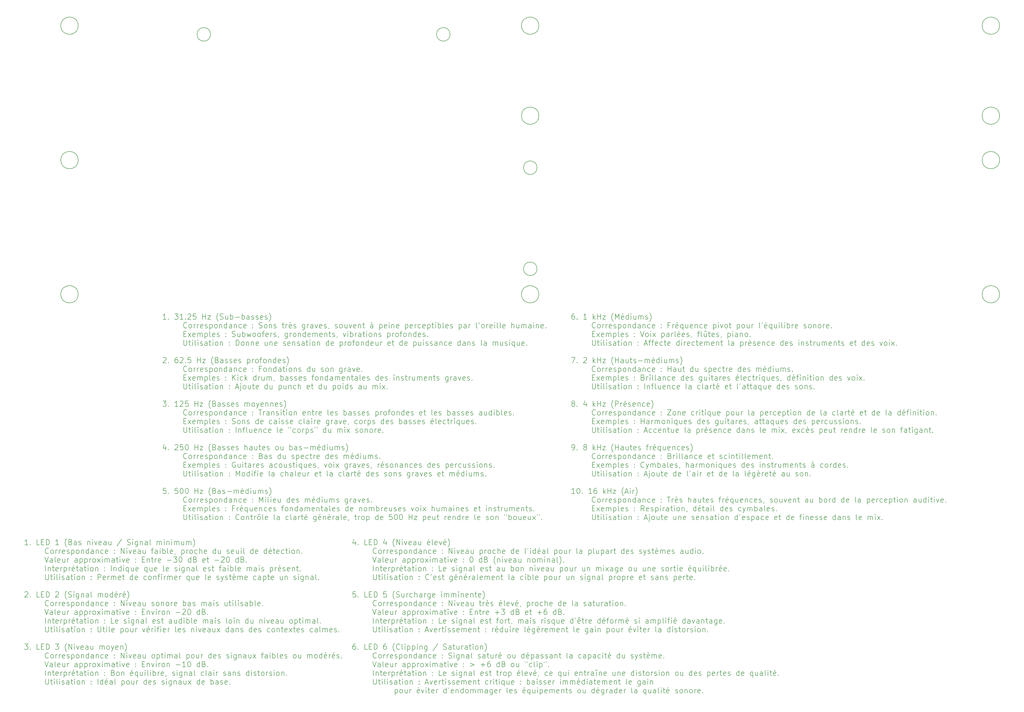
<source format=gbr>
%TF.GenerationSoftware,KiCad,Pcbnew,8.0.8*%
%TF.CreationDate,2025-02-12T06:41:47+01:00*%
%TF.ProjectId,20 Bands Equalizer,32302042-616e-4647-9320-457175616c69,rev?*%
%TF.SameCoordinates,Original*%
%TF.FileFunction,Other,Comment*%
%FSLAX46Y46*%
G04 Gerber Fmt 4.6, Leading zero omitted, Abs format (unit mm)*
G04 Created by KiCad (PCBNEW 8.0.8) date 2025-02-12 06:41:47*
%MOMM*%
%LPD*%
G01*
G04 APERTURE LIST*
%ADD10C,0.150000*%
G04 APERTURE END LIST*
D10*
X19622493Y-227009342D02*
X18479636Y-227009342D01*
X19051064Y-227009342D02*
X19051064Y-225009342D01*
X19051064Y-225009342D02*
X18860588Y-225295056D01*
X18860588Y-225295056D02*
X18670112Y-225485532D01*
X18670112Y-225485532D02*
X18479636Y-225580770D01*
X20479636Y-226818865D02*
X20574874Y-226914104D01*
X20574874Y-226914104D02*
X20479636Y-227009342D01*
X20479636Y-227009342D02*
X20384398Y-226914104D01*
X20384398Y-226914104D02*
X20479636Y-226818865D01*
X20479636Y-226818865D02*
X20479636Y-227009342D01*
X23908208Y-227009342D02*
X22955827Y-227009342D01*
X22955827Y-227009342D02*
X22955827Y-225009342D01*
X24574875Y-225961723D02*
X25241542Y-225961723D01*
X25527256Y-227009342D02*
X24574875Y-227009342D01*
X24574875Y-227009342D02*
X24574875Y-225009342D01*
X24574875Y-225009342D02*
X25527256Y-225009342D01*
X26384399Y-227009342D02*
X26384399Y-225009342D01*
X26384399Y-225009342D02*
X26860589Y-225009342D01*
X26860589Y-225009342D02*
X27146304Y-225104580D01*
X27146304Y-225104580D02*
X27336780Y-225295056D01*
X27336780Y-225295056D02*
X27432018Y-225485532D01*
X27432018Y-225485532D02*
X27527256Y-225866484D01*
X27527256Y-225866484D02*
X27527256Y-226152199D01*
X27527256Y-226152199D02*
X27432018Y-226533151D01*
X27432018Y-226533151D02*
X27336780Y-226723627D01*
X27336780Y-226723627D02*
X27146304Y-226914104D01*
X27146304Y-226914104D02*
X26860589Y-227009342D01*
X26860589Y-227009342D02*
X26384399Y-227009342D01*
X30955828Y-227009342D02*
X29812971Y-227009342D01*
X30384399Y-227009342D02*
X30384399Y-225009342D01*
X30384399Y-225009342D02*
X30193923Y-225295056D01*
X30193923Y-225295056D02*
X30003447Y-225485532D01*
X30003447Y-225485532D02*
X29812971Y-225580770D01*
X33908210Y-227771246D02*
X33812971Y-227676008D01*
X33812971Y-227676008D02*
X33622495Y-227390294D01*
X33622495Y-227390294D02*
X33527257Y-227199818D01*
X33527257Y-227199818D02*
X33432019Y-226914104D01*
X33432019Y-226914104D02*
X33336781Y-226437913D01*
X33336781Y-226437913D02*
X33336781Y-226056961D01*
X33336781Y-226056961D02*
X33432019Y-225580770D01*
X33432019Y-225580770D02*
X33527257Y-225295056D01*
X33527257Y-225295056D02*
X33622495Y-225104580D01*
X33622495Y-225104580D02*
X33812971Y-224818865D01*
X33812971Y-224818865D02*
X33908210Y-224723627D01*
X35336781Y-225961723D02*
X35622495Y-226056961D01*
X35622495Y-226056961D02*
X35717733Y-226152199D01*
X35717733Y-226152199D02*
X35812971Y-226342675D01*
X35812971Y-226342675D02*
X35812971Y-226628389D01*
X35812971Y-226628389D02*
X35717733Y-226818865D01*
X35717733Y-226818865D02*
X35622495Y-226914104D01*
X35622495Y-226914104D02*
X35432019Y-227009342D01*
X35432019Y-227009342D02*
X34670114Y-227009342D01*
X34670114Y-227009342D02*
X34670114Y-225009342D01*
X34670114Y-225009342D02*
X35336781Y-225009342D01*
X35336781Y-225009342D02*
X35527257Y-225104580D01*
X35527257Y-225104580D02*
X35622495Y-225199818D01*
X35622495Y-225199818D02*
X35717733Y-225390294D01*
X35717733Y-225390294D02*
X35717733Y-225580770D01*
X35717733Y-225580770D02*
X35622495Y-225771246D01*
X35622495Y-225771246D02*
X35527257Y-225866484D01*
X35527257Y-225866484D02*
X35336781Y-225961723D01*
X35336781Y-225961723D02*
X34670114Y-225961723D01*
X37527257Y-227009342D02*
X37527257Y-225961723D01*
X37527257Y-225961723D02*
X37432019Y-225771246D01*
X37432019Y-225771246D02*
X37241543Y-225676008D01*
X37241543Y-225676008D02*
X36860590Y-225676008D01*
X36860590Y-225676008D02*
X36670114Y-225771246D01*
X37527257Y-226914104D02*
X37336781Y-227009342D01*
X37336781Y-227009342D02*
X36860590Y-227009342D01*
X36860590Y-227009342D02*
X36670114Y-226914104D01*
X36670114Y-226914104D02*
X36574876Y-226723627D01*
X36574876Y-226723627D02*
X36574876Y-226533151D01*
X36574876Y-226533151D02*
X36670114Y-226342675D01*
X36670114Y-226342675D02*
X36860590Y-226247437D01*
X36860590Y-226247437D02*
X37336781Y-226247437D01*
X37336781Y-226247437D02*
X37527257Y-226152199D01*
X38384400Y-226914104D02*
X38574876Y-227009342D01*
X38574876Y-227009342D02*
X38955828Y-227009342D01*
X38955828Y-227009342D02*
X39146305Y-226914104D01*
X39146305Y-226914104D02*
X39241543Y-226723627D01*
X39241543Y-226723627D02*
X39241543Y-226628389D01*
X39241543Y-226628389D02*
X39146305Y-226437913D01*
X39146305Y-226437913D02*
X38955828Y-226342675D01*
X38955828Y-226342675D02*
X38670114Y-226342675D01*
X38670114Y-226342675D02*
X38479638Y-226247437D01*
X38479638Y-226247437D02*
X38384400Y-226056961D01*
X38384400Y-226056961D02*
X38384400Y-225961723D01*
X38384400Y-225961723D02*
X38479638Y-225771246D01*
X38479638Y-225771246D02*
X38670114Y-225676008D01*
X38670114Y-225676008D02*
X38955828Y-225676008D01*
X38955828Y-225676008D02*
X39146305Y-225771246D01*
X41622496Y-225676008D02*
X41622496Y-227009342D01*
X41622496Y-225866484D02*
X41717734Y-225771246D01*
X41717734Y-225771246D02*
X41908210Y-225676008D01*
X41908210Y-225676008D02*
X42193925Y-225676008D01*
X42193925Y-225676008D02*
X42384401Y-225771246D01*
X42384401Y-225771246D02*
X42479639Y-225961723D01*
X42479639Y-225961723D02*
X42479639Y-227009342D01*
X43432020Y-227009342D02*
X43432020Y-225676008D01*
X43432020Y-225009342D02*
X43336782Y-225104580D01*
X43336782Y-225104580D02*
X43432020Y-225199818D01*
X43432020Y-225199818D02*
X43527258Y-225104580D01*
X43527258Y-225104580D02*
X43432020Y-225009342D01*
X43432020Y-225009342D02*
X43432020Y-225199818D01*
X44193925Y-225676008D02*
X44670115Y-227009342D01*
X44670115Y-227009342D02*
X45146306Y-225676008D01*
X46670116Y-226914104D02*
X46479640Y-227009342D01*
X46479640Y-227009342D02*
X46098687Y-227009342D01*
X46098687Y-227009342D02*
X45908211Y-226914104D01*
X45908211Y-226914104D02*
X45812973Y-226723627D01*
X45812973Y-226723627D02*
X45812973Y-225961723D01*
X45812973Y-225961723D02*
X45908211Y-225771246D01*
X45908211Y-225771246D02*
X46098687Y-225676008D01*
X46098687Y-225676008D02*
X46479640Y-225676008D01*
X46479640Y-225676008D02*
X46670116Y-225771246D01*
X46670116Y-225771246D02*
X46765354Y-225961723D01*
X46765354Y-225961723D02*
X46765354Y-226152199D01*
X46765354Y-226152199D02*
X45812973Y-226342675D01*
X48479640Y-227009342D02*
X48479640Y-225961723D01*
X48479640Y-225961723D02*
X48384402Y-225771246D01*
X48384402Y-225771246D02*
X48193926Y-225676008D01*
X48193926Y-225676008D02*
X47812973Y-225676008D01*
X47812973Y-225676008D02*
X47622497Y-225771246D01*
X48479640Y-226914104D02*
X48289164Y-227009342D01*
X48289164Y-227009342D02*
X47812973Y-227009342D01*
X47812973Y-227009342D02*
X47622497Y-226914104D01*
X47622497Y-226914104D02*
X47527259Y-226723627D01*
X47527259Y-226723627D02*
X47527259Y-226533151D01*
X47527259Y-226533151D02*
X47622497Y-226342675D01*
X47622497Y-226342675D02*
X47812973Y-226247437D01*
X47812973Y-226247437D02*
X48289164Y-226247437D01*
X48289164Y-226247437D02*
X48479640Y-226152199D01*
X50289164Y-225676008D02*
X50289164Y-227009342D01*
X49432021Y-225676008D02*
X49432021Y-226723627D01*
X49432021Y-226723627D02*
X49527259Y-226914104D01*
X49527259Y-226914104D02*
X49717735Y-227009342D01*
X49717735Y-227009342D02*
X50003450Y-227009342D01*
X50003450Y-227009342D02*
X50193926Y-226914104D01*
X50193926Y-226914104D02*
X50289164Y-226818865D01*
X54193926Y-224914104D02*
X52479641Y-227485532D01*
X56289165Y-226914104D02*
X56574879Y-227009342D01*
X56574879Y-227009342D02*
X57051070Y-227009342D01*
X57051070Y-227009342D02*
X57241546Y-226914104D01*
X57241546Y-226914104D02*
X57336784Y-226818865D01*
X57336784Y-226818865D02*
X57432022Y-226628389D01*
X57432022Y-226628389D02*
X57432022Y-226437913D01*
X57432022Y-226437913D02*
X57336784Y-226247437D01*
X57336784Y-226247437D02*
X57241546Y-226152199D01*
X57241546Y-226152199D02*
X57051070Y-226056961D01*
X57051070Y-226056961D02*
X56670117Y-225961723D01*
X56670117Y-225961723D02*
X56479641Y-225866484D01*
X56479641Y-225866484D02*
X56384403Y-225771246D01*
X56384403Y-225771246D02*
X56289165Y-225580770D01*
X56289165Y-225580770D02*
X56289165Y-225390294D01*
X56289165Y-225390294D02*
X56384403Y-225199818D01*
X56384403Y-225199818D02*
X56479641Y-225104580D01*
X56479641Y-225104580D02*
X56670117Y-225009342D01*
X56670117Y-225009342D02*
X57146308Y-225009342D01*
X57146308Y-225009342D02*
X57432022Y-225104580D01*
X58289165Y-227009342D02*
X58289165Y-225676008D01*
X58289165Y-225009342D02*
X58193927Y-225104580D01*
X58193927Y-225104580D02*
X58289165Y-225199818D01*
X58289165Y-225199818D02*
X58384403Y-225104580D01*
X58384403Y-225104580D02*
X58289165Y-225009342D01*
X58289165Y-225009342D02*
X58289165Y-225199818D01*
X60098689Y-225676008D02*
X60098689Y-227295056D01*
X60098689Y-227295056D02*
X60003451Y-227485532D01*
X60003451Y-227485532D02*
X59908213Y-227580770D01*
X59908213Y-227580770D02*
X59717736Y-227676008D01*
X59717736Y-227676008D02*
X59432022Y-227676008D01*
X59432022Y-227676008D02*
X59241546Y-227580770D01*
X60098689Y-226914104D02*
X59908213Y-227009342D01*
X59908213Y-227009342D02*
X59527260Y-227009342D01*
X59527260Y-227009342D02*
X59336784Y-226914104D01*
X59336784Y-226914104D02*
X59241546Y-226818865D01*
X59241546Y-226818865D02*
X59146308Y-226628389D01*
X59146308Y-226628389D02*
X59146308Y-226056961D01*
X59146308Y-226056961D02*
X59241546Y-225866484D01*
X59241546Y-225866484D02*
X59336784Y-225771246D01*
X59336784Y-225771246D02*
X59527260Y-225676008D01*
X59527260Y-225676008D02*
X59908213Y-225676008D01*
X59908213Y-225676008D02*
X60098689Y-225771246D01*
X61051070Y-225676008D02*
X61051070Y-227009342D01*
X61051070Y-225866484D02*
X61146308Y-225771246D01*
X61146308Y-225771246D02*
X61336784Y-225676008D01*
X61336784Y-225676008D02*
X61622499Y-225676008D01*
X61622499Y-225676008D02*
X61812975Y-225771246D01*
X61812975Y-225771246D02*
X61908213Y-225961723D01*
X61908213Y-225961723D02*
X61908213Y-227009342D01*
X63717737Y-227009342D02*
X63717737Y-225961723D01*
X63717737Y-225961723D02*
X63622499Y-225771246D01*
X63622499Y-225771246D02*
X63432023Y-225676008D01*
X63432023Y-225676008D02*
X63051070Y-225676008D01*
X63051070Y-225676008D02*
X62860594Y-225771246D01*
X63717737Y-226914104D02*
X63527261Y-227009342D01*
X63527261Y-227009342D02*
X63051070Y-227009342D01*
X63051070Y-227009342D02*
X62860594Y-226914104D01*
X62860594Y-226914104D02*
X62765356Y-226723627D01*
X62765356Y-226723627D02*
X62765356Y-226533151D01*
X62765356Y-226533151D02*
X62860594Y-226342675D01*
X62860594Y-226342675D02*
X63051070Y-226247437D01*
X63051070Y-226247437D02*
X63527261Y-226247437D01*
X63527261Y-226247437D02*
X63717737Y-226152199D01*
X64955832Y-227009342D02*
X64765356Y-226914104D01*
X64765356Y-226914104D02*
X64670118Y-226723627D01*
X64670118Y-226723627D02*
X64670118Y-225009342D01*
X67241547Y-227009342D02*
X67241547Y-225676008D01*
X67241547Y-225866484D02*
X67336785Y-225771246D01*
X67336785Y-225771246D02*
X67527261Y-225676008D01*
X67527261Y-225676008D02*
X67812976Y-225676008D01*
X67812976Y-225676008D02*
X68003452Y-225771246D01*
X68003452Y-225771246D02*
X68098690Y-225961723D01*
X68098690Y-225961723D02*
X68098690Y-227009342D01*
X68098690Y-225961723D02*
X68193928Y-225771246D01*
X68193928Y-225771246D02*
X68384404Y-225676008D01*
X68384404Y-225676008D02*
X68670118Y-225676008D01*
X68670118Y-225676008D02*
X68860595Y-225771246D01*
X68860595Y-225771246D02*
X68955833Y-225961723D01*
X68955833Y-225961723D02*
X68955833Y-227009342D01*
X69908214Y-227009342D02*
X69908214Y-225676008D01*
X69908214Y-225009342D02*
X69812976Y-225104580D01*
X69812976Y-225104580D02*
X69908214Y-225199818D01*
X69908214Y-225199818D02*
X70003452Y-225104580D01*
X70003452Y-225104580D02*
X69908214Y-225009342D01*
X69908214Y-225009342D02*
X69908214Y-225199818D01*
X70860595Y-225676008D02*
X70860595Y-227009342D01*
X70860595Y-225866484D02*
X70955833Y-225771246D01*
X70955833Y-225771246D02*
X71146309Y-225676008D01*
X71146309Y-225676008D02*
X71432024Y-225676008D01*
X71432024Y-225676008D02*
X71622500Y-225771246D01*
X71622500Y-225771246D02*
X71717738Y-225961723D01*
X71717738Y-225961723D02*
X71717738Y-227009342D01*
X72670119Y-227009342D02*
X72670119Y-225676008D01*
X72670119Y-225009342D02*
X72574881Y-225104580D01*
X72574881Y-225104580D02*
X72670119Y-225199818D01*
X72670119Y-225199818D02*
X72765357Y-225104580D01*
X72765357Y-225104580D02*
X72670119Y-225009342D01*
X72670119Y-225009342D02*
X72670119Y-225199818D01*
X73622500Y-227009342D02*
X73622500Y-225676008D01*
X73622500Y-225866484D02*
X73717738Y-225771246D01*
X73717738Y-225771246D02*
X73908214Y-225676008D01*
X73908214Y-225676008D02*
X74193929Y-225676008D01*
X74193929Y-225676008D02*
X74384405Y-225771246D01*
X74384405Y-225771246D02*
X74479643Y-225961723D01*
X74479643Y-225961723D02*
X74479643Y-227009342D01*
X74479643Y-225961723D02*
X74574881Y-225771246D01*
X74574881Y-225771246D02*
X74765357Y-225676008D01*
X74765357Y-225676008D02*
X75051071Y-225676008D01*
X75051071Y-225676008D02*
X75241548Y-225771246D01*
X75241548Y-225771246D02*
X75336786Y-225961723D01*
X75336786Y-225961723D02*
X75336786Y-227009342D01*
X77146310Y-225676008D02*
X77146310Y-227009342D01*
X76289167Y-225676008D02*
X76289167Y-226723627D01*
X76289167Y-226723627D02*
X76384405Y-226914104D01*
X76384405Y-226914104D02*
X76574881Y-227009342D01*
X76574881Y-227009342D02*
X76860596Y-227009342D01*
X76860596Y-227009342D02*
X77051072Y-226914104D01*
X77051072Y-226914104D02*
X77146310Y-226818865D01*
X78098691Y-227009342D02*
X78098691Y-225676008D01*
X78098691Y-225866484D02*
X78193929Y-225771246D01*
X78193929Y-225771246D02*
X78384405Y-225676008D01*
X78384405Y-225676008D02*
X78670120Y-225676008D01*
X78670120Y-225676008D02*
X78860596Y-225771246D01*
X78860596Y-225771246D02*
X78955834Y-225961723D01*
X78955834Y-225961723D02*
X78955834Y-227009342D01*
X78955834Y-225961723D02*
X79051072Y-225771246D01*
X79051072Y-225771246D02*
X79241548Y-225676008D01*
X79241548Y-225676008D02*
X79527262Y-225676008D01*
X79527262Y-225676008D02*
X79717739Y-225771246D01*
X79717739Y-225771246D02*
X79812977Y-225961723D01*
X79812977Y-225961723D02*
X79812977Y-227009342D01*
X80574882Y-227771246D02*
X80670120Y-227676008D01*
X80670120Y-227676008D02*
X80860596Y-227390294D01*
X80860596Y-227390294D02*
X80955834Y-227199818D01*
X80955834Y-227199818D02*
X81051072Y-226914104D01*
X81051072Y-226914104D02*
X81146310Y-226437913D01*
X81146310Y-226437913D02*
X81146310Y-226056961D01*
X81146310Y-226056961D02*
X81051072Y-225580770D01*
X81051072Y-225580770D02*
X80955834Y-225295056D01*
X80955834Y-225295056D02*
X80860596Y-225104580D01*
X80860596Y-225104580D02*
X80670120Y-224818865D01*
X80670120Y-224818865D02*
X80574882Y-224723627D01*
X27241540Y-230038753D02*
X27146302Y-230133992D01*
X27146302Y-230133992D02*
X26860588Y-230229230D01*
X26860588Y-230229230D02*
X26670112Y-230229230D01*
X26670112Y-230229230D02*
X26384397Y-230133992D01*
X26384397Y-230133992D02*
X26193921Y-229943515D01*
X26193921Y-229943515D02*
X26098683Y-229753039D01*
X26098683Y-229753039D02*
X26003445Y-229372087D01*
X26003445Y-229372087D02*
X26003445Y-229086372D01*
X26003445Y-229086372D02*
X26098683Y-228705420D01*
X26098683Y-228705420D02*
X26193921Y-228514944D01*
X26193921Y-228514944D02*
X26384397Y-228324468D01*
X26384397Y-228324468D02*
X26670112Y-228229230D01*
X26670112Y-228229230D02*
X26860588Y-228229230D01*
X26860588Y-228229230D02*
X27146302Y-228324468D01*
X27146302Y-228324468D02*
X27241540Y-228419706D01*
X28384397Y-230229230D02*
X28193921Y-230133992D01*
X28193921Y-230133992D02*
X28098683Y-230038753D01*
X28098683Y-230038753D02*
X28003445Y-229848277D01*
X28003445Y-229848277D02*
X28003445Y-229276849D01*
X28003445Y-229276849D02*
X28098683Y-229086372D01*
X28098683Y-229086372D02*
X28193921Y-228991134D01*
X28193921Y-228991134D02*
X28384397Y-228895896D01*
X28384397Y-228895896D02*
X28670112Y-228895896D01*
X28670112Y-228895896D02*
X28860588Y-228991134D01*
X28860588Y-228991134D02*
X28955826Y-229086372D01*
X28955826Y-229086372D02*
X29051064Y-229276849D01*
X29051064Y-229276849D02*
X29051064Y-229848277D01*
X29051064Y-229848277D02*
X28955826Y-230038753D01*
X28955826Y-230038753D02*
X28860588Y-230133992D01*
X28860588Y-230133992D02*
X28670112Y-230229230D01*
X28670112Y-230229230D02*
X28384397Y-230229230D01*
X29908207Y-230229230D02*
X29908207Y-228895896D01*
X29908207Y-229276849D02*
X30003445Y-229086372D01*
X30003445Y-229086372D02*
X30098683Y-228991134D01*
X30098683Y-228991134D02*
X30289159Y-228895896D01*
X30289159Y-228895896D02*
X30479636Y-228895896D01*
X31146302Y-230229230D02*
X31146302Y-228895896D01*
X31146302Y-229276849D02*
X31241540Y-229086372D01*
X31241540Y-229086372D02*
X31336778Y-228991134D01*
X31336778Y-228991134D02*
X31527254Y-228895896D01*
X31527254Y-228895896D02*
X31717731Y-228895896D01*
X33146302Y-230133992D02*
X32955826Y-230229230D01*
X32955826Y-230229230D02*
X32574873Y-230229230D01*
X32574873Y-230229230D02*
X32384397Y-230133992D01*
X32384397Y-230133992D02*
X32289159Y-229943515D01*
X32289159Y-229943515D02*
X32289159Y-229181611D01*
X32289159Y-229181611D02*
X32384397Y-228991134D01*
X32384397Y-228991134D02*
X32574873Y-228895896D01*
X32574873Y-228895896D02*
X32955826Y-228895896D01*
X32955826Y-228895896D02*
X33146302Y-228991134D01*
X33146302Y-228991134D02*
X33241540Y-229181611D01*
X33241540Y-229181611D02*
X33241540Y-229372087D01*
X33241540Y-229372087D02*
X32289159Y-229562563D01*
X34003445Y-230133992D02*
X34193921Y-230229230D01*
X34193921Y-230229230D02*
X34574873Y-230229230D01*
X34574873Y-230229230D02*
X34765350Y-230133992D01*
X34765350Y-230133992D02*
X34860588Y-229943515D01*
X34860588Y-229943515D02*
X34860588Y-229848277D01*
X34860588Y-229848277D02*
X34765350Y-229657801D01*
X34765350Y-229657801D02*
X34574873Y-229562563D01*
X34574873Y-229562563D02*
X34289159Y-229562563D01*
X34289159Y-229562563D02*
X34098683Y-229467325D01*
X34098683Y-229467325D02*
X34003445Y-229276849D01*
X34003445Y-229276849D02*
X34003445Y-229181611D01*
X34003445Y-229181611D02*
X34098683Y-228991134D01*
X34098683Y-228991134D02*
X34289159Y-228895896D01*
X34289159Y-228895896D02*
X34574873Y-228895896D01*
X34574873Y-228895896D02*
X34765350Y-228991134D01*
X35717731Y-228895896D02*
X35717731Y-230895896D01*
X35717731Y-228991134D02*
X35908207Y-228895896D01*
X35908207Y-228895896D02*
X36289160Y-228895896D01*
X36289160Y-228895896D02*
X36479636Y-228991134D01*
X36479636Y-228991134D02*
X36574874Y-229086372D01*
X36574874Y-229086372D02*
X36670112Y-229276849D01*
X36670112Y-229276849D02*
X36670112Y-229848277D01*
X36670112Y-229848277D02*
X36574874Y-230038753D01*
X36574874Y-230038753D02*
X36479636Y-230133992D01*
X36479636Y-230133992D02*
X36289160Y-230229230D01*
X36289160Y-230229230D02*
X35908207Y-230229230D01*
X35908207Y-230229230D02*
X35717731Y-230133992D01*
X37812969Y-230229230D02*
X37622493Y-230133992D01*
X37622493Y-230133992D02*
X37527255Y-230038753D01*
X37527255Y-230038753D02*
X37432017Y-229848277D01*
X37432017Y-229848277D02*
X37432017Y-229276849D01*
X37432017Y-229276849D02*
X37527255Y-229086372D01*
X37527255Y-229086372D02*
X37622493Y-228991134D01*
X37622493Y-228991134D02*
X37812969Y-228895896D01*
X37812969Y-228895896D02*
X38098684Y-228895896D01*
X38098684Y-228895896D02*
X38289160Y-228991134D01*
X38289160Y-228991134D02*
X38384398Y-229086372D01*
X38384398Y-229086372D02*
X38479636Y-229276849D01*
X38479636Y-229276849D02*
X38479636Y-229848277D01*
X38479636Y-229848277D02*
X38384398Y-230038753D01*
X38384398Y-230038753D02*
X38289160Y-230133992D01*
X38289160Y-230133992D02*
X38098684Y-230229230D01*
X38098684Y-230229230D02*
X37812969Y-230229230D01*
X39336779Y-228895896D02*
X39336779Y-230229230D01*
X39336779Y-229086372D02*
X39432017Y-228991134D01*
X39432017Y-228991134D02*
X39622493Y-228895896D01*
X39622493Y-228895896D02*
X39908208Y-228895896D01*
X39908208Y-228895896D02*
X40098684Y-228991134D01*
X40098684Y-228991134D02*
X40193922Y-229181611D01*
X40193922Y-229181611D02*
X40193922Y-230229230D01*
X42003446Y-230229230D02*
X42003446Y-228229230D01*
X42003446Y-230133992D02*
X41812970Y-230229230D01*
X41812970Y-230229230D02*
X41432017Y-230229230D01*
X41432017Y-230229230D02*
X41241541Y-230133992D01*
X41241541Y-230133992D02*
X41146303Y-230038753D01*
X41146303Y-230038753D02*
X41051065Y-229848277D01*
X41051065Y-229848277D02*
X41051065Y-229276849D01*
X41051065Y-229276849D02*
X41146303Y-229086372D01*
X41146303Y-229086372D02*
X41241541Y-228991134D01*
X41241541Y-228991134D02*
X41432017Y-228895896D01*
X41432017Y-228895896D02*
X41812970Y-228895896D01*
X41812970Y-228895896D02*
X42003446Y-228991134D01*
X43812970Y-230229230D02*
X43812970Y-229181611D01*
X43812970Y-229181611D02*
X43717732Y-228991134D01*
X43717732Y-228991134D02*
X43527256Y-228895896D01*
X43527256Y-228895896D02*
X43146303Y-228895896D01*
X43146303Y-228895896D02*
X42955827Y-228991134D01*
X43812970Y-230133992D02*
X43622494Y-230229230D01*
X43622494Y-230229230D02*
X43146303Y-230229230D01*
X43146303Y-230229230D02*
X42955827Y-230133992D01*
X42955827Y-230133992D02*
X42860589Y-229943515D01*
X42860589Y-229943515D02*
X42860589Y-229753039D01*
X42860589Y-229753039D02*
X42955827Y-229562563D01*
X42955827Y-229562563D02*
X43146303Y-229467325D01*
X43146303Y-229467325D02*
X43622494Y-229467325D01*
X43622494Y-229467325D02*
X43812970Y-229372087D01*
X44765351Y-228895896D02*
X44765351Y-230229230D01*
X44765351Y-229086372D02*
X44860589Y-228991134D01*
X44860589Y-228991134D02*
X45051065Y-228895896D01*
X45051065Y-228895896D02*
X45336780Y-228895896D01*
X45336780Y-228895896D02*
X45527256Y-228991134D01*
X45527256Y-228991134D02*
X45622494Y-229181611D01*
X45622494Y-229181611D02*
X45622494Y-230229230D01*
X47432018Y-230133992D02*
X47241542Y-230229230D01*
X47241542Y-230229230D02*
X46860589Y-230229230D01*
X46860589Y-230229230D02*
X46670113Y-230133992D01*
X46670113Y-230133992D02*
X46574875Y-230038753D01*
X46574875Y-230038753D02*
X46479637Y-229848277D01*
X46479637Y-229848277D02*
X46479637Y-229276849D01*
X46479637Y-229276849D02*
X46574875Y-229086372D01*
X46574875Y-229086372D02*
X46670113Y-228991134D01*
X46670113Y-228991134D02*
X46860589Y-228895896D01*
X46860589Y-228895896D02*
X47241542Y-228895896D01*
X47241542Y-228895896D02*
X47432018Y-228991134D01*
X49051066Y-230133992D02*
X48860590Y-230229230D01*
X48860590Y-230229230D02*
X48479637Y-230229230D01*
X48479637Y-230229230D02*
X48289161Y-230133992D01*
X48289161Y-230133992D02*
X48193923Y-229943515D01*
X48193923Y-229943515D02*
X48193923Y-229181611D01*
X48193923Y-229181611D02*
X48289161Y-228991134D01*
X48289161Y-228991134D02*
X48479637Y-228895896D01*
X48479637Y-228895896D02*
X48860590Y-228895896D01*
X48860590Y-228895896D02*
X49051066Y-228991134D01*
X49051066Y-228991134D02*
X49146304Y-229181611D01*
X49146304Y-229181611D02*
X49146304Y-229372087D01*
X49146304Y-229372087D02*
X48193923Y-229562563D01*
X51527257Y-230038753D02*
X51622495Y-230133992D01*
X51622495Y-230133992D02*
X51527257Y-230229230D01*
X51527257Y-230229230D02*
X51432019Y-230133992D01*
X51432019Y-230133992D02*
X51527257Y-230038753D01*
X51527257Y-230038753D02*
X51527257Y-230229230D01*
X51527257Y-228991134D02*
X51622495Y-229086372D01*
X51622495Y-229086372D02*
X51527257Y-229181611D01*
X51527257Y-229181611D02*
X51432019Y-229086372D01*
X51432019Y-229086372D02*
X51527257Y-228991134D01*
X51527257Y-228991134D02*
X51527257Y-229181611D01*
X54003448Y-230229230D02*
X54003448Y-228229230D01*
X54003448Y-228229230D02*
X55146305Y-230229230D01*
X55146305Y-230229230D02*
X55146305Y-228229230D01*
X56098686Y-230229230D02*
X56098686Y-228895896D01*
X56098686Y-228229230D02*
X56003448Y-228324468D01*
X56003448Y-228324468D02*
X56098686Y-228419706D01*
X56098686Y-228419706D02*
X56193924Y-228324468D01*
X56193924Y-228324468D02*
X56098686Y-228229230D01*
X56098686Y-228229230D02*
X56098686Y-228419706D01*
X56860591Y-228895896D02*
X57336781Y-230229230D01*
X57336781Y-230229230D02*
X57812972Y-228895896D01*
X59336782Y-230133992D02*
X59146306Y-230229230D01*
X59146306Y-230229230D02*
X58765353Y-230229230D01*
X58765353Y-230229230D02*
X58574877Y-230133992D01*
X58574877Y-230133992D02*
X58479639Y-229943515D01*
X58479639Y-229943515D02*
X58479639Y-229181611D01*
X58479639Y-229181611D02*
X58574877Y-228991134D01*
X58574877Y-228991134D02*
X58765353Y-228895896D01*
X58765353Y-228895896D02*
X59146306Y-228895896D01*
X59146306Y-228895896D02*
X59336782Y-228991134D01*
X59336782Y-228991134D02*
X59432020Y-229181611D01*
X59432020Y-229181611D02*
X59432020Y-229372087D01*
X59432020Y-229372087D02*
X58479639Y-229562563D01*
X61146306Y-230229230D02*
X61146306Y-229181611D01*
X61146306Y-229181611D02*
X61051068Y-228991134D01*
X61051068Y-228991134D02*
X60860592Y-228895896D01*
X60860592Y-228895896D02*
X60479639Y-228895896D01*
X60479639Y-228895896D02*
X60289163Y-228991134D01*
X61146306Y-230133992D02*
X60955830Y-230229230D01*
X60955830Y-230229230D02*
X60479639Y-230229230D01*
X60479639Y-230229230D02*
X60289163Y-230133992D01*
X60289163Y-230133992D02*
X60193925Y-229943515D01*
X60193925Y-229943515D02*
X60193925Y-229753039D01*
X60193925Y-229753039D02*
X60289163Y-229562563D01*
X60289163Y-229562563D02*
X60479639Y-229467325D01*
X60479639Y-229467325D02*
X60955830Y-229467325D01*
X60955830Y-229467325D02*
X61146306Y-229372087D01*
X62955830Y-228895896D02*
X62955830Y-230229230D01*
X62098687Y-228895896D02*
X62098687Y-229943515D01*
X62098687Y-229943515D02*
X62193925Y-230133992D01*
X62193925Y-230133992D02*
X62384401Y-230229230D01*
X62384401Y-230229230D02*
X62670116Y-230229230D01*
X62670116Y-230229230D02*
X62860592Y-230133992D01*
X62860592Y-230133992D02*
X62955830Y-230038753D01*
X65146307Y-228895896D02*
X65908211Y-228895896D01*
X65432021Y-230229230D02*
X65432021Y-228514944D01*
X65432021Y-228514944D02*
X65527259Y-228324468D01*
X65527259Y-228324468D02*
X65717735Y-228229230D01*
X65717735Y-228229230D02*
X65908211Y-228229230D01*
X67432021Y-230229230D02*
X67432021Y-229181611D01*
X67432021Y-229181611D02*
X67336783Y-228991134D01*
X67336783Y-228991134D02*
X67146307Y-228895896D01*
X67146307Y-228895896D02*
X66765354Y-228895896D01*
X66765354Y-228895896D02*
X66574878Y-228991134D01*
X67432021Y-230133992D02*
X67241545Y-230229230D01*
X67241545Y-230229230D02*
X66765354Y-230229230D01*
X66765354Y-230229230D02*
X66574878Y-230133992D01*
X66574878Y-230133992D02*
X66479640Y-229943515D01*
X66479640Y-229943515D02*
X66479640Y-229753039D01*
X66479640Y-229753039D02*
X66574878Y-229562563D01*
X66574878Y-229562563D02*
X66765354Y-229467325D01*
X66765354Y-229467325D02*
X67241545Y-229467325D01*
X67241545Y-229467325D02*
X67432021Y-229372087D01*
X68384402Y-230229230D02*
X68384402Y-228895896D01*
X68384402Y-228229230D02*
X68289164Y-228324468D01*
X68289164Y-228324468D02*
X68384402Y-228419706D01*
X68384402Y-228419706D02*
X68479640Y-228324468D01*
X68479640Y-228324468D02*
X68384402Y-228229230D01*
X68384402Y-228229230D02*
X68384402Y-228419706D01*
X69336783Y-230229230D02*
X69336783Y-228229230D01*
X69336783Y-228991134D02*
X69527259Y-228895896D01*
X69527259Y-228895896D02*
X69908212Y-228895896D01*
X69908212Y-228895896D02*
X70098688Y-228991134D01*
X70098688Y-228991134D02*
X70193926Y-229086372D01*
X70193926Y-229086372D02*
X70289164Y-229276849D01*
X70289164Y-229276849D02*
X70289164Y-229848277D01*
X70289164Y-229848277D02*
X70193926Y-230038753D01*
X70193926Y-230038753D02*
X70098688Y-230133992D01*
X70098688Y-230133992D02*
X69908212Y-230229230D01*
X69908212Y-230229230D02*
X69527259Y-230229230D01*
X69527259Y-230229230D02*
X69336783Y-230133992D01*
X71432021Y-230229230D02*
X71241545Y-230133992D01*
X71241545Y-230133992D02*
X71146307Y-229943515D01*
X71146307Y-229943515D02*
X71146307Y-228229230D01*
X72955831Y-230133992D02*
X72765355Y-230229230D01*
X72765355Y-230229230D02*
X72384402Y-230229230D01*
X72384402Y-230229230D02*
X72193926Y-230133992D01*
X72193926Y-230133992D02*
X72098688Y-229943515D01*
X72098688Y-229943515D02*
X72098688Y-229181611D01*
X72098688Y-229181611D02*
X72193926Y-228991134D01*
X72193926Y-228991134D02*
X72384402Y-228895896D01*
X72384402Y-228895896D02*
X72765355Y-228895896D01*
X72765355Y-228895896D02*
X72955831Y-228991134D01*
X72955831Y-228991134D02*
X73051069Y-229181611D01*
X73051069Y-229181611D02*
X73051069Y-229372087D01*
X73051069Y-229372087D02*
X72098688Y-229562563D01*
X74003450Y-230133992D02*
X74003450Y-230229230D01*
X74003450Y-230229230D02*
X73908212Y-230419706D01*
X73908212Y-230419706D02*
X73812974Y-230514944D01*
X76384403Y-228895896D02*
X76384403Y-230895896D01*
X76384403Y-228991134D02*
X76574879Y-228895896D01*
X76574879Y-228895896D02*
X76955832Y-228895896D01*
X76955832Y-228895896D02*
X77146308Y-228991134D01*
X77146308Y-228991134D02*
X77241546Y-229086372D01*
X77241546Y-229086372D02*
X77336784Y-229276849D01*
X77336784Y-229276849D02*
X77336784Y-229848277D01*
X77336784Y-229848277D02*
X77241546Y-230038753D01*
X77241546Y-230038753D02*
X77146308Y-230133992D01*
X77146308Y-230133992D02*
X76955832Y-230229230D01*
X76955832Y-230229230D02*
X76574879Y-230229230D01*
X76574879Y-230229230D02*
X76384403Y-230133992D01*
X78193927Y-230229230D02*
X78193927Y-228895896D01*
X78193927Y-229276849D02*
X78289165Y-229086372D01*
X78289165Y-229086372D02*
X78384403Y-228991134D01*
X78384403Y-228991134D02*
X78574879Y-228895896D01*
X78574879Y-228895896D02*
X78765356Y-228895896D01*
X79717736Y-230229230D02*
X79527260Y-230133992D01*
X79527260Y-230133992D02*
X79432022Y-230038753D01*
X79432022Y-230038753D02*
X79336784Y-229848277D01*
X79336784Y-229848277D02*
X79336784Y-229276849D01*
X79336784Y-229276849D02*
X79432022Y-229086372D01*
X79432022Y-229086372D02*
X79527260Y-228991134D01*
X79527260Y-228991134D02*
X79717736Y-228895896D01*
X79717736Y-228895896D02*
X80003451Y-228895896D01*
X80003451Y-228895896D02*
X80193927Y-228991134D01*
X80193927Y-228991134D02*
X80289165Y-229086372D01*
X80289165Y-229086372D02*
X80384403Y-229276849D01*
X80384403Y-229276849D02*
X80384403Y-229848277D01*
X80384403Y-229848277D02*
X80289165Y-230038753D01*
X80289165Y-230038753D02*
X80193927Y-230133992D01*
X80193927Y-230133992D02*
X80003451Y-230229230D01*
X80003451Y-230229230D02*
X79717736Y-230229230D01*
X82098689Y-230133992D02*
X81908213Y-230229230D01*
X81908213Y-230229230D02*
X81527260Y-230229230D01*
X81527260Y-230229230D02*
X81336784Y-230133992D01*
X81336784Y-230133992D02*
X81241546Y-230038753D01*
X81241546Y-230038753D02*
X81146308Y-229848277D01*
X81146308Y-229848277D02*
X81146308Y-229276849D01*
X81146308Y-229276849D02*
X81241546Y-229086372D01*
X81241546Y-229086372D02*
X81336784Y-228991134D01*
X81336784Y-228991134D02*
X81527260Y-228895896D01*
X81527260Y-228895896D02*
X81908213Y-228895896D01*
X81908213Y-228895896D02*
X82098689Y-228991134D01*
X82955832Y-230229230D02*
X82955832Y-228229230D01*
X83812975Y-230229230D02*
X83812975Y-229181611D01*
X83812975Y-229181611D02*
X83717737Y-228991134D01*
X83717737Y-228991134D02*
X83527261Y-228895896D01*
X83527261Y-228895896D02*
X83241546Y-228895896D01*
X83241546Y-228895896D02*
X83051070Y-228991134D01*
X83051070Y-228991134D02*
X82955832Y-229086372D01*
X85527261Y-230133992D02*
X85336785Y-230229230D01*
X85336785Y-230229230D02*
X84955832Y-230229230D01*
X84955832Y-230229230D02*
X84765356Y-230133992D01*
X84765356Y-230133992D02*
X84670118Y-229943515D01*
X84670118Y-229943515D02*
X84670118Y-229181611D01*
X84670118Y-229181611D02*
X84765356Y-228991134D01*
X84765356Y-228991134D02*
X84955832Y-228895896D01*
X84955832Y-228895896D02*
X85336785Y-228895896D01*
X85336785Y-228895896D02*
X85527261Y-228991134D01*
X85527261Y-228991134D02*
X85622499Y-229181611D01*
X85622499Y-229181611D02*
X85622499Y-229372087D01*
X85622499Y-229372087D02*
X84670118Y-229562563D01*
X88860595Y-230229230D02*
X88860595Y-228229230D01*
X88860595Y-230133992D02*
X88670119Y-230229230D01*
X88670119Y-230229230D02*
X88289166Y-230229230D01*
X88289166Y-230229230D02*
X88098690Y-230133992D01*
X88098690Y-230133992D02*
X88003452Y-230038753D01*
X88003452Y-230038753D02*
X87908214Y-229848277D01*
X87908214Y-229848277D02*
X87908214Y-229276849D01*
X87908214Y-229276849D02*
X88003452Y-229086372D01*
X88003452Y-229086372D02*
X88098690Y-228991134D01*
X88098690Y-228991134D02*
X88289166Y-228895896D01*
X88289166Y-228895896D02*
X88670119Y-228895896D01*
X88670119Y-228895896D02*
X88860595Y-228991134D01*
X90670119Y-228895896D02*
X90670119Y-230229230D01*
X89812976Y-228895896D02*
X89812976Y-229943515D01*
X89812976Y-229943515D02*
X89908214Y-230133992D01*
X89908214Y-230133992D02*
X90098690Y-230229230D01*
X90098690Y-230229230D02*
X90384405Y-230229230D01*
X90384405Y-230229230D02*
X90574881Y-230133992D01*
X90574881Y-230133992D02*
X90670119Y-230038753D01*
X93051072Y-230133992D02*
X93241548Y-230229230D01*
X93241548Y-230229230D02*
X93622500Y-230229230D01*
X93622500Y-230229230D02*
X93812977Y-230133992D01*
X93812977Y-230133992D02*
X93908215Y-229943515D01*
X93908215Y-229943515D02*
X93908215Y-229848277D01*
X93908215Y-229848277D02*
X93812977Y-229657801D01*
X93812977Y-229657801D02*
X93622500Y-229562563D01*
X93622500Y-229562563D02*
X93336786Y-229562563D01*
X93336786Y-229562563D02*
X93146310Y-229467325D01*
X93146310Y-229467325D02*
X93051072Y-229276849D01*
X93051072Y-229276849D02*
X93051072Y-229181611D01*
X93051072Y-229181611D02*
X93146310Y-228991134D01*
X93146310Y-228991134D02*
X93336786Y-228895896D01*
X93336786Y-228895896D02*
X93622500Y-228895896D01*
X93622500Y-228895896D02*
X93812977Y-228991134D01*
X95527263Y-230133992D02*
X95336787Y-230229230D01*
X95336787Y-230229230D02*
X94955834Y-230229230D01*
X94955834Y-230229230D02*
X94765358Y-230133992D01*
X94765358Y-230133992D02*
X94670120Y-229943515D01*
X94670120Y-229943515D02*
X94670120Y-229181611D01*
X94670120Y-229181611D02*
X94765358Y-228991134D01*
X94765358Y-228991134D02*
X94955834Y-228895896D01*
X94955834Y-228895896D02*
X95336787Y-228895896D01*
X95336787Y-228895896D02*
X95527263Y-228991134D01*
X95527263Y-228991134D02*
X95622501Y-229181611D01*
X95622501Y-229181611D02*
X95622501Y-229372087D01*
X95622501Y-229372087D02*
X94670120Y-229562563D01*
X97336787Y-228895896D02*
X97336787Y-230229230D01*
X96479644Y-228895896D02*
X96479644Y-229943515D01*
X96479644Y-229943515D02*
X96574882Y-230133992D01*
X96574882Y-230133992D02*
X96765358Y-230229230D01*
X96765358Y-230229230D02*
X97051073Y-230229230D01*
X97051073Y-230229230D02*
X97241549Y-230133992D01*
X97241549Y-230133992D02*
X97336787Y-230038753D01*
X98289168Y-230229230D02*
X98289168Y-228895896D01*
X98289168Y-228229230D02*
X98193930Y-228324468D01*
X98193930Y-228324468D02*
X98289168Y-228419706D01*
X98289168Y-228419706D02*
X98384406Y-228324468D01*
X98384406Y-228324468D02*
X98289168Y-228229230D01*
X98289168Y-228229230D02*
X98289168Y-228419706D01*
X99527263Y-230229230D02*
X99336787Y-230133992D01*
X99336787Y-230133992D02*
X99241549Y-229943515D01*
X99241549Y-229943515D02*
X99241549Y-228229230D01*
X102670121Y-230229230D02*
X102670121Y-228229230D01*
X102670121Y-230133992D02*
X102479645Y-230229230D01*
X102479645Y-230229230D02*
X102098692Y-230229230D01*
X102098692Y-230229230D02*
X101908216Y-230133992D01*
X101908216Y-230133992D02*
X101812978Y-230038753D01*
X101812978Y-230038753D02*
X101717740Y-229848277D01*
X101717740Y-229848277D02*
X101717740Y-229276849D01*
X101717740Y-229276849D02*
X101812978Y-229086372D01*
X101812978Y-229086372D02*
X101908216Y-228991134D01*
X101908216Y-228991134D02*
X102098692Y-228895896D01*
X102098692Y-228895896D02*
X102479645Y-228895896D01*
X102479645Y-228895896D02*
X102670121Y-228991134D01*
X104384407Y-230133992D02*
X104193931Y-230229230D01*
X104193931Y-230229230D02*
X103812978Y-230229230D01*
X103812978Y-230229230D02*
X103622502Y-230133992D01*
X103622502Y-230133992D02*
X103527264Y-229943515D01*
X103527264Y-229943515D02*
X103527264Y-229181611D01*
X103527264Y-229181611D02*
X103622502Y-228991134D01*
X103622502Y-228991134D02*
X103812978Y-228895896D01*
X103812978Y-228895896D02*
X104193931Y-228895896D01*
X104193931Y-228895896D02*
X104384407Y-228991134D01*
X104384407Y-228991134D02*
X104479645Y-229181611D01*
X104479645Y-229181611D02*
X104479645Y-229372087D01*
X104479645Y-229372087D02*
X103527264Y-229562563D01*
X107717741Y-230229230D02*
X107717741Y-228229230D01*
X107717741Y-230133992D02*
X107527265Y-230229230D01*
X107527265Y-230229230D02*
X107146312Y-230229230D01*
X107146312Y-230229230D02*
X106955836Y-230133992D01*
X106955836Y-230133992D02*
X106860598Y-230038753D01*
X106860598Y-230038753D02*
X106765360Y-229848277D01*
X106765360Y-229848277D02*
X106765360Y-229276849D01*
X106765360Y-229276849D02*
X106860598Y-229086372D01*
X106860598Y-229086372D02*
X106955836Y-228991134D01*
X106955836Y-228991134D02*
X107146312Y-228895896D01*
X107146312Y-228895896D02*
X107527265Y-228895896D01*
X107527265Y-228895896D02*
X107717741Y-228991134D01*
X109432027Y-230133992D02*
X109241551Y-230229230D01*
X109241551Y-230229230D02*
X108860598Y-230229230D01*
X108860598Y-230229230D02*
X108670122Y-230133992D01*
X108670122Y-230133992D02*
X108574884Y-229943515D01*
X108574884Y-229943515D02*
X108574884Y-229181611D01*
X108574884Y-229181611D02*
X108670122Y-228991134D01*
X108670122Y-228991134D02*
X108860598Y-228895896D01*
X108860598Y-228895896D02*
X109241551Y-228895896D01*
X109241551Y-228895896D02*
X109432027Y-228991134D01*
X109432027Y-228991134D02*
X109527265Y-229181611D01*
X109527265Y-229181611D02*
X109527265Y-229372087D01*
X109527265Y-229372087D02*
X108574884Y-229562563D01*
X109241551Y-228133992D02*
X108955836Y-228419706D01*
X110098694Y-228895896D02*
X110860598Y-228895896D01*
X110384408Y-228229230D02*
X110384408Y-229943515D01*
X110384408Y-229943515D02*
X110479646Y-230133992D01*
X110479646Y-230133992D02*
X110670122Y-230229230D01*
X110670122Y-230229230D02*
X110860598Y-230229230D01*
X112289170Y-230133992D02*
X112098694Y-230229230D01*
X112098694Y-230229230D02*
X111717741Y-230229230D01*
X111717741Y-230229230D02*
X111527265Y-230133992D01*
X111527265Y-230133992D02*
X111432027Y-229943515D01*
X111432027Y-229943515D02*
X111432027Y-229181611D01*
X111432027Y-229181611D02*
X111527265Y-228991134D01*
X111527265Y-228991134D02*
X111717741Y-228895896D01*
X111717741Y-228895896D02*
X112098694Y-228895896D01*
X112098694Y-228895896D02*
X112289170Y-228991134D01*
X112289170Y-228991134D02*
X112384408Y-229181611D01*
X112384408Y-229181611D02*
X112384408Y-229372087D01*
X112384408Y-229372087D02*
X111432027Y-229562563D01*
X114098694Y-230133992D02*
X113908218Y-230229230D01*
X113908218Y-230229230D02*
X113527265Y-230229230D01*
X113527265Y-230229230D02*
X113336789Y-230133992D01*
X113336789Y-230133992D02*
X113241551Y-230038753D01*
X113241551Y-230038753D02*
X113146313Y-229848277D01*
X113146313Y-229848277D02*
X113146313Y-229276849D01*
X113146313Y-229276849D02*
X113241551Y-229086372D01*
X113241551Y-229086372D02*
X113336789Y-228991134D01*
X113336789Y-228991134D02*
X113527265Y-228895896D01*
X113527265Y-228895896D02*
X113908218Y-228895896D01*
X113908218Y-228895896D02*
X114098694Y-228991134D01*
X114670123Y-228895896D02*
X115432027Y-228895896D01*
X114955837Y-228229230D02*
X114955837Y-229943515D01*
X114955837Y-229943515D02*
X115051075Y-230133992D01*
X115051075Y-230133992D02*
X115241551Y-230229230D01*
X115241551Y-230229230D02*
X115432027Y-230229230D01*
X116098694Y-230229230D02*
X116098694Y-228895896D01*
X116098694Y-228229230D02*
X116003456Y-228324468D01*
X116003456Y-228324468D02*
X116098694Y-228419706D01*
X116098694Y-228419706D02*
X116193932Y-228324468D01*
X116193932Y-228324468D02*
X116098694Y-228229230D01*
X116098694Y-228229230D02*
X116098694Y-228419706D01*
X117336789Y-230229230D02*
X117146313Y-230133992D01*
X117146313Y-230133992D02*
X117051075Y-230038753D01*
X117051075Y-230038753D02*
X116955837Y-229848277D01*
X116955837Y-229848277D02*
X116955837Y-229276849D01*
X116955837Y-229276849D02*
X117051075Y-229086372D01*
X117051075Y-229086372D02*
X117146313Y-228991134D01*
X117146313Y-228991134D02*
X117336789Y-228895896D01*
X117336789Y-228895896D02*
X117622504Y-228895896D01*
X117622504Y-228895896D02*
X117812980Y-228991134D01*
X117812980Y-228991134D02*
X117908218Y-229086372D01*
X117908218Y-229086372D02*
X118003456Y-229276849D01*
X118003456Y-229276849D02*
X118003456Y-229848277D01*
X118003456Y-229848277D02*
X117908218Y-230038753D01*
X117908218Y-230038753D02*
X117812980Y-230133992D01*
X117812980Y-230133992D02*
X117622504Y-230229230D01*
X117622504Y-230229230D02*
X117336789Y-230229230D01*
X118860599Y-228895896D02*
X118860599Y-230229230D01*
X118860599Y-229086372D02*
X118955837Y-228991134D01*
X118955837Y-228991134D02*
X119146313Y-228895896D01*
X119146313Y-228895896D02*
X119432028Y-228895896D01*
X119432028Y-228895896D02*
X119622504Y-228991134D01*
X119622504Y-228991134D02*
X119717742Y-229181611D01*
X119717742Y-229181611D02*
X119717742Y-230229230D01*
X120670123Y-230038753D02*
X120765361Y-230133992D01*
X120765361Y-230133992D02*
X120670123Y-230229230D01*
X120670123Y-230229230D02*
X120574885Y-230133992D01*
X120574885Y-230133992D02*
X120670123Y-230038753D01*
X120670123Y-230038753D02*
X120670123Y-230229230D01*
X25812969Y-231449118D02*
X26479635Y-233449118D01*
X26479635Y-233449118D02*
X27146302Y-231449118D01*
X28670112Y-233449118D02*
X28670112Y-232401499D01*
X28670112Y-232401499D02*
X28574874Y-232211022D01*
X28574874Y-232211022D02*
X28384398Y-232115784D01*
X28384398Y-232115784D02*
X28003445Y-232115784D01*
X28003445Y-232115784D02*
X27812969Y-232211022D01*
X28670112Y-233353880D02*
X28479636Y-233449118D01*
X28479636Y-233449118D02*
X28003445Y-233449118D01*
X28003445Y-233449118D02*
X27812969Y-233353880D01*
X27812969Y-233353880D02*
X27717731Y-233163403D01*
X27717731Y-233163403D02*
X27717731Y-232972927D01*
X27717731Y-232972927D02*
X27812969Y-232782451D01*
X27812969Y-232782451D02*
X28003445Y-232687213D01*
X28003445Y-232687213D02*
X28479636Y-232687213D01*
X28479636Y-232687213D02*
X28670112Y-232591975D01*
X29908207Y-233449118D02*
X29717731Y-233353880D01*
X29717731Y-233353880D02*
X29622493Y-233163403D01*
X29622493Y-233163403D02*
X29622493Y-231449118D01*
X31432017Y-233353880D02*
X31241541Y-233449118D01*
X31241541Y-233449118D02*
X30860588Y-233449118D01*
X30860588Y-233449118D02*
X30670112Y-233353880D01*
X30670112Y-233353880D02*
X30574874Y-233163403D01*
X30574874Y-233163403D02*
X30574874Y-232401499D01*
X30574874Y-232401499D02*
X30670112Y-232211022D01*
X30670112Y-232211022D02*
X30860588Y-232115784D01*
X30860588Y-232115784D02*
X31241541Y-232115784D01*
X31241541Y-232115784D02*
X31432017Y-232211022D01*
X31432017Y-232211022D02*
X31527255Y-232401499D01*
X31527255Y-232401499D02*
X31527255Y-232591975D01*
X31527255Y-232591975D02*
X30574874Y-232782451D01*
X33241541Y-232115784D02*
X33241541Y-233449118D01*
X32384398Y-232115784D02*
X32384398Y-233163403D01*
X32384398Y-233163403D02*
X32479636Y-233353880D01*
X32479636Y-233353880D02*
X32670112Y-233449118D01*
X32670112Y-233449118D02*
X32955827Y-233449118D01*
X32955827Y-233449118D02*
X33146303Y-233353880D01*
X33146303Y-233353880D02*
X33241541Y-233258641D01*
X34193922Y-233449118D02*
X34193922Y-232115784D01*
X34193922Y-232496737D02*
X34289160Y-232306260D01*
X34289160Y-232306260D02*
X34384398Y-232211022D01*
X34384398Y-232211022D02*
X34574874Y-232115784D01*
X34574874Y-232115784D02*
X34765351Y-232115784D01*
X37812970Y-233449118D02*
X37812970Y-232401499D01*
X37812970Y-232401499D02*
X37717732Y-232211022D01*
X37717732Y-232211022D02*
X37527256Y-232115784D01*
X37527256Y-232115784D02*
X37146303Y-232115784D01*
X37146303Y-232115784D02*
X36955827Y-232211022D01*
X37812970Y-233353880D02*
X37622494Y-233449118D01*
X37622494Y-233449118D02*
X37146303Y-233449118D01*
X37146303Y-233449118D02*
X36955827Y-233353880D01*
X36955827Y-233353880D02*
X36860589Y-233163403D01*
X36860589Y-233163403D02*
X36860589Y-232972927D01*
X36860589Y-232972927D02*
X36955827Y-232782451D01*
X36955827Y-232782451D02*
X37146303Y-232687213D01*
X37146303Y-232687213D02*
X37622494Y-232687213D01*
X37622494Y-232687213D02*
X37812970Y-232591975D01*
X38765351Y-232115784D02*
X38765351Y-234115784D01*
X38765351Y-232211022D02*
X38955827Y-232115784D01*
X38955827Y-232115784D02*
X39336780Y-232115784D01*
X39336780Y-232115784D02*
X39527256Y-232211022D01*
X39527256Y-232211022D02*
X39622494Y-232306260D01*
X39622494Y-232306260D02*
X39717732Y-232496737D01*
X39717732Y-232496737D02*
X39717732Y-233068165D01*
X39717732Y-233068165D02*
X39622494Y-233258641D01*
X39622494Y-233258641D02*
X39527256Y-233353880D01*
X39527256Y-233353880D02*
X39336780Y-233449118D01*
X39336780Y-233449118D02*
X38955827Y-233449118D01*
X38955827Y-233449118D02*
X38765351Y-233353880D01*
X40574875Y-232115784D02*
X40574875Y-234115784D01*
X40574875Y-232211022D02*
X40765351Y-232115784D01*
X40765351Y-232115784D02*
X41146304Y-232115784D01*
X41146304Y-232115784D02*
X41336780Y-232211022D01*
X41336780Y-232211022D02*
X41432018Y-232306260D01*
X41432018Y-232306260D02*
X41527256Y-232496737D01*
X41527256Y-232496737D02*
X41527256Y-233068165D01*
X41527256Y-233068165D02*
X41432018Y-233258641D01*
X41432018Y-233258641D02*
X41336780Y-233353880D01*
X41336780Y-233353880D02*
X41146304Y-233449118D01*
X41146304Y-233449118D02*
X40765351Y-233449118D01*
X40765351Y-233449118D02*
X40574875Y-233353880D01*
X42384399Y-233449118D02*
X42384399Y-232115784D01*
X42384399Y-232496737D02*
X42479637Y-232306260D01*
X42479637Y-232306260D02*
X42574875Y-232211022D01*
X42574875Y-232211022D02*
X42765351Y-232115784D01*
X42765351Y-232115784D02*
X42955828Y-232115784D01*
X43908208Y-233449118D02*
X43717732Y-233353880D01*
X43717732Y-233353880D02*
X43622494Y-233258641D01*
X43622494Y-233258641D02*
X43527256Y-233068165D01*
X43527256Y-233068165D02*
X43527256Y-232496737D01*
X43527256Y-232496737D02*
X43622494Y-232306260D01*
X43622494Y-232306260D02*
X43717732Y-232211022D01*
X43717732Y-232211022D02*
X43908208Y-232115784D01*
X43908208Y-232115784D02*
X44193923Y-232115784D01*
X44193923Y-232115784D02*
X44384399Y-232211022D01*
X44384399Y-232211022D02*
X44479637Y-232306260D01*
X44479637Y-232306260D02*
X44574875Y-232496737D01*
X44574875Y-232496737D02*
X44574875Y-233068165D01*
X44574875Y-233068165D02*
X44479637Y-233258641D01*
X44479637Y-233258641D02*
X44384399Y-233353880D01*
X44384399Y-233353880D02*
X44193923Y-233449118D01*
X44193923Y-233449118D02*
X43908208Y-233449118D01*
X45241542Y-233449118D02*
X46289161Y-232115784D01*
X45241542Y-232115784D02*
X46289161Y-233449118D01*
X47051066Y-233449118D02*
X47051066Y-232115784D01*
X47051066Y-231449118D02*
X46955828Y-231544356D01*
X46955828Y-231544356D02*
X47051066Y-231639594D01*
X47051066Y-231639594D02*
X47146304Y-231544356D01*
X47146304Y-231544356D02*
X47051066Y-231449118D01*
X47051066Y-231449118D02*
X47051066Y-231639594D01*
X48003447Y-233449118D02*
X48003447Y-232115784D01*
X48003447Y-232306260D02*
X48098685Y-232211022D01*
X48098685Y-232211022D02*
X48289161Y-232115784D01*
X48289161Y-232115784D02*
X48574876Y-232115784D01*
X48574876Y-232115784D02*
X48765352Y-232211022D01*
X48765352Y-232211022D02*
X48860590Y-232401499D01*
X48860590Y-232401499D02*
X48860590Y-233449118D01*
X48860590Y-232401499D02*
X48955828Y-232211022D01*
X48955828Y-232211022D02*
X49146304Y-232115784D01*
X49146304Y-232115784D02*
X49432018Y-232115784D01*
X49432018Y-232115784D02*
X49622495Y-232211022D01*
X49622495Y-232211022D02*
X49717733Y-232401499D01*
X49717733Y-232401499D02*
X49717733Y-233449118D01*
X51527257Y-233449118D02*
X51527257Y-232401499D01*
X51527257Y-232401499D02*
X51432019Y-232211022D01*
X51432019Y-232211022D02*
X51241543Y-232115784D01*
X51241543Y-232115784D02*
X50860590Y-232115784D01*
X50860590Y-232115784D02*
X50670114Y-232211022D01*
X51527257Y-233353880D02*
X51336781Y-233449118D01*
X51336781Y-233449118D02*
X50860590Y-233449118D01*
X50860590Y-233449118D02*
X50670114Y-233353880D01*
X50670114Y-233353880D02*
X50574876Y-233163403D01*
X50574876Y-233163403D02*
X50574876Y-232972927D01*
X50574876Y-232972927D02*
X50670114Y-232782451D01*
X50670114Y-232782451D02*
X50860590Y-232687213D01*
X50860590Y-232687213D02*
X51336781Y-232687213D01*
X51336781Y-232687213D02*
X51527257Y-232591975D01*
X52193924Y-232115784D02*
X52955828Y-232115784D01*
X52479638Y-231449118D02*
X52479638Y-233163403D01*
X52479638Y-233163403D02*
X52574876Y-233353880D01*
X52574876Y-233353880D02*
X52765352Y-233449118D01*
X52765352Y-233449118D02*
X52955828Y-233449118D01*
X53622495Y-233449118D02*
X53622495Y-232115784D01*
X53622495Y-231449118D02*
X53527257Y-231544356D01*
X53527257Y-231544356D02*
X53622495Y-231639594D01*
X53622495Y-231639594D02*
X53717733Y-231544356D01*
X53717733Y-231544356D02*
X53622495Y-231449118D01*
X53622495Y-231449118D02*
X53622495Y-231639594D01*
X54384400Y-232115784D02*
X54860590Y-233449118D01*
X54860590Y-233449118D02*
X55336781Y-232115784D01*
X56860591Y-233353880D02*
X56670115Y-233449118D01*
X56670115Y-233449118D02*
X56289162Y-233449118D01*
X56289162Y-233449118D02*
X56098686Y-233353880D01*
X56098686Y-233353880D02*
X56003448Y-233163403D01*
X56003448Y-233163403D02*
X56003448Y-232401499D01*
X56003448Y-232401499D02*
X56098686Y-232211022D01*
X56098686Y-232211022D02*
X56289162Y-232115784D01*
X56289162Y-232115784D02*
X56670115Y-232115784D01*
X56670115Y-232115784D02*
X56860591Y-232211022D01*
X56860591Y-232211022D02*
X56955829Y-232401499D01*
X56955829Y-232401499D02*
X56955829Y-232591975D01*
X56955829Y-232591975D02*
X56003448Y-232782451D01*
X59336782Y-233258641D02*
X59432020Y-233353880D01*
X59432020Y-233353880D02*
X59336782Y-233449118D01*
X59336782Y-233449118D02*
X59241544Y-233353880D01*
X59241544Y-233353880D02*
X59336782Y-233258641D01*
X59336782Y-233258641D02*
X59336782Y-233449118D01*
X59336782Y-232211022D02*
X59432020Y-232306260D01*
X59432020Y-232306260D02*
X59336782Y-232401499D01*
X59336782Y-232401499D02*
X59241544Y-232306260D01*
X59241544Y-232306260D02*
X59336782Y-232211022D01*
X59336782Y-232211022D02*
X59336782Y-232401499D01*
X61812973Y-232401499D02*
X62479640Y-232401499D01*
X62765354Y-233449118D02*
X61812973Y-233449118D01*
X61812973Y-233449118D02*
X61812973Y-231449118D01*
X61812973Y-231449118D02*
X62765354Y-231449118D01*
X63622497Y-232115784D02*
X63622497Y-233449118D01*
X63622497Y-232306260D02*
X63717735Y-232211022D01*
X63717735Y-232211022D02*
X63908211Y-232115784D01*
X63908211Y-232115784D02*
X64193926Y-232115784D01*
X64193926Y-232115784D02*
X64384402Y-232211022D01*
X64384402Y-232211022D02*
X64479640Y-232401499D01*
X64479640Y-232401499D02*
X64479640Y-233449118D01*
X65146307Y-232115784D02*
X65908211Y-232115784D01*
X65432021Y-231449118D02*
X65432021Y-233163403D01*
X65432021Y-233163403D02*
X65527259Y-233353880D01*
X65527259Y-233353880D02*
X65717735Y-233449118D01*
X65717735Y-233449118D02*
X65908211Y-233449118D01*
X66574878Y-233449118D02*
X66574878Y-232115784D01*
X66574878Y-232496737D02*
X66670116Y-232306260D01*
X66670116Y-232306260D02*
X66765354Y-232211022D01*
X66765354Y-232211022D02*
X66955830Y-232115784D01*
X66955830Y-232115784D02*
X67146307Y-232115784D01*
X68574878Y-233353880D02*
X68384402Y-233449118D01*
X68384402Y-233449118D02*
X68003449Y-233449118D01*
X68003449Y-233449118D02*
X67812973Y-233353880D01*
X67812973Y-233353880D02*
X67717735Y-233163403D01*
X67717735Y-233163403D02*
X67717735Y-232401499D01*
X67717735Y-232401499D02*
X67812973Y-232211022D01*
X67812973Y-232211022D02*
X68003449Y-232115784D01*
X68003449Y-232115784D02*
X68384402Y-232115784D01*
X68384402Y-232115784D02*
X68574878Y-232211022D01*
X68574878Y-232211022D02*
X68670116Y-232401499D01*
X68670116Y-232401499D02*
X68670116Y-232591975D01*
X68670116Y-232591975D02*
X67717735Y-232782451D01*
X71051069Y-232687213D02*
X72574879Y-232687213D01*
X73336783Y-231449118D02*
X74574878Y-231449118D01*
X74574878Y-231449118D02*
X73908211Y-232211022D01*
X73908211Y-232211022D02*
X74193926Y-232211022D01*
X74193926Y-232211022D02*
X74384402Y-232306260D01*
X74384402Y-232306260D02*
X74479640Y-232401499D01*
X74479640Y-232401499D02*
X74574878Y-232591975D01*
X74574878Y-232591975D02*
X74574878Y-233068165D01*
X74574878Y-233068165D02*
X74479640Y-233258641D01*
X74479640Y-233258641D02*
X74384402Y-233353880D01*
X74384402Y-233353880D02*
X74193926Y-233449118D01*
X74193926Y-233449118D02*
X73622497Y-233449118D01*
X73622497Y-233449118D02*
X73432021Y-233353880D01*
X73432021Y-233353880D02*
X73336783Y-233258641D01*
X75812973Y-231449118D02*
X76003450Y-231449118D01*
X76003450Y-231449118D02*
X76193926Y-231544356D01*
X76193926Y-231544356D02*
X76289164Y-231639594D01*
X76289164Y-231639594D02*
X76384402Y-231830070D01*
X76384402Y-231830070D02*
X76479640Y-232211022D01*
X76479640Y-232211022D02*
X76479640Y-232687213D01*
X76479640Y-232687213D02*
X76384402Y-233068165D01*
X76384402Y-233068165D02*
X76289164Y-233258641D01*
X76289164Y-233258641D02*
X76193926Y-233353880D01*
X76193926Y-233353880D02*
X76003450Y-233449118D01*
X76003450Y-233449118D02*
X75812973Y-233449118D01*
X75812973Y-233449118D02*
X75622497Y-233353880D01*
X75622497Y-233353880D02*
X75527259Y-233258641D01*
X75527259Y-233258641D02*
X75432021Y-233068165D01*
X75432021Y-233068165D02*
X75336783Y-232687213D01*
X75336783Y-232687213D02*
X75336783Y-232211022D01*
X75336783Y-232211022D02*
X75432021Y-231830070D01*
X75432021Y-231830070D02*
X75527259Y-231639594D01*
X75527259Y-231639594D02*
X75622497Y-231544356D01*
X75622497Y-231544356D02*
X75812973Y-231449118D01*
X79717736Y-233449118D02*
X79717736Y-231449118D01*
X79717736Y-233353880D02*
X79527260Y-233449118D01*
X79527260Y-233449118D02*
X79146307Y-233449118D01*
X79146307Y-233449118D02*
X78955831Y-233353880D01*
X78955831Y-233353880D02*
X78860593Y-233258641D01*
X78860593Y-233258641D02*
X78765355Y-233068165D01*
X78765355Y-233068165D02*
X78765355Y-232496737D01*
X78765355Y-232496737D02*
X78860593Y-232306260D01*
X78860593Y-232306260D02*
X78955831Y-232211022D01*
X78955831Y-232211022D02*
X79146307Y-232115784D01*
X79146307Y-232115784D02*
X79527260Y-232115784D01*
X79527260Y-232115784D02*
X79717736Y-232211022D01*
X81336784Y-232401499D02*
X81622498Y-232496737D01*
X81622498Y-232496737D02*
X81717736Y-232591975D01*
X81717736Y-232591975D02*
X81812974Y-232782451D01*
X81812974Y-232782451D02*
X81812974Y-233068165D01*
X81812974Y-233068165D02*
X81717736Y-233258641D01*
X81717736Y-233258641D02*
X81622498Y-233353880D01*
X81622498Y-233353880D02*
X81432022Y-233449118D01*
X81432022Y-233449118D02*
X80670117Y-233449118D01*
X80670117Y-233449118D02*
X80670117Y-231449118D01*
X80670117Y-231449118D02*
X81336784Y-231449118D01*
X81336784Y-231449118D02*
X81527260Y-231544356D01*
X81527260Y-231544356D02*
X81622498Y-231639594D01*
X81622498Y-231639594D02*
X81717736Y-231830070D01*
X81717736Y-231830070D02*
X81717736Y-232020546D01*
X81717736Y-232020546D02*
X81622498Y-232211022D01*
X81622498Y-232211022D02*
X81527260Y-232306260D01*
X81527260Y-232306260D02*
X81336784Y-232401499D01*
X81336784Y-232401499D02*
X80670117Y-232401499D01*
X84955832Y-233353880D02*
X84765356Y-233449118D01*
X84765356Y-233449118D02*
X84384403Y-233449118D01*
X84384403Y-233449118D02*
X84193927Y-233353880D01*
X84193927Y-233353880D02*
X84098689Y-233163403D01*
X84098689Y-233163403D02*
X84098689Y-232401499D01*
X84098689Y-232401499D02*
X84193927Y-232211022D01*
X84193927Y-232211022D02*
X84384403Y-232115784D01*
X84384403Y-232115784D02*
X84765356Y-232115784D01*
X84765356Y-232115784D02*
X84955832Y-232211022D01*
X84955832Y-232211022D02*
X85051070Y-232401499D01*
X85051070Y-232401499D02*
X85051070Y-232591975D01*
X85051070Y-232591975D02*
X84098689Y-232782451D01*
X85622499Y-232115784D02*
X86384403Y-232115784D01*
X85908213Y-231449118D02*
X85908213Y-233163403D01*
X85908213Y-233163403D02*
X86003451Y-233353880D01*
X86003451Y-233353880D02*
X86193927Y-233449118D01*
X86193927Y-233449118D02*
X86384403Y-233449118D01*
X88574880Y-232687213D02*
X90098690Y-232687213D01*
X90955832Y-231639594D02*
X91051070Y-231544356D01*
X91051070Y-231544356D02*
X91241546Y-231449118D01*
X91241546Y-231449118D02*
X91717737Y-231449118D01*
X91717737Y-231449118D02*
X91908213Y-231544356D01*
X91908213Y-231544356D02*
X92003451Y-231639594D01*
X92003451Y-231639594D02*
X92098689Y-231830070D01*
X92098689Y-231830070D02*
X92098689Y-232020546D01*
X92098689Y-232020546D02*
X92003451Y-232306260D01*
X92003451Y-232306260D02*
X90860594Y-233449118D01*
X90860594Y-233449118D02*
X92098689Y-233449118D01*
X93336784Y-231449118D02*
X93527261Y-231449118D01*
X93527261Y-231449118D02*
X93717737Y-231544356D01*
X93717737Y-231544356D02*
X93812975Y-231639594D01*
X93812975Y-231639594D02*
X93908213Y-231830070D01*
X93908213Y-231830070D02*
X94003451Y-232211022D01*
X94003451Y-232211022D02*
X94003451Y-232687213D01*
X94003451Y-232687213D02*
X93908213Y-233068165D01*
X93908213Y-233068165D02*
X93812975Y-233258641D01*
X93812975Y-233258641D02*
X93717737Y-233353880D01*
X93717737Y-233353880D02*
X93527261Y-233449118D01*
X93527261Y-233449118D02*
X93336784Y-233449118D01*
X93336784Y-233449118D02*
X93146308Y-233353880D01*
X93146308Y-233353880D02*
X93051070Y-233258641D01*
X93051070Y-233258641D02*
X92955832Y-233068165D01*
X92955832Y-233068165D02*
X92860594Y-232687213D01*
X92860594Y-232687213D02*
X92860594Y-232211022D01*
X92860594Y-232211022D02*
X92955832Y-231830070D01*
X92955832Y-231830070D02*
X93051070Y-231639594D01*
X93051070Y-231639594D02*
X93146308Y-231544356D01*
X93146308Y-231544356D02*
X93336784Y-231449118D01*
X97241547Y-233449118D02*
X97241547Y-231449118D01*
X97241547Y-233353880D02*
X97051071Y-233449118D01*
X97051071Y-233449118D02*
X96670118Y-233449118D01*
X96670118Y-233449118D02*
X96479642Y-233353880D01*
X96479642Y-233353880D02*
X96384404Y-233258641D01*
X96384404Y-233258641D02*
X96289166Y-233068165D01*
X96289166Y-233068165D02*
X96289166Y-232496737D01*
X96289166Y-232496737D02*
X96384404Y-232306260D01*
X96384404Y-232306260D02*
X96479642Y-232211022D01*
X96479642Y-232211022D02*
X96670118Y-232115784D01*
X96670118Y-232115784D02*
X97051071Y-232115784D01*
X97051071Y-232115784D02*
X97241547Y-232211022D01*
X98860595Y-232401499D02*
X99146309Y-232496737D01*
X99146309Y-232496737D02*
X99241547Y-232591975D01*
X99241547Y-232591975D02*
X99336785Y-232782451D01*
X99336785Y-232782451D02*
X99336785Y-233068165D01*
X99336785Y-233068165D02*
X99241547Y-233258641D01*
X99241547Y-233258641D02*
X99146309Y-233353880D01*
X99146309Y-233353880D02*
X98955833Y-233449118D01*
X98955833Y-233449118D02*
X98193928Y-233449118D01*
X98193928Y-233449118D02*
X98193928Y-231449118D01*
X98193928Y-231449118D02*
X98860595Y-231449118D01*
X98860595Y-231449118D02*
X99051071Y-231544356D01*
X99051071Y-231544356D02*
X99146309Y-231639594D01*
X99146309Y-231639594D02*
X99241547Y-231830070D01*
X99241547Y-231830070D02*
X99241547Y-232020546D01*
X99241547Y-232020546D02*
X99146309Y-232211022D01*
X99146309Y-232211022D02*
X99051071Y-232306260D01*
X99051071Y-232306260D02*
X98860595Y-232401499D01*
X98860595Y-232401499D02*
X98193928Y-232401499D01*
X100193928Y-233258641D02*
X100289166Y-233353880D01*
X100289166Y-233353880D02*
X100193928Y-233449118D01*
X100193928Y-233449118D02*
X100098690Y-233353880D01*
X100098690Y-233353880D02*
X100193928Y-233258641D01*
X100193928Y-233258641D02*
X100193928Y-233449118D01*
X26098683Y-236669006D02*
X26098683Y-234669006D01*
X27051064Y-235335672D02*
X27051064Y-236669006D01*
X27051064Y-235526148D02*
X27146302Y-235430910D01*
X27146302Y-235430910D02*
X27336778Y-235335672D01*
X27336778Y-235335672D02*
X27622493Y-235335672D01*
X27622493Y-235335672D02*
X27812969Y-235430910D01*
X27812969Y-235430910D02*
X27908207Y-235621387D01*
X27908207Y-235621387D02*
X27908207Y-236669006D01*
X28574874Y-235335672D02*
X29336778Y-235335672D01*
X28860588Y-234669006D02*
X28860588Y-236383291D01*
X28860588Y-236383291D02*
X28955826Y-236573768D01*
X28955826Y-236573768D02*
X29146302Y-236669006D01*
X29146302Y-236669006D02*
X29336778Y-236669006D01*
X30765350Y-236573768D02*
X30574874Y-236669006D01*
X30574874Y-236669006D02*
X30193921Y-236669006D01*
X30193921Y-236669006D02*
X30003445Y-236573768D01*
X30003445Y-236573768D02*
X29908207Y-236383291D01*
X29908207Y-236383291D02*
X29908207Y-235621387D01*
X29908207Y-235621387D02*
X30003445Y-235430910D01*
X30003445Y-235430910D02*
X30193921Y-235335672D01*
X30193921Y-235335672D02*
X30574874Y-235335672D01*
X30574874Y-235335672D02*
X30765350Y-235430910D01*
X30765350Y-235430910D02*
X30860588Y-235621387D01*
X30860588Y-235621387D02*
X30860588Y-235811863D01*
X30860588Y-235811863D02*
X29908207Y-236002339D01*
X31717731Y-236669006D02*
X31717731Y-235335672D01*
X31717731Y-235716625D02*
X31812969Y-235526148D01*
X31812969Y-235526148D02*
X31908207Y-235430910D01*
X31908207Y-235430910D02*
X32098683Y-235335672D01*
X32098683Y-235335672D02*
X32289160Y-235335672D01*
X32955826Y-235335672D02*
X32955826Y-237335672D01*
X32955826Y-235430910D02*
X33146302Y-235335672D01*
X33146302Y-235335672D02*
X33527255Y-235335672D01*
X33527255Y-235335672D02*
X33717731Y-235430910D01*
X33717731Y-235430910D02*
X33812969Y-235526148D01*
X33812969Y-235526148D02*
X33908207Y-235716625D01*
X33908207Y-235716625D02*
X33908207Y-236288053D01*
X33908207Y-236288053D02*
X33812969Y-236478529D01*
X33812969Y-236478529D02*
X33717731Y-236573768D01*
X33717731Y-236573768D02*
X33527255Y-236669006D01*
X33527255Y-236669006D02*
X33146302Y-236669006D01*
X33146302Y-236669006D02*
X32955826Y-236573768D01*
X34765350Y-236669006D02*
X34765350Y-235335672D01*
X34765350Y-235716625D02*
X34860588Y-235526148D01*
X34860588Y-235526148D02*
X34955826Y-235430910D01*
X34955826Y-235430910D02*
X35146302Y-235335672D01*
X35146302Y-235335672D02*
X35336779Y-235335672D01*
X36765350Y-236573768D02*
X36574874Y-236669006D01*
X36574874Y-236669006D02*
X36193921Y-236669006D01*
X36193921Y-236669006D02*
X36003445Y-236573768D01*
X36003445Y-236573768D02*
X35908207Y-236383291D01*
X35908207Y-236383291D02*
X35908207Y-235621387D01*
X35908207Y-235621387D02*
X36003445Y-235430910D01*
X36003445Y-235430910D02*
X36193921Y-235335672D01*
X36193921Y-235335672D02*
X36574874Y-235335672D01*
X36574874Y-235335672D02*
X36765350Y-235430910D01*
X36765350Y-235430910D02*
X36860588Y-235621387D01*
X36860588Y-235621387D02*
X36860588Y-235811863D01*
X36860588Y-235811863D02*
X35908207Y-236002339D01*
X36574874Y-234573768D02*
X36289159Y-234859482D01*
X37432017Y-235335672D02*
X38193921Y-235335672D01*
X37717731Y-234669006D02*
X37717731Y-236383291D01*
X37717731Y-236383291D02*
X37812969Y-236573768D01*
X37812969Y-236573768D02*
X38003445Y-236669006D01*
X38003445Y-236669006D02*
X38193921Y-236669006D01*
X39717731Y-236669006D02*
X39717731Y-235621387D01*
X39717731Y-235621387D02*
X39622493Y-235430910D01*
X39622493Y-235430910D02*
X39432017Y-235335672D01*
X39432017Y-235335672D02*
X39051064Y-235335672D01*
X39051064Y-235335672D02*
X38860588Y-235430910D01*
X39717731Y-236573768D02*
X39527255Y-236669006D01*
X39527255Y-236669006D02*
X39051064Y-236669006D01*
X39051064Y-236669006D02*
X38860588Y-236573768D01*
X38860588Y-236573768D02*
X38765350Y-236383291D01*
X38765350Y-236383291D02*
X38765350Y-236192815D01*
X38765350Y-236192815D02*
X38860588Y-236002339D01*
X38860588Y-236002339D02*
X39051064Y-235907101D01*
X39051064Y-235907101D02*
X39527255Y-235907101D01*
X39527255Y-235907101D02*
X39717731Y-235811863D01*
X40384398Y-235335672D02*
X41146302Y-235335672D01*
X40670112Y-234669006D02*
X40670112Y-236383291D01*
X40670112Y-236383291D02*
X40765350Y-236573768D01*
X40765350Y-236573768D02*
X40955826Y-236669006D01*
X40955826Y-236669006D02*
X41146302Y-236669006D01*
X41812969Y-236669006D02*
X41812969Y-235335672D01*
X41812969Y-234669006D02*
X41717731Y-234764244D01*
X41717731Y-234764244D02*
X41812969Y-234859482D01*
X41812969Y-234859482D02*
X41908207Y-234764244D01*
X41908207Y-234764244D02*
X41812969Y-234669006D01*
X41812969Y-234669006D02*
X41812969Y-234859482D01*
X43051064Y-236669006D02*
X42860588Y-236573768D01*
X42860588Y-236573768D02*
X42765350Y-236478529D01*
X42765350Y-236478529D02*
X42670112Y-236288053D01*
X42670112Y-236288053D02*
X42670112Y-235716625D01*
X42670112Y-235716625D02*
X42765350Y-235526148D01*
X42765350Y-235526148D02*
X42860588Y-235430910D01*
X42860588Y-235430910D02*
X43051064Y-235335672D01*
X43051064Y-235335672D02*
X43336779Y-235335672D01*
X43336779Y-235335672D02*
X43527255Y-235430910D01*
X43527255Y-235430910D02*
X43622493Y-235526148D01*
X43622493Y-235526148D02*
X43717731Y-235716625D01*
X43717731Y-235716625D02*
X43717731Y-236288053D01*
X43717731Y-236288053D02*
X43622493Y-236478529D01*
X43622493Y-236478529D02*
X43527255Y-236573768D01*
X43527255Y-236573768D02*
X43336779Y-236669006D01*
X43336779Y-236669006D02*
X43051064Y-236669006D01*
X44574874Y-235335672D02*
X44574874Y-236669006D01*
X44574874Y-235526148D02*
X44670112Y-235430910D01*
X44670112Y-235430910D02*
X44860588Y-235335672D01*
X44860588Y-235335672D02*
X45146303Y-235335672D01*
X45146303Y-235335672D02*
X45336779Y-235430910D01*
X45336779Y-235430910D02*
X45432017Y-235621387D01*
X45432017Y-235621387D02*
X45432017Y-236669006D01*
X47908208Y-236478529D02*
X48003446Y-236573768D01*
X48003446Y-236573768D02*
X47908208Y-236669006D01*
X47908208Y-236669006D02*
X47812970Y-236573768D01*
X47812970Y-236573768D02*
X47908208Y-236478529D01*
X47908208Y-236478529D02*
X47908208Y-236669006D01*
X47908208Y-235430910D02*
X48003446Y-235526148D01*
X48003446Y-235526148D02*
X47908208Y-235621387D01*
X47908208Y-235621387D02*
X47812970Y-235526148D01*
X47812970Y-235526148D02*
X47908208Y-235430910D01*
X47908208Y-235430910D02*
X47908208Y-235621387D01*
X50384399Y-236669006D02*
X50384399Y-234669006D01*
X51336780Y-235335672D02*
X51336780Y-236669006D01*
X51336780Y-235526148D02*
X51432018Y-235430910D01*
X51432018Y-235430910D02*
X51622494Y-235335672D01*
X51622494Y-235335672D02*
X51908209Y-235335672D01*
X51908209Y-235335672D02*
X52098685Y-235430910D01*
X52098685Y-235430910D02*
X52193923Y-235621387D01*
X52193923Y-235621387D02*
X52193923Y-236669006D01*
X54003447Y-236669006D02*
X54003447Y-234669006D01*
X54003447Y-236573768D02*
X53812971Y-236669006D01*
X53812971Y-236669006D02*
X53432018Y-236669006D01*
X53432018Y-236669006D02*
X53241542Y-236573768D01*
X53241542Y-236573768D02*
X53146304Y-236478529D01*
X53146304Y-236478529D02*
X53051066Y-236288053D01*
X53051066Y-236288053D02*
X53051066Y-235716625D01*
X53051066Y-235716625D02*
X53146304Y-235526148D01*
X53146304Y-235526148D02*
X53241542Y-235430910D01*
X53241542Y-235430910D02*
X53432018Y-235335672D01*
X53432018Y-235335672D02*
X53812971Y-235335672D01*
X53812971Y-235335672D02*
X54003447Y-235430910D01*
X54955828Y-236669006D02*
X54955828Y-235335672D01*
X54955828Y-234669006D02*
X54860590Y-234764244D01*
X54860590Y-234764244D02*
X54955828Y-234859482D01*
X54955828Y-234859482D02*
X55051066Y-234764244D01*
X55051066Y-234764244D02*
X54955828Y-234669006D01*
X54955828Y-234669006D02*
X54955828Y-234859482D01*
X56765352Y-235335672D02*
X56765352Y-237335672D01*
X56765352Y-236573768D02*
X56574876Y-236669006D01*
X56574876Y-236669006D02*
X56193923Y-236669006D01*
X56193923Y-236669006D02*
X56003447Y-236573768D01*
X56003447Y-236573768D02*
X55908209Y-236478529D01*
X55908209Y-236478529D02*
X55812971Y-236288053D01*
X55812971Y-236288053D02*
X55812971Y-235716625D01*
X55812971Y-235716625D02*
X55908209Y-235526148D01*
X55908209Y-235526148D02*
X56003447Y-235430910D01*
X56003447Y-235430910D02*
X56193923Y-235335672D01*
X56193923Y-235335672D02*
X56574876Y-235335672D01*
X56574876Y-235335672D02*
X56765352Y-235430910D01*
X58574876Y-235335672D02*
X58574876Y-236669006D01*
X57717733Y-235335672D02*
X57717733Y-236383291D01*
X57717733Y-236383291D02*
X57812971Y-236573768D01*
X57812971Y-236573768D02*
X58003447Y-236669006D01*
X58003447Y-236669006D02*
X58289162Y-236669006D01*
X58289162Y-236669006D02*
X58479638Y-236573768D01*
X58479638Y-236573768D02*
X58574876Y-236478529D01*
X60289162Y-236573768D02*
X60098686Y-236669006D01*
X60098686Y-236669006D02*
X59717733Y-236669006D01*
X59717733Y-236669006D02*
X59527257Y-236573768D01*
X59527257Y-236573768D02*
X59432019Y-236383291D01*
X59432019Y-236383291D02*
X59432019Y-235621387D01*
X59432019Y-235621387D02*
X59527257Y-235430910D01*
X59527257Y-235430910D02*
X59717733Y-235335672D01*
X59717733Y-235335672D02*
X60098686Y-235335672D01*
X60098686Y-235335672D02*
X60289162Y-235430910D01*
X60289162Y-235430910D02*
X60384400Y-235621387D01*
X60384400Y-235621387D02*
X60384400Y-235811863D01*
X60384400Y-235811863D02*
X59432019Y-236002339D01*
X63622496Y-235335672D02*
X63622496Y-237335672D01*
X63622496Y-236573768D02*
X63432020Y-236669006D01*
X63432020Y-236669006D02*
X63051067Y-236669006D01*
X63051067Y-236669006D02*
X62860591Y-236573768D01*
X62860591Y-236573768D02*
X62765353Y-236478529D01*
X62765353Y-236478529D02*
X62670115Y-236288053D01*
X62670115Y-236288053D02*
X62670115Y-235716625D01*
X62670115Y-235716625D02*
X62765353Y-235526148D01*
X62765353Y-235526148D02*
X62860591Y-235430910D01*
X62860591Y-235430910D02*
X63051067Y-235335672D01*
X63051067Y-235335672D02*
X63432020Y-235335672D01*
X63432020Y-235335672D02*
X63622496Y-235430910D01*
X65432020Y-235335672D02*
X65432020Y-236669006D01*
X64574877Y-235335672D02*
X64574877Y-236383291D01*
X64574877Y-236383291D02*
X64670115Y-236573768D01*
X64670115Y-236573768D02*
X64860591Y-236669006D01*
X64860591Y-236669006D02*
X65146306Y-236669006D01*
X65146306Y-236669006D02*
X65336782Y-236573768D01*
X65336782Y-236573768D02*
X65432020Y-236478529D01*
X67146306Y-236573768D02*
X66955830Y-236669006D01*
X66955830Y-236669006D02*
X66574877Y-236669006D01*
X66574877Y-236669006D02*
X66384401Y-236573768D01*
X66384401Y-236573768D02*
X66289163Y-236383291D01*
X66289163Y-236383291D02*
X66289163Y-235621387D01*
X66289163Y-235621387D02*
X66384401Y-235430910D01*
X66384401Y-235430910D02*
X66574877Y-235335672D01*
X66574877Y-235335672D02*
X66955830Y-235335672D01*
X66955830Y-235335672D02*
X67146306Y-235430910D01*
X67146306Y-235430910D02*
X67241544Y-235621387D01*
X67241544Y-235621387D02*
X67241544Y-235811863D01*
X67241544Y-235811863D02*
X66289163Y-236002339D01*
X69908211Y-236669006D02*
X69717735Y-236573768D01*
X69717735Y-236573768D02*
X69622497Y-236383291D01*
X69622497Y-236383291D02*
X69622497Y-234669006D01*
X71432021Y-236573768D02*
X71241545Y-236669006D01*
X71241545Y-236669006D02*
X70860592Y-236669006D01*
X70860592Y-236669006D02*
X70670116Y-236573768D01*
X70670116Y-236573768D02*
X70574878Y-236383291D01*
X70574878Y-236383291D02*
X70574878Y-235621387D01*
X70574878Y-235621387D02*
X70670116Y-235430910D01*
X70670116Y-235430910D02*
X70860592Y-235335672D01*
X70860592Y-235335672D02*
X71241545Y-235335672D01*
X71241545Y-235335672D02*
X71432021Y-235430910D01*
X71432021Y-235430910D02*
X71527259Y-235621387D01*
X71527259Y-235621387D02*
X71527259Y-235811863D01*
X71527259Y-235811863D02*
X70574878Y-236002339D01*
X73812974Y-236573768D02*
X74003450Y-236669006D01*
X74003450Y-236669006D02*
X74384402Y-236669006D01*
X74384402Y-236669006D02*
X74574879Y-236573768D01*
X74574879Y-236573768D02*
X74670117Y-236383291D01*
X74670117Y-236383291D02*
X74670117Y-236288053D01*
X74670117Y-236288053D02*
X74574879Y-236097577D01*
X74574879Y-236097577D02*
X74384402Y-236002339D01*
X74384402Y-236002339D02*
X74098688Y-236002339D01*
X74098688Y-236002339D02*
X73908212Y-235907101D01*
X73908212Y-235907101D02*
X73812974Y-235716625D01*
X73812974Y-235716625D02*
X73812974Y-235621387D01*
X73812974Y-235621387D02*
X73908212Y-235430910D01*
X73908212Y-235430910D02*
X74098688Y-235335672D01*
X74098688Y-235335672D02*
X74384402Y-235335672D01*
X74384402Y-235335672D02*
X74574879Y-235430910D01*
X75527260Y-236669006D02*
X75527260Y-235335672D01*
X75527260Y-234669006D02*
X75432022Y-234764244D01*
X75432022Y-234764244D02*
X75527260Y-234859482D01*
X75527260Y-234859482D02*
X75622498Y-234764244D01*
X75622498Y-234764244D02*
X75527260Y-234669006D01*
X75527260Y-234669006D02*
X75527260Y-234859482D01*
X77336784Y-235335672D02*
X77336784Y-236954720D01*
X77336784Y-236954720D02*
X77241546Y-237145196D01*
X77241546Y-237145196D02*
X77146308Y-237240434D01*
X77146308Y-237240434D02*
X76955831Y-237335672D01*
X76955831Y-237335672D02*
X76670117Y-237335672D01*
X76670117Y-237335672D02*
X76479641Y-237240434D01*
X77336784Y-236573768D02*
X77146308Y-236669006D01*
X77146308Y-236669006D02*
X76765355Y-236669006D01*
X76765355Y-236669006D02*
X76574879Y-236573768D01*
X76574879Y-236573768D02*
X76479641Y-236478529D01*
X76479641Y-236478529D02*
X76384403Y-236288053D01*
X76384403Y-236288053D02*
X76384403Y-235716625D01*
X76384403Y-235716625D02*
X76479641Y-235526148D01*
X76479641Y-235526148D02*
X76574879Y-235430910D01*
X76574879Y-235430910D02*
X76765355Y-235335672D01*
X76765355Y-235335672D02*
X77146308Y-235335672D01*
X77146308Y-235335672D02*
X77336784Y-235430910D01*
X78289165Y-235335672D02*
X78289165Y-236669006D01*
X78289165Y-235526148D02*
X78384403Y-235430910D01*
X78384403Y-235430910D02*
X78574879Y-235335672D01*
X78574879Y-235335672D02*
X78860594Y-235335672D01*
X78860594Y-235335672D02*
X79051070Y-235430910D01*
X79051070Y-235430910D02*
X79146308Y-235621387D01*
X79146308Y-235621387D02*
X79146308Y-236669006D01*
X80955832Y-236669006D02*
X80955832Y-235621387D01*
X80955832Y-235621387D02*
X80860594Y-235430910D01*
X80860594Y-235430910D02*
X80670118Y-235335672D01*
X80670118Y-235335672D02*
X80289165Y-235335672D01*
X80289165Y-235335672D02*
X80098689Y-235430910D01*
X80955832Y-236573768D02*
X80765356Y-236669006D01*
X80765356Y-236669006D02*
X80289165Y-236669006D01*
X80289165Y-236669006D02*
X80098689Y-236573768D01*
X80098689Y-236573768D02*
X80003451Y-236383291D01*
X80003451Y-236383291D02*
X80003451Y-236192815D01*
X80003451Y-236192815D02*
X80098689Y-236002339D01*
X80098689Y-236002339D02*
X80289165Y-235907101D01*
X80289165Y-235907101D02*
X80765356Y-235907101D01*
X80765356Y-235907101D02*
X80955832Y-235811863D01*
X82193927Y-236669006D02*
X82003451Y-236573768D01*
X82003451Y-236573768D02*
X81908213Y-236383291D01*
X81908213Y-236383291D02*
X81908213Y-234669006D01*
X85241547Y-236573768D02*
X85051071Y-236669006D01*
X85051071Y-236669006D02*
X84670118Y-236669006D01*
X84670118Y-236669006D02*
X84479642Y-236573768D01*
X84479642Y-236573768D02*
X84384404Y-236383291D01*
X84384404Y-236383291D02*
X84384404Y-235621387D01*
X84384404Y-235621387D02*
X84479642Y-235430910D01*
X84479642Y-235430910D02*
X84670118Y-235335672D01*
X84670118Y-235335672D02*
X85051071Y-235335672D01*
X85051071Y-235335672D02*
X85241547Y-235430910D01*
X85241547Y-235430910D02*
X85336785Y-235621387D01*
X85336785Y-235621387D02*
X85336785Y-235811863D01*
X85336785Y-235811863D02*
X84384404Y-236002339D01*
X86098690Y-236573768D02*
X86289166Y-236669006D01*
X86289166Y-236669006D02*
X86670118Y-236669006D01*
X86670118Y-236669006D02*
X86860595Y-236573768D01*
X86860595Y-236573768D02*
X86955833Y-236383291D01*
X86955833Y-236383291D02*
X86955833Y-236288053D01*
X86955833Y-236288053D02*
X86860595Y-236097577D01*
X86860595Y-236097577D02*
X86670118Y-236002339D01*
X86670118Y-236002339D02*
X86384404Y-236002339D01*
X86384404Y-236002339D02*
X86193928Y-235907101D01*
X86193928Y-235907101D02*
X86098690Y-235716625D01*
X86098690Y-235716625D02*
X86098690Y-235621387D01*
X86098690Y-235621387D02*
X86193928Y-235430910D01*
X86193928Y-235430910D02*
X86384404Y-235335672D01*
X86384404Y-235335672D02*
X86670118Y-235335672D01*
X86670118Y-235335672D02*
X86860595Y-235430910D01*
X87527262Y-235335672D02*
X88289166Y-235335672D01*
X87812976Y-234669006D02*
X87812976Y-236383291D01*
X87812976Y-236383291D02*
X87908214Y-236573768D01*
X87908214Y-236573768D02*
X88098690Y-236669006D01*
X88098690Y-236669006D02*
X88289166Y-236669006D01*
X90193929Y-235335672D02*
X90955833Y-235335672D01*
X90479643Y-236669006D02*
X90479643Y-234954720D01*
X90479643Y-234954720D02*
X90574881Y-234764244D01*
X90574881Y-234764244D02*
X90765357Y-234669006D01*
X90765357Y-234669006D02*
X90955833Y-234669006D01*
X92479643Y-236669006D02*
X92479643Y-235621387D01*
X92479643Y-235621387D02*
X92384405Y-235430910D01*
X92384405Y-235430910D02*
X92193929Y-235335672D01*
X92193929Y-235335672D02*
X91812976Y-235335672D01*
X91812976Y-235335672D02*
X91622500Y-235430910D01*
X92479643Y-236573768D02*
X92289167Y-236669006D01*
X92289167Y-236669006D02*
X91812976Y-236669006D01*
X91812976Y-236669006D02*
X91622500Y-236573768D01*
X91622500Y-236573768D02*
X91527262Y-236383291D01*
X91527262Y-236383291D02*
X91527262Y-236192815D01*
X91527262Y-236192815D02*
X91622500Y-236002339D01*
X91622500Y-236002339D02*
X91812976Y-235907101D01*
X91812976Y-235907101D02*
X92289167Y-235907101D01*
X92289167Y-235907101D02*
X92479643Y-235811863D01*
X93432024Y-236669006D02*
X93432024Y-235335672D01*
X93432024Y-234669006D02*
X93336786Y-234764244D01*
X93336786Y-234764244D02*
X93432024Y-234859482D01*
X93432024Y-234859482D02*
X93527262Y-234764244D01*
X93527262Y-234764244D02*
X93432024Y-234669006D01*
X93432024Y-234669006D02*
X93432024Y-234859482D01*
X94384405Y-236669006D02*
X94384405Y-234669006D01*
X94384405Y-235430910D02*
X94574881Y-235335672D01*
X94574881Y-235335672D02*
X94955834Y-235335672D01*
X94955834Y-235335672D02*
X95146310Y-235430910D01*
X95146310Y-235430910D02*
X95241548Y-235526148D01*
X95241548Y-235526148D02*
X95336786Y-235716625D01*
X95336786Y-235716625D02*
X95336786Y-236288053D01*
X95336786Y-236288053D02*
X95241548Y-236478529D01*
X95241548Y-236478529D02*
X95146310Y-236573768D01*
X95146310Y-236573768D02*
X94955834Y-236669006D01*
X94955834Y-236669006D02*
X94574881Y-236669006D01*
X94574881Y-236669006D02*
X94384405Y-236573768D01*
X96479643Y-236669006D02*
X96289167Y-236573768D01*
X96289167Y-236573768D02*
X96193929Y-236383291D01*
X96193929Y-236383291D02*
X96193929Y-234669006D01*
X98003453Y-236573768D02*
X97812977Y-236669006D01*
X97812977Y-236669006D02*
X97432024Y-236669006D01*
X97432024Y-236669006D02*
X97241548Y-236573768D01*
X97241548Y-236573768D02*
X97146310Y-236383291D01*
X97146310Y-236383291D02*
X97146310Y-235621387D01*
X97146310Y-235621387D02*
X97241548Y-235430910D01*
X97241548Y-235430910D02*
X97432024Y-235335672D01*
X97432024Y-235335672D02*
X97812977Y-235335672D01*
X97812977Y-235335672D02*
X98003453Y-235430910D01*
X98003453Y-235430910D02*
X98098691Y-235621387D01*
X98098691Y-235621387D02*
X98098691Y-235811863D01*
X98098691Y-235811863D02*
X97146310Y-236002339D01*
X100479644Y-236669006D02*
X100479644Y-235335672D01*
X100479644Y-235526148D02*
X100574882Y-235430910D01*
X100574882Y-235430910D02*
X100765358Y-235335672D01*
X100765358Y-235335672D02*
X101051073Y-235335672D01*
X101051073Y-235335672D02*
X101241549Y-235430910D01*
X101241549Y-235430910D02*
X101336787Y-235621387D01*
X101336787Y-235621387D02*
X101336787Y-236669006D01*
X101336787Y-235621387D02*
X101432025Y-235430910D01*
X101432025Y-235430910D02*
X101622501Y-235335672D01*
X101622501Y-235335672D02*
X101908215Y-235335672D01*
X101908215Y-235335672D02*
X102098692Y-235430910D01*
X102098692Y-235430910D02*
X102193930Y-235621387D01*
X102193930Y-235621387D02*
X102193930Y-236669006D01*
X104003454Y-236669006D02*
X104003454Y-235621387D01*
X104003454Y-235621387D02*
X103908216Y-235430910D01*
X103908216Y-235430910D02*
X103717740Y-235335672D01*
X103717740Y-235335672D02*
X103336787Y-235335672D01*
X103336787Y-235335672D02*
X103146311Y-235430910D01*
X104003454Y-236573768D02*
X103812978Y-236669006D01*
X103812978Y-236669006D02*
X103336787Y-236669006D01*
X103336787Y-236669006D02*
X103146311Y-236573768D01*
X103146311Y-236573768D02*
X103051073Y-236383291D01*
X103051073Y-236383291D02*
X103051073Y-236192815D01*
X103051073Y-236192815D02*
X103146311Y-236002339D01*
X103146311Y-236002339D02*
X103336787Y-235907101D01*
X103336787Y-235907101D02*
X103812978Y-235907101D01*
X103812978Y-235907101D02*
X104003454Y-235811863D01*
X104955835Y-236669006D02*
X104955835Y-235335672D01*
X104955835Y-234669006D02*
X104860597Y-234764244D01*
X104860597Y-234764244D02*
X104955835Y-234859482D01*
X104955835Y-234859482D02*
X105051073Y-234764244D01*
X105051073Y-234764244D02*
X104955835Y-234669006D01*
X104955835Y-234669006D02*
X104955835Y-234859482D01*
X105812978Y-236573768D02*
X106003454Y-236669006D01*
X106003454Y-236669006D02*
X106384406Y-236669006D01*
X106384406Y-236669006D02*
X106574883Y-236573768D01*
X106574883Y-236573768D02*
X106670121Y-236383291D01*
X106670121Y-236383291D02*
X106670121Y-236288053D01*
X106670121Y-236288053D02*
X106574883Y-236097577D01*
X106574883Y-236097577D02*
X106384406Y-236002339D01*
X106384406Y-236002339D02*
X106098692Y-236002339D01*
X106098692Y-236002339D02*
X105908216Y-235907101D01*
X105908216Y-235907101D02*
X105812978Y-235716625D01*
X105812978Y-235716625D02*
X105812978Y-235621387D01*
X105812978Y-235621387D02*
X105908216Y-235430910D01*
X105908216Y-235430910D02*
X106098692Y-235335672D01*
X106098692Y-235335672D02*
X106384406Y-235335672D01*
X106384406Y-235335672D02*
X106574883Y-235430910D01*
X109051074Y-235335672D02*
X109051074Y-237335672D01*
X109051074Y-235430910D02*
X109241550Y-235335672D01*
X109241550Y-235335672D02*
X109622503Y-235335672D01*
X109622503Y-235335672D02*
X109812979Y-235430910D01*
X109812979Y-235430910D02*
X109908217Y-235526148D01*
X109908217Y-235526148D02*
X110003455Y-235716625D01*
X110003455Y-235716625D02*
X110003455Y-236288053D01*
X110003455Y-236288053D02*
X109908217Y-236478529D01*
X109908217Y-236478529D02*
X109812979Y-236573768D01*
X109812979Y-236573768D02*
X109622503Y-236669006D01*
X109622503Y-236669006D02*
X109241550Y-236669006D01*
X109241550Y-236669006D02*
X109051074Y-236573768D01*
X110860598Y-236669006D02*
X110860598Y-235335672D01*
X110860598Y-235716625D02*
X110955836Y-235526148D01*
X110955836Y-235526148D02*
X111051074Y-235430910D01*
X111051074Y-235430910D02*
X111241550Y-235335672D01*
X111241550Y-235335672D02*
X111432027Y-235335672D01*
X112860598Y-236573768D02*
X112670122Y-236669006D01*
X112670122Y-236669006D02*
X112289169Y-236669006D01*
X112289169Y-236669006D02*
X112098693Y-236573768D01*
X112098693Y-236573768D02*
X112003455Y-236383291D01*
X112003455Y-236383291D02*
X112003455Y-235621387D01*
X112003455Y-235621387D02*
X112098693Y-235430910D01*
X112098693Y-235430910D02*
X112289169Y-235335672D01*
X112289169Y-235335672D02*
X112670122Y-235335672D01*
X112670122Y-235335672D02*
X112860598Y-235430910D01*
X112860598Y-235430910D02*
X112955836Y-235621387D01*
X112955836Y-235621387D02*
X112955836Y-235811863D01*
X112955836Y-235811863D02*
X112003455Y-236002339D01*
X112670122Y-234573768D02*
X112384407Y-234859482D01*
X113717741Y-236573768D02*
X113908217Y-236669006D01*
X113908217Y-236669006D02*
X114289169Y-236669006D01*
X114289169Y-236669006D02*
X114479646Y-236573768D01*
X114479646Y-236573768D02*
X114574884Y-236383291D01*
X114574884Y-236383291D02*
X114574884Y-236288053D01*
X114574884Y-236288053D02*
X114479646Y-236097577D01*
X114479646Y-236097577D02*
X114289169Y-236002339D01*
X114289169Y-236002339D02*
X114003455Y-236002339D01*
X114003455Y-236002339D02*
X113812979Y-235907101D01*
X113812979Y-235907101D02*
X113717741Y-235716625D01*
X113717741Y-235716625D02*
X113717741Y-235621387D01*
X113717741Y-235621387D02*
X113812979Y-235430910D01*
X113812979Y-235430910D02*
X114003455Y-235335672D01*
X114003455Y-235335672D02*
X114289169Y-235335672D01*
X114289169Y-235335672D02*
X114479646Y-235430910D01*
X116193932Y-236573768D02*
X116003456Y-236669006D01*
X116003456Y-236669006D02*
X115622503Y-236669006D01*
X115622503Y-236669006D02*
X115432027Y-236573768D01*
X115432027Y-236573768D02*
X115336789Y-236383291D01*
X115336789Y-236383291D02*
X115336789Y-235621387D01*
X115336789Y-235621387D02*
X115432027Y-235430910D01*
X115432027Y-235430910D02*
X115622503Y-235335672D01*
X115622503Y-235335672D02*
X116003456Y-235335672D01*
X116003456Y-235335672D02*
X116193932Y-235430910D01*
X116193932Y-235430910D02*
X116289170Y-235621387D01*
X116289170Y-235621387D02*
X116289170Y-235811863D01*
X116289170Y-235811863D02*
X115336789Y-236002339D01*
X117146313Y-235335672D02*
X117146313Y-236669006D01*
X117146313Y-235526148D02*
X117241551Y-235430910D01*
X117241551Y-235430910D02*
X117432027Y-235335672D01*
X117432027Y-235335672D02*
X117717742Y-235335672D01*
X117717742Y-235335672D02*
X117908218Y-235430910D01*
X117908218Y-235430910D02*
X118003456Y-235621387D01*
X118003456Y-235621387D02*
X118003456Y-236669006D01*
X118670123Y-235335672D02*
X119432027Y-235335672D01*
X118955837Y-234669006D02*
X118955837Y-236383291D01*
X118955837Y-236383291D02*
X119051075Y-236573768D01*
X119051075Y-236573768D02*
X119241551Y-236669006D01*
X119241551Y-236669006D02*
X119432027Y-236669006D01*
X120098694Y-236478529D02*
X120193932Y-236573768D01*
X120193932Y-236573768D02*
X120098694Y-236669006D01*
X120098694Y-236669006D02*
X120003456Y-236573768D01*
X120003456Y-236573768D02*
X120098694Y-236478529D01*
X120098694Y-236478529D02*
X120098694Y-236669006D01*
X26098683Y-237888894D02*
X26098683Y-239507941D01*
X26098683Y-239507941D02*
X26193921Y-239698417D01*
X26193921Y-239698417D02*
X26289159Y-239793656D01*
X26289159Y-239793656D02*
X26479635Y-239888894D01*
X26479635Y-239888894D02*
X26860588Y-239888894D01*
X26860588Y-239888894D02*
X27051064Y-239793656D01*
X27051064Y-239793656D02*
X27146302Y-239698417D01*
X27146302Y-239698417D02*
X27241540Y-239507941D01*
X27241540Y-239507941D02*
X27241540Y-237888894D01*
X27908207Y-238555560D02*
X28670111Y-238555560D01*
X28193921Y-237888894D02*
X28193921Y-239603179D01*
X28193921Y-239603179D02*
X28289159Y-239793656D01*
X28289159Y-239793656D02*
X28479635Y-239888894D01*
X28479635Y-239888894D02*
X28670111Y-239888894D01*
X29336778Y-239888894D02*
X29336778Y-238555560D01*
X29336778Y-237888894D02*
X29241540Y-237984132D01*
X29241540Y-237984132D02*
X29336778Y-238079370D01*
X29336778Y-238079370D02*
X29432016Y-237984132D01*
X29432016Y-237984132D02*
X29336778Y-237888894D01*
X29336778Y-237888894D02*
X29336778Y-238079370D01*
X30574873Y-239888894D02*
X30384397Y-239793656D01*
X30384397Y-239793656D02*
X30289159Y-239603179D01*
X30289159Y-239603179D02*
X30289159Y-237888894D01*
X31336778Y-239888894D02*
X31336778Y-238555560D01*
X31336778Y-237888894D02*
X31241540Y-237984132D01*
X31241540Y-237984132D02*
X31336778Y-238079370D01*
X31336778Y-238079370D02*
X31432016Y-237984132D01*
X31432016Y-237984132D02*
X31336778Y-237888894D01*
X31336778Y-237888894D02*
X31336778Y-238079370D01*
X32193921Y-239793656D02*
X32384397Y-239888894D01*
X32384397Y-239888894D02*
X32765349Y-239888894D01*
X32765349Y-239888894D02*
X32955826Y-239793656D01*
X32955826Y-239793656D02*
X33051064Y-239603179D01*
X33051064Y-239603179D02*
X33051064Y-239507941D01*
X33051064Y-239507941D02*
X32955826Y-239317465D01*
X32955826Y-239317465D02*
X32765349Y-239222227D01*
X32765349Y-239222227D02*
X32479635Y-239222227D01*
X32479635Y-239222227D02*
X32289159Y-239126989D01*
X32289159Y-239126989D02*
X32193921Y-238936513D01*
X32193921Y-238936513D02*
X32193921Y-238841275D01*
X32193921Y-238841275D02*
X32289159Y-238650798D01*
X32289159Y-238650798D02*
X32479635Y-238555560D01*
X32479635Y-238555560D02*
X32765349Y-238555560D01*
X32765349Y-238555560D02*
X32955826Y-238650798D01*
X34765350Y-239888894D02*
X34765350Y-238841275D01*
X34765350Y-238841275D02*
X34670112Y-238650798D01*
X34670112Y-238650798D02*
X34479636Y-238555560D01*
X34479636Y-238555560D02*
X34098683Y-238555560D01*
X34098683Y-238555560D02*
X33908207Y-238650798D01*
X34765350Y-239793656D02*
X34574874Y-239888894D01*
X34574874Y-239888894D02*
X34098683Y-239888894D01*
X34098683Y-239888894D02*
X33908207Y-239793656D01*
X33908207Y-239793656D02*
X33812969Y-239603179D01*
X33812969Y-239603179D02*
X33812969Y-239412703D01*
X33812969Y-239412703D02*
X33908207Y-239222227D01*
X33908207Y-239222227D02*
X34098683Y-239126989D01*
X34098683Y-239126989D02*
X34574874Y-239126989D01*
X34574874Y-239126989D02*
X34765350Y-239031751D01*
X35432017Y-238555560D02*
X36193921Y-238555560D01*
X35717731Y-237888894D02*
X35717731Y-239603179D01*
X35717731Y-239603179D02*
X35812969Y-239793656D01*
X35812969Y-239793656D02*
X36003445Y-239888894D01*
X36003445Y-239888894D02*
X36193921Y-239888894D01*
X36860588Y-239888894D02*
X36860588Y-238555560D01*
X36860588Y-237888894D02*
X36765350Y-237984132D01*
X36765350Y-237984132D02*
X36860588Y-238079370D01*
X36860588Y-238079370D02*
X36955826Y-237984132D01*
X36955826Y-237984132D02*
X36860588Y-237888894D01*
X36860588Y-237888894D02*
X36860588Y-238079370D01*
X38098683Y-239888894D02*
X37908207Y-239793656D01*
X37908207Y-239793656D02*
X37812969Y-239698417D01*
X37812969Y-239698417D02*
X37717731Y-239507941D01*
X37717731Y-239507941D02*
X37717731Y-238936513D01*
X37717731Y-238936513D02*
X37812969Y-238746036D01*
X37812969Y-238746036D02*
X37908207Y-238650798D01*
X37908207Y-238650798D02*
X38098683Y-238555560D01*
X38098683Y-238555560D02*
X38384398Y-238555560D01*
X38384398Y-238555560D02*
X38574874Y-238650798D01*
X38574874Y-238650798D02*
X38670112Y-238746036D01*
X38670112Y-238746036D02*
X38765350Y-238936513D01*
X38765350Y-238936513D02*
X38765350Y-239507941D01*
X38765350Y-239507941D02*
X38670112Y-239698417D01*
X38670112Y-239698417D02*
X38574874Y-239793656D01*
X38574874Y-239793656D02*
X38384398Y-239888894D01*
X38384398Y-239888894D02*
X38098683Y-239888894D01*
X39622493Y-238555560D02*
X39622493Y-239888894D01*
X39622493Y-238746036D02*
X39717731Y-238650798D01*
X39717731Y-238650798D02*
X39908207Y-238555560D01*
X39908207Y-238555560D02*
X40193922Y-238555560D01*
X40193922Y-238555560D02*
X40384398Y-238650798D01*
X40384398Y-238650798D02*
X40479636Y-238841275D01*
X40479636Y-238841275D02*
X40479636Y-239888894D01*
X42955827Y-239698417D02*
X43051065Y-239793656D01*
X43051065Y-239793656D02*
X42955827Y-239888894D01*
X42955827Y-239888894D02*
X42860589Y-239793656D01*
X42860589Y-239793656D02*
X42955827Y-239698417D01*
X42955827Y-239698417D02*
X42955827Y-239888894D01*
X42955827Y-238650798D02*
X43051065Y-238746036D01*
X43051065Y-238746036D02*
X42955827Y-238841275D01*
X42955827Y-238841275D02*
X42860589Y-238746036D01*
X42860589Y-238746036D02*
X42955827Y-238650798D01*
X42955827Y-238650798D02*
X42955827Y-238841275D01*
X45432018Y-239888894D02*
X45432018Y-237888894D01*
X45432018Y-237888894D02*
X46193923Y-237888894D01*
X46193923Y-237888894D02*
X46384399Y-237984132D01*
X46384399Y-237984132D02*
X46479637Y-238079370D01*
X46479637Y-238079370D02*
X46574875Y-238269846D01*
X46574875Y-238269846D02*
X46574875Y-238555560D01*
X46574875Y-238555560D02*
X46479637Y-238746036D01*
X46479637Y-238746036D02*
X46384399Y-238841275D01*
X46384399Y-238841275D02*
X46193923Y-238936513D01*
X46193923Y-238936513D02*
X45432018Y-238936513D01*
X48193923Y-239793656D02*
X48003447Y-239888894D01*
X48003447Y-239888894D02*
X47622494Y-239888894D01*
X47622494Y-239888894D02*
X47432018Y-239793656D01*
X47432018Y-239793656D02*
X47336780Y-239603179D01*
X47336780Y-239603179D02*
X47336780Y-238841275D01*
X47336780Y-238841275D02*
X47432018Y-238650798D01*
X47432018Y-238650798D02*
X47622494Y-238555560D01*
X47622494Y-238555560D02*
X48003447Y-238555560D01*
X48003447Y-238555560D02*
X48193923Y-238650798D01*
X48193923Y-238650798D02*
X48289161Y-238841275D01*
X48289161Y-238841275D02*
X48289161Y-239031751D01*
X48289161Y-239031751D02*
X47336780Y-239222227D01*
X49146304Y-239888894D02*
X49146304Y-238555560D01*
X49146304Y-238936513D02*
X49241542Y-238746036D01*
X49241542Y-238746036D02*
X49336780Y-238650798D01*
X49336780Y-238650798D02*
X49527256Y-238555560D01*
X49527256Y-238555560D02*
X49717733Y-238555560D01*
X50384399Y-239888894D02*
X50384399Y-238555560D01*
X50384399Y-238746036D02*
X50479637Y-238650798D01*
X50479637Y-238650798D02*
X50670113Y-238555560D01*
X50670113Y-238555560D02*
X50955828Y-238555560D01*
X50955828Y-238555560D02*
X51146304Y-238650798D01*
X51146304Y-238650798D02*
X51241542Y-238841275D01*
X51241542Y-238841275D02*
X51241542Y-239888894D01*
X51241542Y-238841275D02*
X51336780Y-238650798D01*
X51336780Y-238650798D02*
X51527256Y-238555560D01*
X51527256Y-238555560D02*
X51812970Y-238555560D01*
X51812970Y-238555560D02*
X52003447Y-238650798D01*
X52003447Y-238650798D02*
X52098685Y-238841275D01*
X52098685Y-238841275D02*
X52098685Y-239888894D01*
X53812971Y-239793656D02*
X53622495Y-239888894D01*
X53622495Y-239888894D02*
X53241542Y-239888894D01*
X53241542Y-239888894D02*
X53051066Y-239793656D01*
X53051066Y-239793656D02*
X52955828Y-239603179D01*
X52955828Y-239603179D02*
X52955828Y-238841275D01*
X52955828Y-238841275D02*
X53051066Y-238650798D01*
X53051066Y-238650798D02*
X53241542Y-238555560D01*
X53241542Y-238555560D02*
X53622495Y-238555560D01*
X53622495Y-238555560D02*
X53812971Y-238650798D01*
X53812971Y-238650798D02*
X53908209Y-238841275D01*
X53908209Y-238841275D02*
X53908209Y-239031751D01*
X53908209Y-239031751D02*
X52955828Y-239222227D01*
X54479638Y-238555560D02*
X55241542Y-238555560D01*
X54765352Y-237888894D02*
X54765352Y-239603179D01*
X54765352Y-239603179D02*
X54860590Y-239793656D01*
X54860590Y-239793656D02*
X55051066Y-239888894D01*
X55051066Y-239888894D02*
X55241542Y-239888894D01*
X58289162Y-239888894D02*
X58289162Y-237888894D01*
X58289162Y-239793656D02*
X58098686Y-239888894D01*
X58098686Y-239888894D02*
X57717733Y-239888894D01*
X57717733Y-239888894D02*
X57527257Y-239793656D01*
X57527257Y-239793656D02*
X57432019Y-239698417D01*
X57432019Y-239698417D02*
X57336781Y-239507941D01*
X57336781Y-239507941D02*
X57336781Y-238936513D01*
X57336781Y-238936513D02*
X57432019Y-238746036D01*
X57432019Y-238746036D02*
X57527257Y-238650798D01*
X57527257Y-238650798D02*
X57717733Y-238555560D01*
X57717733Y-238555560D02*
X58098686Y-238555560D01*
X58098686Y-238555560D02*
X58289162Y-238650798D01*
X60003448Y-239793656D02*
X59812972Y-239888894D01*
X59812972Y-239888894D02*
X59432019Y-239888894D01*
X59432019Y-239888894D02*
X59241543Y-239793656D01*
X59241543Y-239793656D02*
X59146305Y-239603179D01*
X59146305Y-239603179D02*
X59146305Y-238841275D01*
X59146305Y-238841275D02*
X59241543Y-238650798D01*
X59241543Y-238650798D02*
X59432019Y-238555560D01*
X59432019Y-238555560D02*
X59812972Y-238555560D01*
X59812972Y-238555560D02*
X60003448Y-238650798D01*
X60003448Y-238650798D02*
X60098686Y-238841275D01*
X60098686Y-238841275D02*
X60098686Y-239031751D01*
X60098686Y-239031751D02*
X59146305Y-239222227D01*
X63336782Y-239793656D02*
X63146306Y-239888894D01*
X63146306Y-239888894D02*
X62765353Y-239888894D01*
X62765353Y-239888894D02*
X62574877Y-239793656D01*
X62574877Y-239793656D02*
X62479639Y-239698417D01*
X62479639Y-239698417D02*
X62384401Y-239507941D01*
X62384401Y-239507941D02*
X62384401Y-238936513D01*
X62384401Y-238936513D02*
X62479639Y-238746036D01*
X62479639Y-238746036D02*
X62574877Y-238650798D01*
X62574877Y-238650798D02*
X62765353Y-238555560D01*
X62765353Y-238555560D02*
X63146306Y-238555560D01*
X63146306Y-238555560D02*
X63336782Y-238650798D01*
X64479639Y-239888894D02*
X64289163Y-239793656D01*
X64289163Y-239793656D02*
X64193925Y-239698417D01*
X64193925Y-239698417D02*
X64098687Y-239507941D01*
X64098687Y-239507941D02*
X64098687Y-238936513D01*
X64098687Y-238936513D02*
X64193925Y-238746036D01*
X64193925Y-238746036D02*
X64289163Y-238650798D01*
X64289163Y-238650798D02*
X64479639Y-238555560D01*
X64479639Y-238555560D02*
X64765354Y-238555560D01*
X64765354Y-238555560D02*
X64955830Y-238650798D01*
X64955830Y-238650798D02*
X65051068Y-238746036D01*
X65051068Y-238746036D02*
X65146306Y-238936513D01*
X65146306Y-238936513D02*
X65146306Y-239507941D01*
X65146306Y-239507941D02*
X65051068Y-239698417D01*
X65051068Y-239698417D02*
X64955830Y-239793656D01*
X64955830Y-239793656D02*
X64765354Y-239888894D01*
X64765354Y-239888894D02*
X64479639Y-239888894D01*
X66003449Y-238555560D02*
X66003449Y-239888894D01*
X66003449Y-238746036D02*
X66098687Y-238650798D01*
X66098687Y-238650798D02*
X66289163Y-238555560D01*
X66289163Y-238555560D02*
X66574878Y-238555560D01*
X66574878Y-238555560D02*
X66765354Y-238650798D01*
X66765354Y-238650798D02*
X66860592Y-238841275D01*
X66860592Y-238841275D02*
X66860592Y-239888894D01*
X67527259Y-238555560D02*
X68289163Y-238555560D01*
X67812973Y-239888894D02*
X67812973Y-238174608D01*
X67812973Y-238174608D02*
X67908211Y-237984132D01*
X67908211Y-237984132D02*
X68098687Y-237888894D01*
X68098687Y-237888894D02*
X68289163Y-237888894D01*
X68955830Y-239888894D02*
X68955830Y-238555560D01*
X68955830Y-237888894D02*
X68860592Y-237984132D01*
X68860592Y-237984132D02*
X68955830Y-238079370D01*
X68955830Y-238079370D02*
X69051068Y-237984132D01*
X69051068Y-237984132D02*
X68955830Y-237888894D01*
X68955830Y-237888894D02*
X68955830Y-238079370D01*
X69908211Y-239888894D02*
X69908211Y-238555560D01*
X69908211Y-238936513D02*
X70003449Y-238746036D01*
X70003449Y-238746036D02*
X70098687Y-238650798D01*
X70098687Y-238650798D02*
X70289163Y-238555560D01*
X70289163Y-238555560D02*
X70479640Y-238555560D01*
X71146306Y-239888894D02*
X71146306Y-238555560D01*
X71146306Y-238746036D02*
X71241544Y-238650798D01*
X71241544Y-238650798D02*
X71432020Y-238555560D01*
X71432020Y-238555560D02*
X71717735Y-238555560D01*
X71717735Y-238555560D02*
X71908211Y-238650798D01*
X71908211Y-238650798D02*
X72003449Y-238841275D01*
X72003449Y-238841275D02*
X72003449Y-239888894D01*
X72003449Y-238841275D02*
X72098687Y-238650798D01*
X72098687Y-238650798D02*
X72289163Y-238555560D01*
X72289163Y-238555560D02*
X72574877Y-238555560D01*
X72574877Y-238555560D02*
X72765354Y-238650798D01*
X72765354Y-238650798D02*
X72860592Y-238841275D01*
X72860592Y-238841275D02*
X72860592Y-239888894D01*
X74574878Y-239793656D02*
X74384402Y-239888894D01*
X74384402Y-239888894D02*
X74003449Y-239888894D01*
X74003449Y-239888894D02*
X73812973Y-239793656D01*
X73812973Y-239793656D02*
X73717735Y-239603179D01*
X73717735Y-239603179D02*
X73717735Y-238841275D01*
X73717735Y-238841275D02*
X73812973Y-238650798D01*
X73812973Y-238650798D02*
X74003449Y-238555560D01*
X74003449Y-238555560D02*
X74384402Y-238555560D01*
X74384402Y-238555560D02*
X74574878Y-238650798D01*
X74574878Y-238650798D02*
X74670116Y-238841275D01*
X74670116Y-238841275D02*
X74670116Y-239031751D01*
X74670116Y-239031751D02*
X73717735Y-239222227D01*
X75527259Y-239888894D02*
X75527259Y-238555560D01*
X75527259Y-238936513D02*
X75622497Y-238746036D01*
X75622497Y-238746036D02*
X75717735Y-238650798D01*
X75717735Y-238650798D02*
X75908211Y-238555560D01*
X75908211Y-238555560D02*
X76098688Y-238555560D01*
X79146307Y-238555560D02*
X79146307Y-240555560D01*
X79146307Y-239793656D02*
X78955831Y-239888894D01*
X78955831Y-239888894D02*
X78574878Y-239888894D01*
X78574878Y-239888894D02*
X78384402Y-239793656D01*
X78384402Y-239793656D02*
X78289164Y-239698417D01*
X78289164Y-239698417D02*
X78193926Y-239507941D01*
X78193926Y-239507941D02*
X78193926Y-238936513D01*
X78193926Y-238936513D02*
X78289164Y-238746036D01*
X78289164Y-238746036D02*
X78384402Y-238650798D01*
X78384402Y-238650798D02*
X78574878Y-238555560D01*
X78574878Y-238555560D02*
X78955831Y-238555560D01*
X78955831Y-238555560D02*
X79146307Y-238650798D01*
X80955831Y-238555560D02*
X80955831Y-239888894D01*
X80098688Y-238555560D02*
X80098688Y-239603179D01*
X80098688Y-239603179D02*
X80193926Y-239793656D01*
X80193926Y-239793656D02*
X80384402Y-239888894D01*
X80384402Y-239888894D02*
X80670117Y-239888894D01*
X80670117Y-239888894D02*
X80860593Y-239793656D01*
X80860593Y-239793656D02*
X80955831Y-239698417D01*
X82670117Y-239793656D02*
X82479641Y-239888894D01*
X82479641Y-239888894D02*
X82098688Y-239888894D01*
X82098688Y-239888894D02*
X81908212Y-239793656D01*
X81908212Y-239793656D02*
X81812974Y-239603179D01*
X81812974Y-239603179D02*
X81812974Y-238841275D01*
X81812974Y-238841275D02*
X81908212Y-238650798D01*
X81908212Y-238650798D02*
X82098688Y-238555560D01*
X82098688Y-238555560D02*
X82479641Y-238555560D01*
X82479641Y-238555560D02*
X82670117Y-238650798D01*
X82670117Y-238650798D02*
X82765355Y-238841275D01*
X82765355Y-238841275D02*
X82765355Y-239031751D01*
X82765355Y-239031751D02*
X81812974Y-239222227D01*
X85432022Y-239888894D02*
X85241546Y-239793656D01*
X85241546Y-239793656D02*
X85146308Y-239603179D01*
X85146308Y-239603179D02*
X85146308Y-237888894D01*
X86955832Y-239793656D02*
X86765356Y-239888894D01*
X86765356Y-239888894D02*
X86384403Y-239888894D01*
X86384403Y-239888894D02*
X86193927Y-239793656D01*
X86193927Y-239793656D02*
X86098689Y-239603179D01*
X86098689Y-239603179D02*
X86098689Y-238841275D01*
X86098689Y-238841275D02*
X86193927Y-238650798D01*
X86193927Y-238650798D02*
X86384403Y-238555560D01*
X86384403Y-238555560D02*
X86765356Y-238555560D01*
X86765356Y-238555560D02*
X86955832Y-238650798D01*
X86955832Y-238650798D02*
X87051070Y-238841275D01*
X87051070Y-238841275D02*
X87051070Y-239031751D01*
X87051070Y-239031751D02*
X86098689Y-239222227D01*
X89336785Y-239793656D02*
X89527261Y-239888894D01*
X89527261Y-239888894D02*
X89908213Y-239888894D01*
X89908213Y-239888894D02*
X90098690Y-239793656D01*
X90098690Y-239793656D02*
X90193928Y-239603179D01*
X90193928Y-239603179D02*
X90193928Y-239507941D01*
X90193928Y-239507941D02*
X90098690Y-239317465D01*
X90098690Y-239317465D02*
X89908213Y-239222227D01*
X89908213Y-239222227D02*
X89622499Y-239222227D01*
X89622499Y-239222227D02*
X89432023Y-239126989D01*
X89432023Y-239126989D02*
X89336785Y-238936513D01*
X89336785Y-238936513D02*
X89336785Y-238841275D01*
X89336785Y-238841275D02*
X89432023Y-238650798D01*
X89432023Y-238650798D02*
X89622499Y-238555560D01*
X89622499Y-238555560D02*
X89908213Y-238555560D01*
X89908213Y-238555560D02*
X90098690Y-238650798D01*
X90860595Y-238555560D02*
X91336785Y-239888894D01*
X91812976Y-238555560D02*
X91336785Y-239888894D01*
X91336785Y-239888894D02*
X91146309Y-240365084D01*
X91146309Y-240365084D02*
X91051071Y-240460322D01*
X91051071Y-240460322D02*
X90860595Y-240555560D01*
X92479643Y-239793656D02*
X92670119Y-239888894D01*
X92670119Y-239888894D02*
X93051071Y-239888894D01*
X93051071Y-239888894D02*
X93241548Y-239793656D01*
X93241548Y-239793656D02*
X93336786Y-239603179D01*
X93336786Y-239603179D02*
X93336786Y-239507941D01*
X93336786Y-239507941D02*
X93241548Y-239317465D01*
X93241548Y-239317465D02*
X93051071Y-239222227D01*
X93051071Y-239222227D02*
X92765357Y-239222227D01*
X92765357Y-239222227D02*
X92574881Y-239126989D01*
X92574881Y-239126989D02*
X92479643Y-238936513D01*
X92479643Y-238936513D02*
X92479643Y-238841275D01*
X92479643Y-238841275D02*
X92574881Y-238650798D01*
X92574881Y-238650798D02*
X92765357Y-238555560D01*
X92765357Y-238555560D02*
X93051071Y-238555560D01*
X93051071Y-238555560D02*
X93241548Y-238650798D01*
X93908215Y-238555560D02*
X94670119Y-238555560D01*
X94193929Y-237888894D02*
X94193929Y-239603179D01*
X94193929Y-239603179D02*
X94289167Y-239793656D01*
X94289167Y-239793656D02*
X94479643Y-239888894D01*
X94479643Y-239888894D02*
X94670119Y-239888894D01*
X96098691Y-239793656D02*
X95908215Y-239888894D01*
X95908215Y-239888894D02*
X95527262Y-239888894D01*
X95527262Y-239888894D02*
X95336786Y-239793656D01*
X95336786Y-239793656D02*
X95241548Y-239603179D01*
X95241548Y-239603179D02*
X95241548Y-238841275D01*
X95241548Y-238841275D02*
X95336786Y-238650798D01*
X95336786Y-238650798D02*
X95527262Y-238555560D01*
X95527262Y-238555560D02*
X95908215Y-238555560D01*
X95908215Y-238555560D02*
X96098691Y-238650798D01*
X96098691Y-238650798D02*
X96193929Y-238841275D01*
X96193929Y-238841275D02*
X96193929Y-239031751D01*
X96193929Y-239031751D02*
X95241548Y-239222227D01*
X95527262Y-237793656D02*
X95812976Y-238079370D01*
X97051072Y-239888894D02*
X97051072Y-238555560D01*
X97051072Y-238746036D02*
X97146310Y-238650798D01*
X97146310Y-238650798D02*
X97336786Y-238555560D01*
X97336786Y-238555560D02*
X97622501Y-238555560D01*
X97622501Y-238555560D02*
X97812977Y-238650798D01*
X97812977Y-238650798D02*
X97908215Y-238841275D01*
X97908215Y-238841275D02*
X97908215Y-239888894D01*
X97908215Y-238841275D02*
X98003453Y-238650798D01*
X98003453Y-238650798D02*
X98193929Y-238555560D01*
X98193929Y-238555560D02*
X98479643Y-238555560D01*
X98479643Y-238555560D02*
X98670120Y-238650798D01*
X98670120Y-238650798D02*
X98765358Y-238841275D01*
X98765358Y-238841275D02*
X98765358Y-239888894D01*
X100479644Y-239793656D02*
X100289168Y-239888894D01*
X100289168Y-239888894D02*
X99908215Y-239888894D01*
X99908215Y-239888894D02*
X99717739Y-239793656D01*
X99717739Y-239793656D02*
X99622501Y-239603179D01*
X99622501Y-239603179D02*
X99622501Y-238841275D01*
X99622501Y-238841275D02*
X99717739Y-238650798D01*
X99717739Y-238650798D02*
X99908215Y-238555560D01*
X99908215Y-238555560D02*
X100289168Y-238555560D01*
X100289168Y-238555560D02*
X100479644Y-238650798D01*
X100479644Y-238650798D02*
X100574882Y-238841275D01*
X100574882Y-238841275D02*
X100574882Y-239031751D01*
X100574882Y-239031751D02*
X99622501Y-239222227D01*
X103812978Y-239793656D02*
X103622502Y-239888894D01*
X103622502Y-239888894D02*
X103241549Y-239888894D01*
X103241549Y-239888894D02*
X103051073Y-239793656D01*
X103051073Y-239793656D02*
X102955835Y-239698417D01*
X102955835Y-239698417D02*
X102860597Y-239507941D01*
X102860597Y-239507941D02*
X102860597Y-238936513D01*
X102860597Y-238936513D02*
X102955835Y-238746036D01*
X102955835Y-238746036D02*
X103051073Y-238650798D01*
X103051073Y-238650798D02*
X103241549Y-238555560D01*
X103241549Y-238555560D02*
X103622502Y-238555560D01*
X103622502Y-238555560D02*
X103812978Y-238650798D01*
X105527264Y-239888894D02*
X105527264Y-238841275D01*
X105527264Y-238841275D02*
X105432026Y-238650798D01*
X105432026Y-238650798D02*
X105241550Y-238555560D01*
X105241550Y-238555560D02*
X104860597Y-238555560D01*
X104860597Y-238555560D02*
X104670121Y-238650798D01*
X105527264Y-239793656D02*
X105336788Y-239888894D01*
X105336788Y-239888894D02*
X104860597Y-239888894D01*
X104860597Y-239888894D02*
X104670121Y-239793656D01*
X104670121Y-239793656D02*
X104574883Y-239603179D01*
X104574883Y-239603179D02*
X104574883Y-239412703D01*
X104574883Y-239412703D02*
X104670121Y-239222227D01*
X104670121Y-239222227D02*
X104860597Y-239126989D01*
X104860597Y-239126989D02*
X105336788Y-239126989D01*
X105336788Y-239126989D02*
X105527264Y-239031751D01*
X106479645Y-238555560D02*
X106479645Y-240555560D01*
X106479645Y-238650798D02*
X106670121Y-238555560D01*
X106670121Y-238555560D02*
X107051074Y-238555560D01*
X107051074Y-238555560D02*
X107241550Y-238650798D01*
X107241550Y-238650798D02*
X107336788Y-238746036D01*
X107336788Y-238746036D02*
X107432026Y-238936513D01*
X107432026Y-238936513D02*
X107432026Y-239507941D01*
X107432026Y-239507941D02*
X107336788Y-239698417D01*
X107336788Y-239698417D02*
X107241550Y-239793656D01*
X107241550Y-239793656D02*
X107051074Y-239888894D01*
X107051074Y-239888894D02*
X106670121Y-239888894D01*
X106670121Y-239888894D02*
X106479645Y-239793656D01*
X108003455Y-238555560D02*
X108765359Y-238555560D01*
X108289169Y-237888894D02*
X108289169Y-239603179D01*
X108289169Y-239603179D02*
X108384407Y-239793656D01*
X108384407Y-239793656D02*
X108574883Y-239888894D01*
X108574883Y-239888894D02*
X108765359Y-239888894D01*
X110193931Y-239793656D02*
X110003455Y-239888894D01*
X110003455Y-239888894D02*
X109622502Y-239888894D01*
X109622502Y-239888894D02*
X109432026Y-239793656D01*
X109432026Y-239793656D02*
X109336788Y-239603179D01*
X109336788Y-239603179D02*
X109336788Y-238841275D01*
X109336788Y-238841275D02*
X109432026Y-238650798D01*
X109432026Y-238650798D02*
X109622502Y-238555560D01*
X109622502Y-238555560D02*
X110003455Y-238555560D01*
X110003455Y-238555560D02*
X110193931Y-238650798D01*
X110193931Y-238650798D02*
X110289169Y-238841275D01*
X110289169Y-238841275D02*
X110289169Y-239031751D01*
X110289169Y-239031751D02*
X109336788Y-239222227D01*
X113527265Y-238555560D02*
X113527265Y-239888894D01*
X112670122Y-238555560D02*
X112670122Y-239603179D01*
X112670122Y-239603179D02*
X112765360Y-239793656D01*
X112765360Y-239793656D02*
X112955836Y-239888894D01*
X112955836Y-239888894D02*
X113241551Y-239888894D01*
X113241551Y-239888894D02*
X113432027Y-239793656D01*
X113432027Y-239793656D02*
X113527265Y-239698417D01*
X114479646Y-238555560D02*
X114479646Y-239888894D01*
X114479646Y-238746036D02*
X114574884Y-238650798D01*
X114574884Y-238650798D02*
X114765360Y-238555560D01*
X114765360Y-238555560D02*
X115051075Y-238555560D01*
X115051075Y-238555560D02*
X115241551Y-238650798D01*
X115241551Y-238650798D02*
X115336789Y-238841275D01*
X115336789Y-238841275D02*
X115336789Y-239888894D01*
X117717742Y-239793656D02*
X117908218Y-239888894D01*
X117908218Y-239888894D02*
X118289170Y-239888894D01*
X118289170Y-239888894D02*
X118479647Y-239793656D01*
X118479647Y-239793656D02*
X118574885Y-239603179D01*
X118574885Y-239603179D02*
X118574885Y-239507941D01*
X118574885Y-239507941D02*
X118479647Y-239317465D01*
X118479647Y-239317465D02*
X118289170Y-239222227D01*
X118289170Y-239222227D02*
X118003456Y-239222227D01*
X118003456Y-239222227D02*
X117812980Y-239126989D01*
X117812980Y-239126989D02*
X117717742Y-238936513D01*
X117717742Y-238936513D02*
X117717742Y-238841275D01*
X117717742Y-238841275D02*
X117812980Y-238650798D01*
X117812980Y-238650798D02*
X118003456Y-238555560D01*
X118003456Y-238555560D02*
X118289170Y-238555560D01*
X118289170Y-238555560D02*
X118479647Y-238650798D01*
X119432028Y-239888894D02*
X119432028Y-238555560D01*
X119432028Y-237888894D02*
X119336790Y-237984132D01*
X119336790Y-237984132D02*
X119432028Y-238079370D01*
X119432028Y-238079370D02*
X119527266Y-237984132D01*
X119527266Y-237984132D02*
X119432028Y-237888894D01*
X119432028Y-237888894D02*
X119432028Y-238079370D01*
X121241552Y-238555560D02*
X121241552Y-240174608D01*
X121241552Y-240174608D02*
X121146314Y-240365084D01*
X121146314Y-240365084D02*
X121051076Y-240460322D01*
X121051076Y-240460322D02*
X120860599Y-240555560D01*
X120860599Y-240555560D02*
X120574885Y-240555560D01*
X120574885Y-240555560D02*
X120384409Y-240460322D01*
X121241552Y-239793656D02*
X121051076Y-239888894D01*
X121051076Y-239888894D02*
X120670123Y-239888894D01*
X120670123Y-239888894D02*
X120479647Y-239793656D01*
X120479647Y-239793656D02*
X120384409Y-239698417D01*
X120384409Y-239698417D02*
X120289171Y-239507941D01*
X120289171Y-239507941D02*
X120289171Y-238936513D01*
X120289171Y-238936513D02*
X120384409Y-238746036D01*
X120384409Y-238746036D02*
X120479647Y-238650798D01*
X120479647Y-238650798D02*
X120670123Y-238555560D01*
X120670123Y-238555560D02*
X121051076Y-238555560D01*
X121051076Y-238555560D02*
X121241552Y-238650798D01*
X122193933Y-238555560D02*
X122193933Y-239888894D01*
X122193933Y-238746036D02*
X122289171Y-238650798D01*
X122289171Y-238650798D02*
X122479647Y-238555560D01*
X122479647Y-238555560D02*
X122765362Y-238555560D01*
X122765362Y-238555560D02*
X122955838Y-238650798D01*
X122955838Y-238650798D02*
X123051076Y-238841275D01*
X123051076Y-238841275D02*
X123051076Y-239888894D01*
X124860600Y-239888894D02*
X124860600Y-238841275D01*
X124860600Y-238841275D02*
X124765362Y-238650798D01*
X124765362Y-238650798D02*
X124574886Y-238555560D01*
X124574886Y-238555560D02*
X124193933Y-238555560D01*
X124193933Y-238555560D02*
X124003457Y-238650798D01*
X124860600Y-239793656D02*
X124670124Y-239888894D01*
X124670124Y-239888894D02*
X124193933Y-239888894D01*
X124193933Y-239888894D02*
X124003457Y-239793656D01*
X124003457Y-239793656D02*
X123908219Y-239603179D01*
X123908219Y-239603179D02*
X123908219Y-239412703D01*
X123908219Y-239412703D02*
X124003457Y-239222227D01*
X124003457Y-239222227D02*
X124193933Y-239126989D01*
X124193933Y-239126989D02*
X124670124Y-239126989D01*
X124670124Y-239126989D02*
X124860600Y-239031751D01*
X126098695Y-239888894D02*
X125908219Y-239793656D01*
X125908219Y-239793656D02*
X125812981Y-239603179D01*
X125812981Y-239603179D02*
X125812981Y-237888894D01*
X126860600Y-239698417D02*
X126955838Y-239793656D01*
X126955838Y-239793656D02*
X126860600Y-239888894D01*
X126860600Y-239888894D02*
X126765362Y-239793656D01*
X126765362Y-239793656D02*
X126860600Y-239698417D01*
X126860600Y-239698417D02*
X126860600Y-239888894D01*
X18479636Y-244519146D02*
X18574874Y-244423908D01*
X18574874Y-244423908D02*
X18765350Y-244328670D01*
X18765350Y-244328670D02*
X19241541Y-244328670D01*
X19241541Y-244328670D02*
X19432017Y-244423908D01*
X19432017Y-244423908D02*
X19527255Y-244519146D01*
X19527255Y-244519146D02*
X19622493Y-244709622D01*
X19622493Y-244709622D02*
X19622493Y-244900098D01*
X19622493Y-244900098D02*
X19527255Y-245185812D01*
X19527255Y-245185812D02*
X18384398Y-246328670D01*
X18384398Y-246328670D02*
X19622493Y-246328670D01*
X20479636Y-246138193D02*
X20574874Y-246233432D01*
X20574874Y-246233432D02*
X20479636Y-246328670D01*
X20479636Y-246328670D02*
X20384398Y-246233432D01*
X20384398Y-246233432D02*
X20479636Y-246138193D01*
X20479636Y-246138193D02*
X20479636Y-246328670D01*
X23908208Y-246328670D02*
X22955827Y-246328670D01*
X22955827Y-246328670D02*
X22955827Y-244328670D01*
X24574875Y-245281051D02*
X25241542Y-245281051D01*
X25527256Y-246328670D02*
X24574875Y-246328670D01*
X24574875Y-246328670D02*
X24574875Y-244328670D01*
X24574875Y-244328670D02*
X25527256Y-244328670D01*
X26384399Y-246328670D02*
X26384399Y-244328670D01*
X26384399Y-244328670D02*
X26860589Y-244328670D01*
X26860589Y-244328670D02*
X27146304Y-244423908D01*
X27146304Y-244423908D02*
X27336780Y-244614384D01*
X27336780Y-244614384D02*
X27432018Y-244804860D01*
X27432018Y-244804860D02*
X27527256Y-245185812D01*
X27527256Y-245185812D02*
X27527256Y-245471527D01*
X27527256Y-245471527D02*
X27432018Y-245852479D01*
X27432018Y-245852479D02*
X27336780Y-246042955D01*
X27336780Y-246042955D02*
X27146304Y-246233432D01*
X27146304Y-246233432D02*
X26860589Y-246328670D01*
X26860589Y-246328670D02*
X26384399Y-246328670D01*
X29812971Y-244519146D02*
X29908209Y-244423908D01*
X29908209Y-244423908D02*
X30098685Y-244328670D01*
X30098685Y-244328670D02*
X30574876Y-244328670D01*
X30574876Y-244328670D02*
X30765352Y-244423908D01*
X30765352Y-244423908D02*
X30860590Y-244519146D01*
X30860590Y-244519146D02*
X30955828Y-244709622D01*
X30955828Y-244709622D02*
X30955828Y-244900098D01*
X30955828Y-244900098D02*
X30860590Y-245185812D01*
X30860590Y-245185812D02*
X29717733Y-246328670D01*
X29717733Y-246328670D02*
X30955828Y-246328670D01*
X33908210Y-247090574D02*
X33812971Y-246995336D01*
X33812971Y-246995336D02*
X33622495Y-246709622D01*
X33622495Y-246709622D02*
X33527257Y-246519146D01*
X33527257Y-246519146D02*
X33432019Y-246233432D01*
X33432019Y-246233432D02*
X33336781Y-245757241D01*
X33336781Y-245757241D02*
X33336781Y-245376289D01*
X33336781Y-245376289D02*
X33432019Y-244900098D01*
X33432019Y-244900098D02*
X33527257Y-244614384D01*
X33527257Y-244614384D02*
X33622495Y-244423908D01*
X33622495Y-244423908D02*
X33812971Y-244138193D01*
X33812971Y-244138193D02*
X33908210Y-244042955D01*
X34574876Y-246233432D02*
X34860590Y-246328670D01*
X34860590Y-246328670D02*
X35336781Y-246328670D01*
X35336781Y-246328670D02*
X35527257Y-246233432D01*
X35527257Y-246233432D02*
X35622495Y-246138193D01*
X35622495Y-246138193D02*
X35717733Y-245947717D01*
X35717733Y-245947717D02*
X35717733Y-245757241D01*
X35717733Y-245757241D02*
X35622495Y-245566765D01*
X35622495Y-245566765D02*
X35527257Y-245471527D01*
X35527257Y-245471527D02*
X35336781Y-245376289D01*
X35336781Y-245376289D02*
X34955828Y-245281051D01*
X34955828Y-245281051D02*
X34765352Y-245185812D01*
X34765352Y-245185812D02*
X34670114Y-245090574D01*
X34670114Y-245090574D02*
X34574876Y-244900098D01*
X34574876Y-244900098D02*
X34574876Y-244709622D01*
X34574876Y-244709622D02*
X34670114Y-244519146D01*
X34670114Y-244519146D02*
X34765352Y-244423908D01*
X34765352Y-244423908D02*
X34955828Y-244328670D01*
X34955828Y-244328670D02*
X35432019Y-244328670D01*
X35432019Y-244328670D02*
X35717733Y-244423908D01*
X36574876Y-246328670D02*
X36574876Y-244995336D01*
X36574876Y-244328670D02*
X36479638Y-244423908D01*
X36479638Y-244423908D02*
X36574876Y-244519146D01*
X36574876Y-244519146D02*
X36670114Y-244423908D01*
X36670114Y-244423908D02*
X36574876Y-244328670D01*
X36574876Y-244328670D02*
X36574876Y-244519146D01*
X38384400Y-244995336D02*
X38384400Y-246614384D01*
X38384400Y-246614384D02*
X38289162Y-246804860D01*
X38289162Y-246804860D02*
X38193924Y-246900098D01*
X38193924Y-246900098D02*
X38003447Y-246995336D01*
X38003447Y-246995336D02*
X37717733Y-246995336D01*
X37717733Y-246995336D02*
X37527257Y-246900098D01*
X38384400Y-246233432D02*
X38193924Y-246328670D01*
X38193924Y-246328670D02*
X37812971Y-246328670D01*
X37812971Y-246328670D02*
X37622495Y-246233432D01*
X37622495Y-246233432D02*
X37527257Y-246138193D01*
X37527257Y-246138193D02*
X37432019Y-245947717D01*
X37432019Y-245947717D02*
X37432019Y-245376289D01*
X37432019Y-245376289D02*
X37527257Y-245185812D01*
X37527257Y-245185812D02*
X37622495Y-245090574D01*
X37622495Y-245090574D02*
X37812971Y-244995336D01*
X37812971Y-244995336D02*
X38193924Y-244995336D01*
X38193924Y-244995336D02*
X38384400Y-245090574D01*
X39336781Y-244995336D02*
X39336781Y-246328670D01*
X39336781Y-245185812D02*
X39432019Y-245090574D01*
X39432019Y-245090574D02*
X39622495Y-244995336D01*
X39622495Y-244995336D02*
X39908210Y-244995336D01*
X39908210Y-244995336D02*
X40098686Y-245090574D01*
X40098686Y-245090574D02*
X40193924Y-245281051D01*
X40193924Y-245281051D02*
X40193924Y-246328670D01*
X42003448Y-246328670D02*
X42003448Y-245281051D01*
X42003448Y-245281051D02*
X41908210Y-245090574D01*
X41908210Y-245090574D02*
X41717734Y-244995336D01*
X41717734Y-244995336D02*
X41336781Y-244995336D01*
X41336781Y-244995336D02*
X41146305Y-245090574D01*
X42003448Y-246233432D02*
X41812972Y-246328670D01*
X41812972Y-246328670D02*
X41336781Y-246328670D01*
X41336781Y-246328670D02*
X41146305Y-246233432D01*
X41146305Y-246233432D02*
X41051067Y-246042955D01*
X41051067Y-246042955D02*
X41051067Y-245852479D01*
X41051067Y-245852479D02*
X41146305Y-245662003D01*
X41146305Y-245662003D02*
X41336781Y-245566765D01*
X41336781Y-245566765D02*
X41812972Y-245566765D01*
X41812972Y-245566765D02*
X42003448Y-245471527D01*
X43241543Y-246328670D02*
X43051067Y-246233432D01*
X43051067Y-246233432D02*
X42955829Y-246042955D01*
X42955829Y-246042955D02*
X42955829Y-244328670D01*
X45527258Y-246328670D02*
X45527258Y-244995336D01*
X45527258Y-245185812D02*
X45622496Y-245090574D01*
X45622496Y-245090574D02*
X45812972Y-244995336D01*
X45812972Y-244995336D02*
X46098687Y-244995336D01*
X46098687Y-244995336D02*
X46289163Y-245090574D01*
X46289163Y-245090574D02*
X46384401Y-245281051D01*
X46384401Y-245281051D02*
X46384401Y-246328670D01*
X46384401Y-245281051D02*
X46479639Y-245090574D01*
X46479639Y-245090574D02*
X46670115Y-244995336D01*
X46670115Y-244995336D02*
X46955829Y-244995336D01*
X46955829Y-244995336D02*
X47146306Y-245090574D01*
X47146306Y-245090574D02*
X47241544Y-245281051D01*
X47241544Y-245281051D02*
X47241544Y-246328670D01*
X48479639Y-246328670D02*
X48289163Y-246233432D01*
X48289163Y-246233432D02*
X48193925Y-246138193D01*
X48193925Y-246138193D02*
X48098687Y-245947717D01*
X48098687Y-245947717D02*
X48098687Y-245376289D01*
X48098687Y-245376289D02*
X48193925Y-245185812D01*
X48193925Y-245185812D02*
X48289163Y-245090574D01*
X48289163Y-245090574D02*
X48479639Y-244995336D01*
X48479639Y-244995336D02*
X48765354Y-244995336D01*
X48765354Y-244995336D02*
X48955830Y-245090574D01*
X48955830Y-245090574D02*
X49051068Y-245185812D01*
X49051068Y-245185812D02*
X49146306Y-245376289D01*
X49146306Y-245376289D02*
X49146306Y-245947717D01*
X49146306Y-245947717D02*
X49051068Y-246138193D01*
X49051068Y-246138193D02*
X48955830Y-246233432D01*
X48955830Y-246233432D02*
X48765354Y-246328670D01*
X48765354Y-246328670D02*
X48479639Y-246328670D01*
X50860592Y-246328670D02*
X50860592Y-244328670D01*
X50860592Y-246233432D02*
X50670116Y-246328670D01*
X50670116Y-246328670D02*
X50289163Y-246328670D01*
X50289163Y-246328670D02*
X50098687Y-246233432D01*
X50098687Y-246233432D02*
X50003449Y-246138193D01*
X50003449Y-246138193D02*
X49908211Y-245947717D01*
X49908211Y-245947717D02*
X49908211Y-245376289D01*
X49908211Y-245376289D02*
X50003449Y-245185812D01*
X50003449Y-245185812D02*
X50098687Y-245090574D01*
X50098687Y-245090574D02*
X50289163Y-244995336D01*
X50289163Y-244995336D02*
X50670116Y-244995336D01*
X50670116Y-244995336D02*
X50860592Y-245090574D01*
X52574878Y-246233432D02*
X52384402Y-246328670D01*
X52384402Y-246328670D02*
X52003449Y-246328670D01*
X52003449Y-246328670D02*
X51812973Y-246233432D01*
X51812973Y-246233432D02*
X51717735Y-246042955D01*
X51717735Y-246042955D02*
X51717735Y-245281051D01*
X51717735Y-245281051D02*
X51812973Y-245090574D01*
X51812973Y-245090574D02*
X52003449Y-244995336D01*
X52003449Y-244995336D02*
X52384402Y-244995336D01*
X52384402Y-244995336D02*
X52574878Y-245090574D01*
X52574878Y-245090574D02*
X52670116Y-245281051D01*
X52670116Y-245281051D02*
X52670116Y-245471527D01*
X52670116Y-245471527D02*
X51717735Y-245662003D01*
X52384402Y-244233432D02*
X52098687Y-244519146D01*
X53527259Y-246328670D02*
X53527259Y-244995336D01*
X53527259Y-245376289D02*
X53622497Y-245185812D01*
X53622497Y-245185812D02*
X53717735Y-245090574D01*
X53717735Y-245090574D02*
X53908211Y-244995336D01*
X53908211Y-244995336D02*
X54098688Y-244995336D01*
X55527259Y-246233432D02*
X55336783Y-246328670D01*
X55336783Y-246328670D02*
X54955830Y-246328670D01*
X54955830Y-246328670D02*
X54765354Y-246233432D01*
X54765354Y-246233432D02*
X54670116Y-246042955D01*
X54670116Y-246042955D02*
X54670116Y-245281051D01*
X54670116Y-245281051D02*
X54765354Y-245090574D01*
X54765354Y-245090574D02*
X54955830Y-244995336D01*
X54955830Y-244995336D02*
X55336783Y-244995336D01*
X55336783Y-244995336D02*
X55527259Y-245090574D01*
X55527259Y-245090574D02*
X55622497Y-245281051D01*
X55622497Y-245281051D02*
X55622497Y-245471527D01*
X55622497Y-245471527D02*
X54670116Y-245662003D01*
X55336783Y-244233432D02*
X55051068Y-244519146D01*
X56289164Y-247090574D02*
X56384402Y-246995336D01*
X56384402Y-246995336D02*
X56574878Y-246709622D01*
X56574878Y-246709622D02*
X56670116Y-246519146D01*
X56670116Y-246519146D02*
X56765354Y-246233432D01*
X56765354Y-246233432D02*
X56860592Y-245757241D01*
X56860592Y-245757241D02*
X56860592Y-245376289D01*
X56860592Y-245376289D02*
X56765354Y-244900098D01*
X56765354Y-244900098D02*
X56670116Y-244614384D01*
X56670116Y-244614384D02*
X56574878Y-244423908D01*
X56574878Y-244423908D02*
X56384402Y-244138193D01*
X56384402Y-244138193D02*
X56289164Y-244042955D01*
X27241540Y-249358081D02*
X27146302Y-249453320D01*
X27146302Y-249453320D02*
X26860588Y-249548558D01*
X26860588Y-249548558D02*
X26670112Y-249548558D01*
X26670112Y-249548558D02*
X26384397Y-249453320D01*
X26384397Y-249453320D02*
X26193921Y-249262843D01*
X26193921Y-249262843D02*
X26098683Y-249072367D01*
X26098683Y-249072367D02*
X26003445Y-248691415D01*
X26003445Y-248691415D02*
X26003445Y-248405700D01*
X26003445Y-248405700D02*
X26098683Y-248024748D01*
X26098683Y-248024748D02*
X26193921Y-247834272D01*
X26193921Y-247834272D02*
X26384397Y-247643796D01*
X26384397Y-247643796D02*
X26670112Y-247548558D01*
X26670112Y-247548558D02*
X26860588Y-247548558D01*
X26860588Y-247548558D02*
X27146302Y-247643796D01*
X27146302Y-247643796D02*
X27241540Y-247739034D01*
X28384397Y-249548558D02*
X28193921Y-249453320D01*
X28193921Y-249453320D02*
X28098683Y-249358081D01*
X28098683Y-249358081D02*
X28003445Y-249167605D01*
X28003445Y-249167605D02*
X28003445Y-248596177D01*
X28003445Y-248596177D02*
X28098683Y-248405700D01*
X28098683Y-248405700D02*
X28193921Y-248310462D01*
X28193921Y-248310462D02*
X28384397Y-248215224D01*
X28384397Y-248215224D02*
X28670112Y-248215224D01*
X28670112Y-248215224D02*
X28860588Y-248310462D01*
X28860588Y-248310462D02*
X28955826Y-248405700D01*
X28955826Y-248405700D02*
X29051064Y-248596177D01*
X29051064Y-248596177D02*
X29051064Y-249167605D01*
X29051064Y-249167605D02*
X28955826Y-249358081D01*
X28955826Y-249358081D02*
X28860588Y-249453320D01*
X28860588Y-249453320D02*
X28670112Y-249548558D01*
X28670112Y-249548558D02*
X28384397Y-249548558D01*
X29908207Y-249548558D02*
X29908207Y-248215224D01*
X29908207Y-248596177D02*
X30003445Y-248405700D01*
X30003445Y-248405700D02*
X30098683Y-248310462D01*
X30098683Y-248310462D02*
X30289159Y-248215224D01*
X30289159Y-248215224D02*
X30479636Y-248215224D01*
X31146302Y-249548558D02*
X31146302Y-248215224D01*
X31146302Y-248596177D02*
X31241540Y-248405700D01*
X31241540Y-248405700D02*
X31336778Y-248310462D01*
X31336778Y-248310462D02*
X31527254Y-248215224D01*
X31527254Y-248215224D02*
X31717731Y-248215224D01*
X33146302Y-249453320D02*
X32955826Y-249548558D01*
X32955826Y-249548558D02*
X32574873Y-249548558D01*
X32574873Y-249548558D02*
X32384397Y-249453320D01*
X32384397Y-249453320D02*
X32289159Y-249262843D01*
X32289159Y-249262843D02*
X32289159Y-248500939D01*
X32289159Y-248500939D02*
X32384397Y-248310462D01*
X32384397Y-248310462D02*
X32574873Y-248215224D01*
X32574873Y-248215224D02*
X32955826Y-248215224D01*
X32955826Y-248215224D02*
X33146302Y-248310462D01*
X33146302Y-248310462D02*
X33241540Y-248500939D01*
X33241540Y-248500939D02*
X33241540Y-248691415D01*
X33241540Y-248691415D02*
X32289159Y-248881891D01*
X34003445Y-249453320D02*
X34193921Y-249548558D01*
X34193921Y-249548558D02*
X34574873Y-249548558D01*
X34574873Y-249548558D02*
X34765350Y-249453320D01*
X34765350Y-249453320D02*
X34860588Y-249262843D01*
X34860588Y-249262843D02*
X34860588Y-249167605D01*
X34860588Y-249167605D02*
X34765350Y-248977129D01*
X34765350Y-248977129D02*
X34574873Y-248881891D01*
X34574873Y-248881891D02*
X34289159Y-248881891D01*
X34289159Y-248881891D02*
X34098683Y-248786653D01*
X34098683Y-248786653D02*
X34003445Y-248596177D01*
X34003445Y-248596177D02*
X34003445Y-248500939D01*
X34003445Y-248500939D02*
X34098683Y-248310462D01*
X34098683Y-248310462D02*
X34289159Y-248215224D01*
X34289159Y-248215224D02*
X34574873Y-248215224D01*
X34574873Y-248215224D02*
X34765350Y-248310462D01*
X35717731Y-248215224D02*
X35717731Y-250215224D01*
X35717731Y-248310462D02*
X35908207Y-248215224D01*
X35908207Y-248215224D02*
X36289160Y-248215224D01*
X36289160Y-248215224D02*
X36479636Y-248310462D01*
X36479636Y-248310462D02*
X36574874Y-248405700D01*
X36574874Y-248405700D02*
X36670112Y-248596177D01*
X36670112Y-248596177D02*
X36670112Y-249167605D01*
X36670112Y-249167605D02*
X36574874Y-249358081D01*
X36574874Y-249358081D02*
X36479636Y-249453320D01*
X36479636Y-249453320D02*
X36289160Y-249548558D01*
X36289160Y-249548558D02*
X35908207Y-249548558D01*
X35908207Y-249548558D02*
X35717731Y-249453320D01*
X37812969Y-249548558D02*
X37622493Y-249453320D01*
X37622493Y-249453320D02*
X37527255Y-249358081D01*
X37527255Y-249358081D02*
X37432017Y-249167605D01*
X37432017Y-249167605D02*
X37432017Y-248596177D01*
X37432017Y-248596177D02*
X37527255Y-248405700D01*
X37527255Y-248405700D02*
X37622493Y-248310462D01*
X37622493Y-248310462D02*
X37812969Y-248215224D01*
X37812969Y-248215224D02*
X38098684Y-248215224D01*
X38098684Y-248215224D02*
X38289160Y-248310462D01*
X38289160Y-248310462D02*
X38384398Y-248405700D01*
X38384398Y-248405700D02*
X38479636Y-248596177D01*
X38479636Y-248596177D02*
X38479636Y-249167605D01*
X38479636Y-249167605D02*
X38384398Y-249358081D01*
X38384398Y-249358081D02*
X38289160Y-249453320D01*
X38289160Y-249453320D02*
X38098684Y-249548558D01*
X38098684Y-249548558D02*
X37812969Y-249548558D01*
X39336779Y-248215224D02*
X39336779Y-249548558D01*
X39336779Y-248405700D02*
X39432017Y-248310462D01*
X39432017Y-248310462D02*
X39622493Y-248215224D01*
X39622493Y-248215224D02*
X39908208Y-248215224D01*
X39908208Y-248215224D02*
X40098684Y-248310462D01*
X40098684Y-248310462D02*
X40193922Y-248500939D01*
X40193922Y-248500939D02*
X40193922Y-249548558D01*
X42003446Y-249548558D02*
X42003446Y-247548558D01*
X42003446Y-249453320D02*
X41812970Y-249548558D01*
X41812970Y-249548558D02*
X41432017Y-249548558D01*
X41432017Y-249548558D02*
X41241541Y-249453320D01*
X41241541Y-249453320D02*
X41146303Y-249358081D01*
X41146303Y-249358081D02*
X41051065Y-249167605D01*
X41051065Y-249167605D02*
X41051065Y-248596177D01*
X41051065Y-248596177D02*
X41146303Y-248405700D01*
X41146303Y-248405700D02*
X41241541Y-248310462D01*
X41241541Y-248310462D02*
X41432017Y-248215224D01*
X41432017Y-248215224D02*
X41812970Y-248215224D01*
X41812970Y-248215224D02*
X42003446Y-248310462D01*
X43812970Y-249548558D02*
X43812970Y-248500939D01*
X43812970Y-248500939D02*
X43717732Y-248310462D01*
X43717732Y-248310462D02*
X43527256Y-248215224D01*
X43527256Y-248215224D02*
X43146303Y-248215224D01*
X43146303Y-248215224D02*
X42955827Y-248310462D01*
X43812970Y-249453320D02*
X43622494Y-249548558D01*
X43622494Y-249548558D02*
X43146303Y-249548558D01*
X43146303Y-249548558D02*
X42955827Y-249453320D01*
X42955827Y-249453320D02*
X42860589Y-249262843D01*
X42860589Y-249262843D02*
X42860589Y-249072367D01*
X42860589Y-249072367D02*
X42955827Y-248881891D01*
X42955827Y-248881891D02*
X43146303Y-248786653D01*
X43146303Y-248786653D02*
X43622494Y-248786653D01*
X43622494Y-248786653D02*
X43812970Y-248691415D01*
X44765351Y-248215224D02*
X44765351Y-249548558D01*
X44765351Y-248405700D02*
X44860589Y-248310462D01*
X44860589Y-248310462D02*
X45051065Y-248215224D01*
X45051065Y-248215224D02*
X45336780Y-248215224D01*
X45336780Y-248215224D02*
X45527256Y-248310462D01*
X45527256Y-248310462D02*
X45622494Y-248500939D01*
X45622494Y-248500939D02*
X45622494Y-249548558D01*
X47432018Y-249453320D02*
X47241542Y-249548558D01*
X47241542Y-249548558D02*
X46860589Y-249548558D01*
X46860589Y-249548558D02*
X46670113Y-249453320D01*
X46670113Y-249453320D02*
X46574875Y-249358081D01*
X46574875Y-249358081D02*
X46479637Y-249167605D01*
X46479637Y-249167605D02*
X46479637Y-248596177D01*
X46479637Y-248596177D02*
X46574875Y-248405700D01*
X46574875Y-248405700D02*
X46670113Y-248310462D01*
X46670113Y-248310462D02*
X46860589Y-248215224D01*
X46860589Y-248215224D02*
X47241542Y-248215224D01*
X47241542Y-248215224D02*
X47432018Y-248310462D01*
X49051066Y-249453320D02*
X48860590Y-249548558D01*
X48860590Y-249548558D02*
X48479637Y-249548558D01*
X48479637Y-249548558D02*
X48289161Y-249453320D01*
X48289161Y-249453320D02*
X48193923Y-249262843D01*
X48193923Y-249262843D02*
X48193923Y-248500939D01*
X48193923Y-248500939D02*
X48289161Y-248310462D01*
X48289161Y-248310462D02*
X48479637Y-248215224D01*
X48479637Y-248215224D02*
X48860590Y-248215224D01*
X48860590Y-248215224D02*
X49051066Y-248310462D01*
X49051066Y-248310462D02*
X49146304Y-248500939D01*
X49146304Y-248500939D02*
X49146304Y-248691415D01*
X49146304Y-248691415D02*
X48193923Y-248881891D01*
X51527257Y-249358081D02*
X51622495Y-249453320D01*
X51622495Y-249453320D02*
X51527257Y-249548558D01*
X51527257Y-249548558D02*
X51432019Y-249453320D01*
X51432019Y-249453320D02*
X51527257Y-249358081D01*
X51527257Y-249358081D02*
X51527257Y-249548558D01*
X51527257Y-248310462D02*
X51622495Y-248405700D01*
X51622495Y-248405700D02*
X51527257Y-248500939D01*
X51527257Y-248500939D02*
X51432019Y-248405700D01*
X51432019Y-248405700D02*
X51527257Y-248310462D01*
X51527257Y-248310462D02*
X51527257Y-248500939D01*
X54003448Y-249548558D02*
X54003448Y-247548558D01*
X54003448Y-247548558D02*
X55146305Y-249548558D01*
X55146305Y-249548558D02*
X55146305Y-247548558D01*
X56098686Y-249548558D02*
X56098686Y-248215224D01*
X56098686Y-247548558D02*
X56003448Y-247643796D01*
X56003448Y-247643796D02*
X56098686Y-247739034D01*
X56098686Y-247739034D02*
X56193924Y-247643796D01*
X56193924Y-247643796D02*
X56098686Y-247548558D01*
X56098686Y-247548558D02*
X56098686Y-247739034D01*
X56860591Y-248215224D02*
X57336781Y-249548558D01*
X57336781Y-249548558D02*
X57812972Y-248215224D01*
X59336782Y-249453320D02*
X59146306Y-249548558D01*
X59146306Y-249548558D02*
X58765353Y-249548558D01*
X58765353Y-249548558D02*
X58574877Y-249453320D01*
X58574877Y-249453320D02*
X58479639Y-249262843D01*
X58479639Y-249262843D02*
X58479639Y-248500939D01*
X58479639Y-248500939D02*
X58574877Y-248310462D01*
X58574877Y-248310462D02*
X58765353Y-248215224D01*
X58765353Y-248215224D02*
X59146306Y-248215224D01*
X59146306Y-248215224D02*
X59336782Y-248310462D01*
X59336782Y-248310462D02*
X59432020Y-248500939D01*
X59432020Y-248500939D02*
X59432020Y-248691415D01*
X59432020Y-248691415D02*
X58479639Y-248881891D01*
X61146306Y-249548558D02*
X61146306Y-248500939D01*
X61146306Y-248500939D02*
X61051068Y-248310462D01*
X61051068Y-248310462D02*
X60860592Y-248215224D01*
X60860592Y-248215224D02*
X60479639Y-248215224D01*
X60479639Y-248215224D02*
X60289163Y-248310462D01*
X61146306Y-249453320D02*
X60955830Y-249548558D01*
X60955830Y-249548558D02*
X60479639Y-249548558D01*
X60479639Y-249548558D02*
X60289163Y-249453320D01*
X60289163Y-249453320D02*
X60193925Y-249262843D01*
X60193925Y-249262843D02*
X60193925Y-249072367D01*
X60193925Y-249072367D02*
X60289163Y-248881891D01*
X60289163Y-248881891D02*
X60479639Y-248786653D01*
X60479639Y-248786653D02*
X60955830Y-248786653D01*
X60955830Y-248786653D02*
X61146306Y-248691415D01*
X62955830Y-248215224D02*
X62955830Y-249548558D01*
X62098687Y-248215224D02*
X62098687Y-249262843D01*
X62098687Y-249262843D02*
X62193925Y-249453320D01*
X62193925Y-249453320D02*
X62384401Y-249548558D01*
X62384401Y-249548558D02*
X62670116Y-249548558D01*
X62670116Y-249548558D02*
X62860592Y-249453320D01*
X62860592Y-249453320D02*
X62955830Y-249358081D01*
X65336783Y-249453320D02*
X65527259Y-249548558D01*
X65527259Y-249548558D02*
X65908211Y-249548558D01*
X65908211Y-249548558D02*
X66098688Y-249453320D01*
X66098688Y-249453320D02*
X66193926Y-249262843D01*
X66193926Y-249262843D02*
X66193926Y-249167605D01*
X66193926Y-249167605D02*
X66098688Y-248977129D01*
X66098688Y-248977129D02*
X65908211Y-248881891D01*
X65908211Y-248881891D02*
X65622497Y-248881891D01*
X65622497Y-248881891D02*
X65432021Y-248786653D01*
X65432021Y-248786653D02*
X65336783Y-248596177D01*
X65336783Y-248596177D02*
X65336783Y-248500939D01*
X65336783Y-248500939D02*
X65432021Y-248310462D01*
X65432021Y-248310462D02*
X65622497Y-248215224D01*
X65622497Y-248215224D02*
X65908211Y-248215224D01*
X65908211Y-248215224D02*
X66098688Y-248310462D01*
X67336783Y-249548558D02*
X67146307Y-249453320D01*
X67146307Y-249453320D02*
X67051069Y-249358081D01*
X67051069Y-249358081D02*
X66955831Y-249167605D01*
X66955831Y-249167605D02*
X66955831Y-248596177D01*
X66955831Y-248596177D02*
X67051069Y-248405700D01*
X67051069Y-248405700D02*
X67146307Y-248310462D01*
X67146307Y-248310462D02*
X67336783Y-248215224D01*
X67336783Y-248215224D02*
X67622498Y-248215224D01*
X67622498Y-248215224D02*
X67812974Y-248310462D01*
X67812974Y-248310462D02*
X67908212Y-248405700D01*
X67908212Y-248405700D02*
X68003450Y-248596177D01*
X68003450Y-248596177D02*
X68003450Y-249167605D01*
X68003450Y-249167605D02*
X67908212Y-249358081D01*
X67908212Y-249358081D02*
X67812974Y-249453320D01*
X67812974Y-249453320D02*
X67622498Y-249548558D01*
X67622498Y-249548558D02*
X67336783Y-249548558D01*
X68860593Y-248215224D02*
X68860593Y-249548558D01*
X68860593Y-248405700D02*
X68955831Y-248310462D01*
X68955831Y-248310462D02*
X69146307Y-248215224D01*
X69146307Y-248215224D02*
X69432022Y-248215224D01*
X69432022Y-248215224D02*
X69622498Y-248310462D01*
X69622498Y-248310462D02*
X69717736Y-248500939D01*
X69717736Y-248500939D02*
X69717736Y-249548558D01*
X70955831Y-249548558D02*
X70765355Y-249453320D01*
X70765355Y-249453320D02*
X70670117Y-249358081D01*
X70670117Y-249358081D02*
X70574879Y-249167605D01*
X70574879Y-249167605D02*
X70574879Y-248596177D01*
X70574879Y-248596177D02*
X70670117Y-248405700D01*
X70670117Y-248405700D02*
X70765355Y-248310462D01*
X70765355Y-248310462D02*
X70955831Y-248215224D01*
X70955831Y-248215224D02*
X71241546Y-248215224D01*
X71241546Y-248215224D02*
X71432022Y-248310462D01*
X71432022Y-248310462D02*
X71527260Y-248405700D01*
X71527260Y-248405700D02*
X71622498Y-248596177D01*
X71622498Y-248596177D02*
X71622498Y-249167605D01*
X71622498Y-249167605D02*
X71527260Y-249358081D01*
X71527260Y-249358081D02*
X71432022Y-249453320D01*
X71432022Y-249453320D02*
X71241546Y-249548558D01*
X71241546Y-249548558D02*
X70955831Y-249548558D01*
X72479641Y-249548558D02*
X72479641Y-248215224D01*
X72479641Y-248596177D02*
X72574879Y-248405700D01*
X72574879Y-248405700D02*
X72670117Y-248310462D01*
X72670117Y-248310462D02*
X72860593Y-248215224D01*
X72860593Y-248215224D02*
X73051070Y-248215224D01*
X74479641Y-249453320D02*
X74289165Y-249548558D01*
X74289165Y-249548558D02*
X73908212Y-249548558D01*
X73908212Y-249548558D02*
X73717736Y-249453320D01*
X73717736Y-249453320D02*
X73622498Y-249262843D01*
X73622498Y-249262843D02*
X73622498Y-248500939D01*
X73622498Y-248500939D02*
X73717736Y-248310462D01*
X73717736Y-248310462D02*
X73908212Y-248215224D01*
X73908212Y-248215224D02*
X74289165Y-248215224D01*
X74289165Y-248215224D02*
X74479641Y-248310462D01*
X74479641Y-248310462D02*
X74574879Y-248500939D01*
X74574879Y-248500939D02*
X74574879Y-248691415D01*
X74574879Y-248691415D02*
X73622498Y-248881891D01*
X76955832Y-249548558D02*
X76955832Y-247548558D01*
X76955832Y-248310462D02*
X77146308Y-248215224D01*
X77146308Y-248215224D02*
X77527261Y-248215224D01*
X77527261Y-248215224D02*
X77717737Y-248310462D01*
X77717737Y-248310462D02*
X77812975Y-248405700D01*
X77812975Y-248405700D02*
X77908213Y-248596177D01*
X77908213Y-248596177D02*
X77908213Y-249167605D01*
X77908213Y-249167605D02*
X77812975Y-249358081D01*
X77812975Y-249358081D02*
X77717737Y-249453320D01*
X77717737Y-249453320D02*
X77527261Y-249548558D01*
X77527261Y-249548558D02*
X77146308Y-249548558D01*
X77146308Y-249548558D02*
X76955832Y-249453320D01*
X79622499Y-249548558D02*
X79622499Y-248500939D01*
X79622499Y-248500939D02*
X79527261Y-248310462D01*
X79527261Y-248310462D02*
X79336785Y-248215224D01*
X79336785Y-248215224D02*
X78955832Y-248215224D01*
X78955832Y-248215224D02*
X78765356Y-248310462D01*
X79622499Y-249453320D02*
X79432023Y-249548558D01*
X79432023Y-249548558D02*
X78955832Y-249548558D01*
X78955832Y-249548558D02*
X78765356Y-249453320D01*
X78765356Y-249453320D02*
X78670118Y-249262843D01*
X78670118Y-249262843D02*
X78670118Y-249072367D01*
X78670118Y-249072367D02*
X78765356Y-248881891D01*
X78765356Y-248881891D02*
X78955832Y-248786653D01*
X78955832Y-248786653D02*
X79432023Y-248786653D01*
X79432023Y-248786653D02*
X79622499Y-248691415D01*
X80479642Y-249453320D02*
X80670118Y-249548558D01*
X80670118Y-249548558D02*
X81051070Y-249548558D01*
X81051070Y-249548558D02*
X81241547Y-249453320D01*
X81241547Y-249453320D02*
X81336785Y-249262843D01*
X81336785Y-249262843D02*
X81336785Y-249167605D01*
X81336785Y-249167605D02*
X81241547Y-248977129D01*
X81241547Y-248977129D02*
X81051070Y-248881891D01*
X81051070Y-248881891D02*
X80765356Y-248881891D01*
X80765356Y-248881891D02*
X80574880Y-248786653D01*
X80574880Y-248786653D02*
X80479642Y-248596177D01*
X80479642Y-248596177D02*
X80479642Y-248500939D01*
X80479642Y-248500939D02*
X80574880Y-248310462D01*
X80574880Y-248310462D02*
X80765356Y-248215224D01*
X80765356Y-248215224D02*
X81051070Y-248215224D01*
X81051070Y-248215224D02*
X81241547Y-248310462D01*
X83717738Y-249548558D02*
X83717738Y-248215224D01*
X83717738Y-248405700D02*
X83812976Y-248310462D01*
X83812976Y-248310462D02*
X84003452Y-248215224D01*
X84003452Y-248215224D02*
X84289167Y-248215224D01*
X84289167Y-248215224D02*
X84479643Y-248310462D01*
X84479643Y-248310462D02*
X84574881Y-248500939D01*
X84574881Y-248500939D02*
X84574881Y-249548558D01*
X84574881Y-248500939D02*
X84670119Y-248310462D01*
X84670119Y-248310462D02*
X84860595Y-248215224D01*
X84860595Y-248215224D02*
X85146309Y-248215224D01*
X85146309Y-248215224D02*
X85336786Y-248310462D01*
X85336786Y-248310462D02*
X85432024Y-248500939D01*
X85432024Y-248500939D02*
X85432024Y-249548558D01*
X87241548Y-249548558D02*
X87241548Y-248500939D01*
X87241548Y-248500939D02*
X87146310Y-248310462D01*
X87146310Y-248310462D02*
X86955834Y-248215224D01*
X86955834Y-248215224D02*
X86574881Y-248215224D01*
X86574881Y-248215224D02*
X86384405Y-248310462D01*
X87241548Y-249453320D02*
X87051072Y-249548558D01*
X87051072Y-249548558D02*
X86574881Y-249548558D01*
X86574881Y-249548558D02*
X86384405Y-249453320D01*
X86384405Y-249453320D02*
X86289167Y-249262843D01*
X86289167Y-249262843D02*
X86289167Y-249072367D01*
X86289167Y-249072367D02*
X86384405Y-248881891D01*
X86384405Y-248881891D02*
X86574881Y-248786653D01*
X86574881Y-248786653D02*
X87051072Y-248786653D01*
X87051072Y-248786653D02*
X87241548Y-248691415D01*
X88193929Y-249548558D02*
X88193929Y-248215224D01*
X88193929Y-247548558D02*
X88098691Y-247643796D01*
X88098691Y-247643796D02*
X88193929Y-247739034D01*
X88193929Y-247739034D02*
X88289167Y-247643796D01*
X88289167Y-247643796D02*
X88193929Y-247548558D01*
X88193929Y-247548558D02*
X88193929Y-247739034D01*
X89051072Y-249453320D02*
X89241548Y-249548558D01*
X89241548Y-249548558D02*
X89622500Y-249548558D01*
X89622500Y-249548558D02*
X89812977Y-249453320D01*
X89812977Y-249453320D02*
X89908215Y-249262843D01*
X89908215Y-249262843D02*
X89908215Y-249167605D01*
X89908215Y-249167605D02*
X89812977Y-248977129D01*
X89812977Y-248977129D02*
X89622500Y-248881891D01*
X89622500Y-248881891D02*
X89336786Y-248881891D01*
X89336786Y-248881891D02*
X89146310Y-248786653D01*
X89146310Y-248786653D02*
X89051072Y-248596177D01*
X89051072Y-248596177D02*
X89051072Y-248500939D01*
X89051072Y-248500939D02*
X89146310Y-248310462D01*
X89146310Y-248310462D02*
X89336786Y-248215224D01*
X89336786Y-248215224D02*
X89622500Y-248215224D01*
X89622500Y-248215224D02*
X89812977Y-248310462D01*
X93146311Y-248215224D02*
X93146311Y-249548558D01*
X92289168Y-248215224D02*
X92289168Y-249262843D01*
X92289168Y-249262843D02*
X92384406Y-249453320D01*
X92384406Y-249453320D02*
X92574882Y-249548558D01*
X92574882Y-249548558D02*
X92860597Y-249548558D01*
X92860597Y-249548558D02*
X93051073Y-249453320D01*
X93051073Y-249453320D02*
X93146311Y-249358081D01*
X93812978Y-248215224D02*
X94574882Y-248215224D01*
X94098692Y-247548558D02*
X94098692Y-249262843D01*
X94098692Y-249262843D02*
X94193930Y-249453320D01*
X94193930Y-249453320D02*
X94384406Y-249548558D01*
X94384406Y-249548558D02*
X94574882Y-249548558D01*
X95241549Y-249548558D02*
X95241549Y-248215224D01*
X95241549Y-247548558D02*
X95146311Y-247643796D01*
X95146311Y-247643796D02*
X95241549Y-247739034D01*
X95241549Y-247739034D02*
X95336787Y-247643796D01*
X95336787Y-247643796D02*
X95241549Y-247548558D01*
X95241549Y-247548558D02*
X95241549Y-247739034D01*
X96479644Y-249548558D02*
X96289168Y-249453320D01*
X96289168Y-249453320D02*
X96193930Y-249262843D01*
X96193930Y-249262843D02*
X96193930Y-247548558D01*
X97241549Y-249548558D02*
X97241549Y-248215224D01*
X97241549Y-247548558D02*
X97146311Y-247643796D01*
X97146311Y-247643796D02*
X97241549Y-247739034D01*
X97241549Y-247739034D02*
X97336787Y-247643796D01*
X97336787Y-247643796D02*
X97241549Y-247548558D01*
X97241549Y-247548558D02*
X97241549Y-247739034D01*
X98098692Y-249453320D02*
X98289168Y-249548558D01*
X98289168Y-249548558D02*
X98670120Y-249548558D01*
X98670120Y-249548558D02*
X98860597Y-249453320D01*
X98860597Y-249453320D02*
X98955835Y-249262843D01*
X98955835Y-249262843D02*
X98955835Y-249167605D01*
X98955835Y-249167605D02*
X98860597Y-248977129D01*
X98860597Y-248977129D02*
X98670120Y-248881891D01*
X98670120Y-248881891D02*
X98384406Y-248881891D01*
X98384406Y-248881891D02*
X98193930Y-248786653D01*
X98193930Y-248786653D02*
X98098692Y-248596177D01*
X98098692Y-248596177D02*
X98098692Y-248500939D01*
X98098692Y-248500939D02*
X98193930Y-248310462D01*
X98193930Y-248310462D02*
X98384406Y-248215224D01*
X98384406Y-248215224D02*
X98670120Y-248215224D01*
X98670120Y-248215224D02*
X98860597Y-248310462D01*
X100670121Y-249548558D02*
X100670121Y-248500939D01*
X100670121Y-248500939D02*
X100574883Y-248310462D01*
X100574883Y-248310462D02*
X100384407Y-248215224D01*
X100384407Y-248215224D02*
X100003454Y-248215224D01*
X100003454Y-248215224D02*
X99812978Y-248310462D01*
X100670121Y-249453320D02*
X100479645Y-249548558D01*
X100479645Y-249548558D02*
X100003454Y-249548558D01*
X100003454Y-249548558D02*
X99812978Y-249453320D01*
X99812978Y-249453320D02*
X99717740Y-249262843D01*
X99717740Y-249262843D02*
X99717740Y-249072367D01*
X99717740Y-249072367D02*
X99812978Y-248881891D01*
X99812978Y-248881891D02*
X100003454Y-248786653D01*
X100003454Y-248786653D02*
X100479645Y-248786653D01*
X100479645Y-248786653D02*
X100670121Y-248691415D01*
X101622502Y-249548558D02*
X101622502Y-247548558D01*
X101622502Y-248310462D02*
X101812978Y-248215224D01*
X101812978Y-248215224D02*
X102193931Y-248215224D01*
X102193931Y-248215224D02*
X102384407Y-248310462D01*
X102384407Y-248310462D02*
X102479645Y-248405700D01*
X102479645Y-248405700D02*
X102574883Y-248596177D01*
X102574883Y-248596177D02*
X102574883Y-249167605D01*
X102574883Y-249167605D02*
X102479645Y-249358081D01*
X102479645Y-249358081D02*
X102384407Y-249453320D01*
X102384407Y-249453320D02*
X102193931Y-249548558D01*
X102193931Y-249548558D02*
X101812978Y-249548558D01*
X101812978Y-249548558D02*
X101622502Y-249453320D01*
X103717740Y-249548558D02*
X103527264Y-249453320D01*
X103527264Y-249453320D02*
X103432026Y-249262843D01*
X103432026Y-249262843D02*
X103432026Y-247548558D01*
X105241550Y-249453320D02*
X105051074Y-249548558D01*
X105051074Y-249548558D02*
X104670121Y-249548558D01*
X104670121Y-249548558D02*
X104479645Y-249453320D01*
X104479645Y-249453320D02*
X104384407Y-249262843D01*
X104384407Y-249262843D02*
X104384407Y-248500939D01*
X104384407Y-248500939D02*
X104479645Y-248310462D01*
X104479645Y-248310462D02*
X104670121Y-248215224D01*
X104670121Y-248215224D02*
X105051074Y-248215224D01*
X105051074Y-248215224D02*
X105241550Y-248310462D01*
X105241550Y-248310462D02*
X105336788Y-248500939D01*
X105336788Y-248500939D02*
X105336788Y-248691415D01*
X105336788Y-248691415D02*
X104384407Y-248881891D01*
X106193931Y-249358081D02*
X106289169Y-249453320D01*
X106289169Y-249453320D02*
X106193931Y-249548558D01*
X106193931Y-249548558D02*
X106098693Y-249453320D01*
X106098693Y-249453320D02*
X106193931Y-249358081D01*
X106193931Y-249358081D02*
X106193931Y-249548558D01*
X25812969Y-250768446D02*
X26479635Y-252768446D01*
X26479635Y-252768446D02*
X27146302Y-250768446D01*
X28670112Y-252768446D02*
X28670112Y-251720827D01*
X28670112Y-251720827D02*
X28574874Y-251530350D01*
X28574874Y-251530350D02*
X28384398Y-251435112D01*
X28384398Y-251435112D02*
X28003445Y-251435112D01*
X28003445Y-251435112D02*
X27812969Y-251530350D01*
X28670112Y-252673208D02*
X28479636Y-252768446D01*
X28479636Y-252768446D02*
X28003445Y-252768446D01*
X28003445Y-252768446D02*
X27812969Y-252673208D01*
X27812969Y-252673208D02*
X27717731Y-252482731D01*
X27717731Y-252482731D02*
X27717731Y-252292255D01*
X27717731Y-252292255D02*
X27812969Y-252101779D01*
X27812969Y-252101779D02*
X28003445Y-252006541D01*
X28003445Y-252006541D02*
X28479636Y-252006541D01*
X28479636Y-252006541D02*
X28670112Y-251911303D01*
X29908207Y-252768446D02*
X29717731Y-252673208D01*
X29717731Y-252673208D02*
X29622493Y-252482731D01*
X29622493Y-252482731D02*
X29622493Y-250768446D01*
X31432017Y-252673208D02*
X31241541Y-252768446D01*
X31241541Y-252768446D02*
X30860588Y-252768446D01*
X30860588Y-252768446D02*
X30670112Y-252673208D01*
X30670112Y-252673208D02*
X30574874Y-252482731D01*
X30574874Y-252482731D02*
X30574874Y-251720827D01*
X30574874Y-251720827D02*
X30670112Y-251530350D01*
X30670112Y-251530350D02*
X30860588Y-251435112D01*
X30860588Y-251435112D02*
X31241541Y-251435112D01*
X31241541Y-251435112D02*
X31432017Y-251530350D01*
X31432017Y-251530350D02*
X31527255Y-251720827D01*
X31527255Y-251720827D02*
X31527255Y-251911303D01*
X31527255Y-251911303D02*
X30574874Y-252101779D01*
X33241541Y-251435112D02*
X33241541Y-252768446D01*
X32384398Y-251435112D02*
X32384398Y-252482731D01*
X32384398Y-252482731D02*
X32479636Y-252673208D01*
X32479636Y-252673208D02*
X32670112Y-252768446D01*
X32670112Y-252768446D02*
X32955827Y-252768446D01*
X32955827Y-252768446D02*
X33146303Y-252673208D01*
X33146303Y-252673208D02*
X33241541Y-252577969D01*
X34193922Y-252768446D02*
X34193922Y-251435112D01*
X34193922Y-251816065D02*
X34289160Y-251625588D01*
X34289160Y-251625588D02*
X34384398Y-251530350D01*
X34384398Y-251530350D02*
X34574874Y-251435112D01*
X34574874Y-251435112D02*
X34765351Y-251435112D01*
X37812970Y-252768446D02*
X37812970Y-251720827D01*
X37812970Y-251720827D02*
X37717732Y-251530350D01*
X37717732Y-251530350D02*
X37527256Y-251435112D01*
X37527256Y-251435112D02*
X37146303Y-251435112D01*
X37146303Y-251435112D02*
X36955827Y-251530350D01*
X37812970Y-252673208D02*
X37622494Y-252768446D01*
X37622494Y-252768446D02*
X37146303Y-252768446D01*
X37146303Y-252768446D02*
X36955827Y-252673208D01*
X36955827Y-252673208D02*
X36860589Y-252482731D01*
X36860589Y-252482731D02*
X36860589Y-252292255D01*
X36860589Y-252292255D02*
X36955827Y-252101779D01*
X36955827Y-252101779D02*
X37146303Y-252006541D01*
X37146303Y-252006541D02*
X37622494Y-252006541D01*
X37622494Y-252006541D02*
X37812970Y-251911303D01*
X38765351Y-251435112D02*
X38765351Y-253435112D01*
X38765351Y-251530350D02*
X38955827Y-251435112D01*
X38955827Y-251435112D02*
X39336780Y-251435112D01*
X39336780Y-251435112D02*
X39527256Y-251530350D01*
X39527256Y-251530350D02*
X39622494Y-251625588D01*
X39622494Y-251625588D02*
X39717732Y-251816065D01*
X39717732Y-251816065D02*
X39717732Y-252387493D01*
X39717732Y-252387493D02*
X39622494Y-252577969D01*
X39622494Y-252577969D02*
X39527256Y-252673208D01*
X39527256Y-252673208D02*
X39336780Y-252768446D01*
X39336780Y-252768446D02*
X38955827Y-252768446D01*
X38955827Y-252768446D02*
X38765351Y-252673208D01*
X40574875Y-251435112D02*
X40574875Y-253435112D01*
X40574875Y-251530350D02*
X40765351Y-251435112D01*
X40765351Y-251435112D02*
X41146304Y-251435112D01*
X41146304Y-251435112D02*
X41336780Y-251530350D01*
X41336780Y-251530350D02*
X41432018Y-251625588D01*
X41432018Y-251625588D02*
X41527256Y-251816065D01*
X41527256Y-251816065D02*
X41527256Y-252387493D01*
X41527256Y-252387493D02*
X41432018Y-252577969D01*
X41432018Y-252577969D02*
X41336780Y-252673208D01*
X41336780Y-252673208D02*
X41146304Y-252768446D01*
X41146304Y-252768446D02*
X40765351Y-252768446D01*
X40765351Y-252768446D02*
X40574875Y-252673208D01*
X42384399Y-252768446D02*
X42384399Y-251435112D01*
X42384399Y-251816065D02*
X42479637Y-251625588D01*
X42479637Y-251625588D02*
X42574875Y-251530350D01*
X42574875Y-251530350D02*
X42765351Y-251435112D01*
X42765351Y-251435112D02*
X42955828Y-251435112D01*
X43908208Y-252768446D02*
X43717732Y-252673208D01*
X43717732Y-252673208D02*
X43622494Y-252577969D01*
X43622494Y-252577969D02*
X43527256Y-252387493D01*
X43527256Y-252387493D02*
X43527256Y-251816065D01*
X43527256Y-251816065D02*
X43622494Y-251625588D01*
X43622494Y-251625588D02*
X43717732Y-251530350D01*
X43717732Y-251530350D02*
X43908208Y-251435112D01*
X43908208Y-251435112D02*
X44193923Y-251435112D01*
X44193923Y-251435112D02*
X44384399Y-251530350D01*
X44384399Y-251530350D02*
X44479637Y-251625588D01*
X44479637Y-251625588D02*
X44574875Y-251816065D01*
X44574875Y-251816065D02*
X44574875Y-252387493D01*
X44574875Y-252387493D02*
X44479637Y-252577969D01*
X44479637Y-252577969D02*
X44384399Y-252673208D01*
X44384399Y-252673208D02*
X44193923Y-252768446D01*
X44193923Y-252768446D02*
X43908208Y-252768446D01*
X45241542Y-252768446D02*
X46289161Y-251435112D01*
X45241542Y-251435112D02*
X46289161Y-252768446D01*
X47051066Y-252768446D02*
X47051066Y-251435112D01*
X47051066Y-250768446D02*
X46955828Y-250863684D01*
X46955828Y-250863684D02*
X47051066Y-250958922D01*
X47051066Y-250958922D02*
X47146304Y-250863684D01*
X47146304Y-250863684D02*
X47051066Y-250768446D01*
X47051066Y-250768446D02*
X47051066Y-250958922D01*
X48003447Y-252768446D02*
X48003447Y-251435112D01*
X48003447Y-251625588D02*
X48098685Y-251530350D01*
X48098685Y-251530350D02*
X48289161Y-251435112D01*
X48289161Y-251435112D02*
X48574876Y-251435112D01*
X48574876Y-251435112D02*
X48765352Y-251530350D01*
X48765352Y-251530350D02*
X48860590Y-251720827D01*
X48860590Y-251720827D02*
X48860590Y-252768446D01*
X48860590Y-251720827D02*
X48955828Y-251530350D01*
X48955828Y-251530350D02*
X49146304Y-251435112D01*
X49146304Y-251435112D02*
X49432018Y-251435112D01*
X49432018Y-251435112D02*
X49622495Y-251530350D01*
X49622495Y-251530350D02*
X49717733Y-251720827D01*
X49717733Y-251720827D02*
X49717733Y-252768446D01*
X51527257Y-252768446D02*
X51527257Y-251720827D01*
X51527257Y-251720827D02*
X51432019Y-251530350D01*
X51432019Y-251530350D02*
X51241543Y-251435112D01*
X51241543Y-251435112D02*
X50860590Y-251435112D01*
X50860590Y-251435112D02*
X50670114Y-251530350D01*
X51527257Y-252673208D02*
X51336781Y-252768446D01*
X51336781Y-252768446D02*
X50860590Y-252768446D01*
X50860590Y-252768446D02*
X50670114Y-252673208D01*
X50670114Y-252673208D02*
X50574876Y-252482731D01*
X50574876Y-252482731D02*
X50574876Y-252292255D01*
X50574876Y-252292255D02*
X50670114Y-252101779D01*
X50670114Y-252101779D02*
X50860590Y-252006541D01*
X50860590Y-252006541D02*
X51336781Y-252006541D01*
X51336781Y-252006541D02*
X51527257Y-251911303D01*
X52193924Y-251435112D02*
X52955828Y-251435112D01*
X52479638Y-250768446D02*
X52479638Y-252482731D01*
X52479638Y-252482731D02*
X52574876Y-252673208D01*
X52574876Y-252673208D02*
X52765352Y-252768446D01*
X52765352Y-252768446D02*
X52955828Y-252768446D01*
X53622495Y-252768446D02*
X53622495Y-251435112D01*
X53622495Y-250768446D02*
X53527257Y-250863684D01*
X53527257Y-250863684D02*
X53622495Y-250958922D01*
X53622495Y-250958922D02*
X53717733Y-250863684D01*
X53717733Y-250863684D02*
X53622495Y-250768446D01*
X53622495Y-250768446D02*
X53622495Y-250958922D01*
X54384400Y-251435112D02*
X54860590Y-252768446D01*
X54860590Y-252768446D02*
X55336781Y-251435112D01*
X56860591Y-252673208D02*
X56670115Y-252768446D01*
X56670115Y-252768446D02*
X56289162Y-252768446D01*
X56289162Y-252768446D02*
X56098686Y-252673208D01*
X56098686Y-252673208D02*
X56003448Y-252482731D01*
X56003448Y-252482731D02*
X56003448Y-251720827D01*
X56003448Y-251720827D02*
X56098686Y-251530350D01*
X56098686Y-251530350D02*
X56289162Y-251435112D01*
X56289162Y-251435112D02*
X56670115Y-251435112D01*
X56670115Y-251435112D02*
X56860591Y-251530350D01*
X56860591Y-251530350D02*
X56955829Y-251720827D01*
X56955829Y-251720827D02*
X56955829Y-251911303D01*
X56955829Y-251911303D02*
X56003448Y-252101779D01*
X59336782Y-252577969D02*
X59432020Y-252673208D01*
X59432020Y-252673208D02*
X59336782Y-252768446D01*
X59336782Y-252768446D02*
X59241544Y-252673208D01*
X59241544Y-252673208D02*
X59336782Y-252577969D01*
X59336782Y-252577969D02*
X59336782Y-252768446D01*
X59336782Y-251530350D02*
X59432020Y-251625588D01*
X59432020Y-251625588D02*
X59336782Y-251720827D01*
X59336782Y-251720827D02*
X59241544Y-251625588D01*
X59241544Y-251625588D02*
X59336782Y-251530350D01*
X59336782Y-251530350D02*
X59336782Y-251720827D01*
X61812973Y-251720827D02*
X62479640Y-251720827D01*
X62765354Y-252768446D02*
X61812973Y-252768446D01*
X61812973Y-252768446D02*
X61812973Y-250768446D01*
X61812973Y-250768446D02*
X62765354Y-250768446D01*
X63622497Y-251435112D02*
X63622497Y-252768446D01*
X63622497Y-251625588D02*
X63717735Y-251530350D01*
X63717735Y-251530350D02*
X63908211Y-251435112D01*
X63908211Y-251435112D02*
X64193926Y-251435112D01*
X64193926Y-251435112D02*
X64384402Y-251530350D01*
X64384402Y-251530350D02*
X64479640Y-251720827D01*
X64479640Y-251720827D02*
X64479640Y-252768446D01*
X65241545Y-251435112D02*
X65717735Y-252768446D01*
X65717735Y-252768446D02*
X66193926Y-251435112D01*
X66955831Y-252768446D02*
X66955831Y-251435112D01*
X66955831Y-250768446D02*
X66860593Y-250863684D01*
X66860593Y-250863684D02*
X66955831Y-250958922D01*
X66955831Y-250958922D02*
X67051069Y-250863684D01*
X67051069Y-250863684D02*
X66955831Y-250768446D01*
X66955831Y-250768446D02*
X66955831Y-250958922D01*
X67908212Y-252768446D02*
X67908212Y-251435112D01*
X67908212Y-251816065D02*
X68003450Y-251625588D01*
X68003450Y-251625588D02*
X68098688Y-251530350D01*
X68098688Y-251530350D02*
X68289164Y-251435112D01*
X68289164Y-251435112D02*
X68479641Y-251435112D01*
X69432021Y-252768446D02*
X69241545Y-252673208D01*
X69241545Y-252673208D02*
X69146307Y-252577969D01*
X69146307Y-252577969D02*
X69051069Y-252387493D01*
X69051069Y-252387493D02*
X69051069Y-251816065D01*
X69051069Y-251816065D02*
X69146307Y-251625588D01*
X69146307Y-251625588D02*
X69241545Y-251530350D01*
X69241545Y-251530350D02*
X69432021Y-251435112D01*
X69432021Y-251435112D02*
X69717736Y-251435112D01*
X69717736Y-251435112D02*
X69908212Y-251530350D01*
X69908212Y-251530350D02*
X70003450Y-251625588D01*
X70003450Y-251625588D02*
X70098688Y-251816065D01*
X70098688Y-251816065D02*
X70098688Y-252387493D01*
X70098688Y-252387493D02*
X70003450Y-252577969D01*
X70003450Y-252577969D02*
X69908212Y-252673208D01*
X69908212Y-252673208D02*
X69717736Y-252768446D01*
X69717736Y-252768446D02*
X69432021Y-252768446D01*
X70955831Y-251435112D02*
X70955831Y-252768446D01*
X70955831Y-251625588D02*
X71051069Y-251530350D01*
X71051069Y-251530350D02*
X71241545Y-251435112D01*
X71241545Y-251435112D02*
X71527260Y-251435112D01*
X71527260Y-251435112D02*
X71717736Y-251530350D01*
X71717736Y-251530350D02*
X71812974Y-251720827D01*
X71812974Y-251720827D02*
X71812974Y-252768446D01*
X74289165Y-252006541D02*
X75812975Y-252006541D01*
X76670117Y-250958922D02*
X76765355Y-250863684D01*
X76765355Y-250863684D02*
X76955831Y-250768446D01*
X76955831Y-250768446D02*
X77432022Y-250768446D01*
X77432022Y-250768446D02*
X77622498Y-250863684D01*
X77622498Y-250863684D02*
X77717736Y-250958922D01*
X77717736Y-250958922D02*
X77812974Y-251149398D01*
X77812974Y-251149398D02*
X77812974Y-251339874D01*
X77812974Y-251339874D02*
X77717736Y-251625588D01*
X77717736Y-251625588D02*
X76574879Y-252768446D01*
X76574879Y-252768446D02*
X77812974Y-252768446D01*
X79051069Y-250768446D02*
X79241546Y-250768446D01*
X79241546Y-250768446D02*
X79432022Y-250863684D01*
X79432022Y-250863684D02*
X79527260Y-250958922D01*
X79527260Y-250958922D02*
X79622498Y-251149398D01*
X79622498Y-251149398D02*
X79717736Y-251530350D01*
X79717736Y-251530350D02*
X79717736Y-252006541D01*
X79717736Y-252006541D02*
X79622498Y-252387493D01*
X79622498Y-252387493D02*
X79527260Y-252577969D01*
X79527260Y-252577969D02*
X79432022Y-252673208D01*
X79432022Y-252673208D02*
X79241546Y-252768446D01*
X79241546Y-252768446D02*
X79051069Y-252768446D01*
X79051069Y-252768446D02*
X78860593Y-252673208D01*
X78860593Y-252673208D02*
X78765355Y-252577969D01*
X78765355Y-252577969D02*
X78670117Y-252387493D01*
X78670117Y-252387493D02*
X78574879Y-252006541D01*
X78574879Y-252006541D02*
X78574879Y-251530350D01*
X78574879Y-251530350D02*
X78670117Y-251149398D01*
X78670117Y-251149398D02*
X78765355Y-250958922D01*
X78765355Y-250958922D02*
X78860593Y-250863684D01*
X78860593Y-250863684D02*
X79051069Y-250768446D01*
X82955832Y-252768446D02*
X82955832Y-250768446D01*
X82955832Y-252673208D02*
X82765356Y-252768446D01*
X82765356Y-252768446D02*
X82384403Y-252768446D01*
X82384403Y-252768446D02*
X82193927Y-252673208D01*
X82193927Y-252673208D02*
X82098689Y-252577969D01*
X82098689Y-252577969D02*
X82003451Y-252387493D01*
X82003451Y-252387493D02*
X82003451Y-251816065D01*
X82003451Y-251816065D02*
X82098689Y-251625588D01*
X82098689Y-251625588D02*
X82193927Y-251530350D01*
X82193927Y-251530350D02*
X82384403Y-251435112D01*
X82384403Y-251435112D02*
X82765356Y-251435112D01*
X82765356Y-251435112D02*
X82955832Y-251530350D01*
X84574880Y-251720827D02*
X84860594Y-251816065D01*
X84860594Y-251816065D02*
X84955832Y-251911303D01*
X84955832Y-251911303D02*
X85051070Y-252101779D01*
X85051070Y-252101779D02*
X85051070Y-252387493D01*
X85051070Y-252387493D02*
X84955832Y-252577969D01*
X84955832Y-252577969D02*
X84860594Y-252673208D01*
X84860594Y-252673208D02*
X84670118Y-252768446D01*
X84670118Y-252768446D02*
X83908213Y-252768446D01*
X83908213Y-252768446D02*
X83908213Y-250768446D01*
X83908213Y-250768446D02*
X84574880Y-250768446D01*
X84574880Y-250768446D02*
X84765356Y-250863684D01*
X84765356Y-250863684D02*
X84860594Y-250958922D01*
X84860594Y-250958922D02*
X84955832Y-251149398D01*
X84955832Y-251149398D02*
X84955832Y-251339874D01*
X84955832Y-251339874D02*
X84860594Y-251530350D01*
X84860594Y-251530350D02*
X84765356Y-251625588D01*
X84765356Y-251625588D02*
X84574880Y-251720827D01*
X84574880Y-251720827D02*
X83908213Y-251720827D01*
X85908213Y-252577969D02*
X86003451Y-252673208D01*
X86003451Y-252673208D02*
X85908213Y-252768446D01*
X85908213Y-252768446D02*
X85812975Y-252673208D01*
X85812975Y-252673208D02*
X85908213Y-252577969D01*
X85908213Y-252577969D02*
X85908213Y-252768446D01*
X26098683Y-255988334D02*
X26098683Y-253988334D01*
X27051064Y-254655000D02*
X27051064Y-255988334D01*
X27051064Y-254845476D02*
X27146302Y-254750238D01*
X27146302Y-254750238D02*
X27336778Y-254655000D01*
X27336778Y-254655000D02*
X27622493Y-254655000D01*
X27622493Y-254655000D02*
X27812969Y-254750238D01*
X27812969Y-254750238D02*
X27908207Y-254940715D01*
X27908207Y-254940715D02*
X27908207Y-255988334D01*
X28574874Y-254655000D02*
X29336778Y-254655000D01*
X28860588Y-253988334D02*
X28860588Y-255702619D01*
X28860588Y-255702619D02*
X28955826Y-255893096D01*
X28955826Y-255893096D02*
X29146302Y-255988334D01*
X29146302Y-255988334D02*
X29336778Y-255988334D01*
X30765350Y-255893096D02*
X30574874Y-255988334D01*
X30574874Y-255988334D02*
X30193921Y-255988334D01*
X30193921Y-255988334D02*
X30003445Y-255893096D01*
X30003445Y-255893096D02*
X29908207Y-255702619D01*
X29908207Y-255702619D02*
X29908207Y-254940715D01*
X29908207Y-254940715D02*
X30003445Y-254750238D01*
X30003445Y-254750238D02*
X30193921Y-254655000D01*
X30193921Y-254655000D02*
X30574874Y-254655000D01*
X30574874Y-254655000D02*
X30765350Y-254750238D01*
X30765350Y-254750238D02*
X30860588Y-254940715D01*
X30860588Y-254940715D02*
X30860588Y-255131191D01*
X30860588Y-255131191D02*
X29908207Y-255321667D01*
X31717731Y-255988334D02*
X31717731Y-254655000D01*
X31717731Y-255035953D02*
X31812969Y-254845476D01*
X31812969Y-254845476D02*
X31908207Y-254750238D01*
X31908207Y-254750238D02*
X32098683Y-254655000D01*
X32098683Y-254655000D02*
X32289160Y-254655000D01*
X32955826Y-254655000D02*
X32955826Y-256655000D01*
X32955826Y-254750238D02*
X33146302Y-254655000D01*
X33146302Y-254655000D02*
X33527255Y-254655000D01*
X33527255Y-254655000D02*
X33717731Y-254750238D01*
X33717731Y-254750238D02*
X33812969Y-254845476D01*
X33812969Y-254845476D02*
X33908207Y-255035953D01*
X33908207Y-255035953D02*
X33908207Y-255607381D01*
X33908207Y-255607381D02*
X33812969Y-255797857D01*
X33812969Y-255797857D02*
X33717731Y-255893096D01*
X33717731Y-255893096D02*
X33527255Y-255988334D01*
X33527255Y-255988334D02*
X33146302Y-255988334D01*
X33146302Y-255988334D02*
X32955826Y-255893096D01*
X34765350Y-255988334D02*
X34765350Y-254655000D01*
X34765350Y-255035953D02*
X34860588Y-254845476D01*
X34860588Y-254845476D02*
X34955826Y-254750238D01*
X34955826Y-254750238D02*
X35146302Y-254655000D01*
X35146302Y-254655000D02*
X35336779Y-254655000D01*
X36765350Y-255893096D02*
X36574874Y-255988334D01*
X36574874Y-255988334D02*
X36193921Y-255988334D01*
X36193921Y-255988334D02*
X36003445Y-255893096D01*
X36003445Y-255893096D02*
X35908207Y-255702619D01*
X35908207Y-255702619D02*
X35908207Y-254940715D01*
X35908207Y-254940715D02*
X36003445Y-254750238D01*
X36003445Y-254750238D02*
X36193921Y-254655000D01*
X36193921Y-254655000D02*
X36574874Y-254655000D01*
X36574874Y-254655000D02*
X36765350Y-254750238D01*
X36765350Y-254750238D02*
X36860588Y-254940715D01*
X36860588Y-254940715D02*
X36860588Y-255131191D01*
X36860588Y-255131191D02*
X35908207Y-255321667D01*
X36574874Y-253893096D02*
X36289159Y-254178810D01*
X37432017Y-254655000D02*
X38193921Y-254655000D01*
X37717731Y-253988334D02*
X37717731Y-255702619D01*
X37717731Y-255702619D02*
X37812969Y-255893096D01*
X37812969Y-255893096D02*
X38003445Y-255988334D01*
X38003445Y-255988334D02*
X38193921Y-255988334D01*
X39717731Y-255988334D02*
X39717731Y-254940715D01*
X39717731Y-254940715D02*
X39622493Y-254750238D01*
X39622493Y-254750238D02*
X39432017Y-254655000D01*
X39432017Y-254655000D02*
X39051064Y-254655000D01*
X39051064Y-254655000D02*
X38860588Y-254750238D01*
X39717731Y-255893096D02*
X39527255Y-255988334D01*
X39527255Y-255988334D02*
X39051064Y-255988334D01*
X39051064Y-255988334D02*
X38860588Y-255893096D01*
X38860588Y-255893096D02*
X38765350Y-255702619D01*
X38765350Y-255702619D02*
X38765350Y-255512143D01*
X38765350Y-255512143D02*
X38860588Y-255321667D01*
X38860588Y-255321667D02*
X39051064Y-255226429D01*
X39051064Y-255226429D02*
X39527255Y-255226429D01*
X39527255Y-255226429D02*
X39717731Y-255131191D01*
X40384398Y-254655000D02*
X41146302Y-254655000D01*
X40670112Y-253988334D02*
X40670112Y-255702619D01*
X40670112Y-255702619D02*
X40765350Y-255893096D01*
X40765350Y-255893096D02*
X40955826Y-255988334D01*
X40955826Y-255988334D02*
X41146302Y-255988334D01*
X41812969Y-255988334D02*
X41812969Y-254655000D01*
X41812969Y-253988334D02*
X41717731Y-254083572D01*
X41717731Y-254083572D02*
X41812969Y-254178810D01*
X41812969Y-254178810D02*
X41908207Y-254083572D01*
X41908207Y-254083572D02*
X41812969Y-253988334D01*
X41812969Y-253988334D02*
X41812969Y-254178810D01*
X43051064Y-255988334D02*
X42860588Y-255893096D01*
X42860588Y-255893096D02*
X42765350Y-255797857D01*
X42765350Y-255797857D02*
X42670112Y-255607381D01*
X42670112Y-255607381D02*
X42670112Y-255035953D01*
X42670112Y-255035953D02*
X42765350Y-254845476D01*
X42765350Y-254845476D02*
X42860588Y-254750238D01*
X42860588Y-254750238D02*
X43051064Y-254655000D01*
X43051064Y-254655000D02*
X43336779Y-254655000D01*
X43336779Y-254655000D02*
X43527255Y-254750238D01*
X43527255Y-254750238D02*
X43622493Y-254845476D01*
X43622493Y-254845476D02*
X43717731Y-255035953D01*
X43717731Y-255035953D02*
X43717731Y-255607381D01*
X43717731Y-255607381D02*
X43622493Y-255797857D01*
X43622493Y-255797857D02*
X43527255Y-255893096D01*
X43527255Y-255893096D02*
X43336779Y-255988334D01*
X43336779Y-255988334D02*
X43051064Y-255988334D01*
X44574874Y-254655000D02*
X44574874Y-255988334D01*
X44574874Y-254845476D02*
X44670112Y-254750238D01*
X44670112Y-254750238D02*
X44860588Y-254655000D01*
X44860588Y-254655000D02*
X45146303Y-254655000D01*
X45146303Y-254655000D02*
X45336779Y-254750238D01*
X45336779Y-254750238D02*
X45432017Y-254940715D01*
X45432017Y-254940715D02*
X45432017Y-255988334D01*
X47908208Y-255797857D02*
X48003446Y-255893096D01*
X48003446Y-255893096D02*
X47908208Y-255988334D01*
X47908208Y-255988334D02*
X47812970Y-255893096D01*
X47812970Y-255893096D02*
X47908208Y-255797857D01*
X47908208Y-255797857D02*
X47908208Y-255988334D01*
X47908208Y-254750238D02*
X48003446Y-254845476D01*
X48003446Y-254845476D02*
X47908208Y-254940715D01*
X47908208Y-254940715D02*
X47812970Y-254845476D01*
X47812970Y-254845476D02*
X47908208Y-254750238D01*
X47908208Y-254750238D02*
X47908208Y-254940715D01*
X51336780Y-255988334D02*
X50384399Y-255988334D01*
X50384399Y-255988334D02*
X50384399Y-253988334D01*
X52765352Y-255893096D02*
X52574876Y-255988334D01*
X52574876Y-255988334D02*
X52193923Y-255988334D01*
X52193923Y-255988334D02*
X52003447Y-255893096D01*
X52003447Y-255893096D02*
X51908209Y-255702619D01*
X51908209Y-255702619D02*
X51908209Y-254940715D01*
X51908209Y-254940715D02*
X52003447Y-254750238D01*
X52003447Y-254750238D02*
X52193923Y-254655000D01*
X52193923Y-254655000D02*
X52574876Y-254655000D01*
X52574876Y-254655000D02*
X52765352Y-254750238D01*
X52765352Y-254750238D02*
X52860590Y-254940715D01*
X52860590Y-254940715D02*
X52860590Y-255131191D01*
X52860590Y-255131191D02*
X51908209Y-255321667D01*
X55146305Y-255893096D02*
X55336781Y-255988334D01*
X55336781Y-255988334D02*
X55717733Y-255988334D01*
X55717733Y-255988334D02*
X55908210Y-255893096D01*
X55908210Y-255893096D02*
X56003448Y-255702619D01*
X56003448Y-255702619D02*
X56003448Y-255607381D01*
X56003448Y-255607381D02*
X55908210Y-255416905D01*
X55908210Y-255416905D02*
X55717733Y-255321667D01*
X55717733Y-255321667D02*
X55432019Y-255321667D01*
X55432019Y-255321667D02*
X55241543Y-255226429D01*
X55241543Y-255226429D02*
X55146305Y-255035953D01*
X55146305Y-255035953D02*
X55146305Y-254940715D01*
X55146305Y-254940715D02*
X55241543Y-254750238D01*
X55241543Y-254750238D02*
X55432019Y-254655000D01*
X55432019Y-254655000D02*
X55717733Y-254655000D01*
X55717733Y-254655000D02*
X55908210Y-254750238D01*
X56860591Y-255988334D02*
X56860591Y-254655000D01*
X56860591Y-253988334D02*
X56765353Y-254083572D01*
X56765353Y-254083572D02*
X56860591Y-254178810D01*
X56860591Y-254178810D02*
X56955829Y-254083572D01*
X56955829Y-254083572D02*
X56860591Y-253988334D01*
X56860591Y-253988334D02*
X56860591Y-254178810D01*
X58670115Y-254655000D02*
X58670115Y-256274048D01*
X58670115Y-256274048D02*
X58574877Y-256464524D01*
X58574877Y-256464524D02*
X58479639Y-256559762D01*
X58479639Y-256559762D02*
X58289162Y-256655000D01*
X58289162Y-256655000D02*
X58003448Y-256655000D01*
X58003448Y-256655000D02*
X57812972Y-256559762D01*
X58670115Y-255893096D02*
X58479639Y-255988334D01*
X58479639Y-255988334D02*
X58098686Y-255988334D01*
X58098686Y-255988334D02*
X57908210Y-255893096D01*
X57908210Y-255893096D02*
X57812972Y-255797857D01*
X57812972Y-255797857D02*
X57717734Y-255607381D01*
X57717734Y-255607381D02*
X57717734Y-255035953D01*
X57717734Y-255035953D02*
X57812972Y-254845476D01*
X57812972Y-254845476D02*
X57908210Y-254750238D01*
X57908210Y-254750238D02*
X58098686Y-254655000D01*
X58098686Y-254655000D02*
X58479639Y-254655000D01*
X58479639Y-254655000D02*
X58670115Y-254750238D01*
X59622496Y-254655000D02*
X59622496Y-255988334D01*
X59622496Y-254845476D02*
X59717734Y-254750238D01*
X59717734Y-254750238D02*
X59908210Y-254655000D01*
X59908210Y-254655000D02*
X60193925Y-254655000D01*
X60193925Y-254655000D02*
X60384401Y-254750238D01*
X60384401Y-254750238D02*
X60479639Y-254940715D01*
X60479639Y-254940715D02*
X60479639Y-255988334D01*
X62289163Y-255988334D02*
X62289163Y-254940715D01*
X62289163Y-254940715D02*
X62193925Y-254750238D01*
X62193925Y-254750238D02*
X62003449Y-254655000D01*
X62003449Y-254655000D02*
X61622496Y-254655000D01*
X61622496Y-254655000D02*
X61432020Y-254750238D01*
X62289163Y-255893096D02*
X62098687Y-255988334D01*
X62098687Y-255988334D02*
X61622496Y-255988334D01*
X61622496Y-255988334D02*
X61432020Y-255893096D01*
X61432020Y-255893096D02*
X61336782Y-255702619D01*
X61336782Y-255702619D02*
X61336782Y-255512143D01*
X61336782Y-255512143D02*
X61432020Y-255321667D01*
X61432020Y-255321667D02*
X61622496Y-255226429D01*
X61622496Y-255226429D02*
X62098687Y-255226429D01*
X62098687Y-255226429D02*
X62289163Y-255131191D01*
X63527258Y-255988334D02*
X63336782Y-255893096D01*
X63336782Y-255893096D02*
X63241544Y-255702619D01*
X63241544Y-255702619D02*
X63241544Y-253988334D01*
X66574878Y-255893096D02*
X66384402Y-255988334D01*
X66384402Y-255988334D02*
X66003449Y-255988334D01*
X66003449Y-255988334D02*
X65812973Y-255893096D01*
X65812973Y-255893096D02*
X65717735Y-255702619D01*
X65717735Y-255702619D02*
X65717735Y-254940715D01*
X65717735Y-254940715D02*
X65812973Y-254750238D01*
X65812973Y-254750238D02*
X66003449Y-254655000D01*
X66003449Y-254655000D02*
X66384402Y-254655000D01*
X66384402Y-254655000D02*
X66574878Y-254750238D01*
X66574878Y-254750238D02*
X66670116Y-254940715D01*
X66670116Y-254940715D02*
X66670116Y-255131191D01*
X66670116Y-255131191D02*
X65717735Y-255321667D01*
X67432021Y-255893096D02*
X67622497Y-255988334D01*
X67622497Y-255988334D02*
X68003449Y-255988334D01*
X68003449Y-255988334D02*
X68193926Y-255893096D01*
X68193926Y-255893096D02*
X68289164Y-255702619D01*
X68289164Y-255702619D02*
X68289164Y-255607381D01*
X68289164Y-255607381D02*
X68193926Y-255416905D01*
X68193926Y-255416905D02*
X68003449Y-255321667D01*
X68003449Y-255321667D02*
X67717735Y-255321667D01*
X67717735Y-255321667D02*
X67527259Y-255226429D01*
X67527259Y-255226429D02*
X67432021Y-255035953D01*
X67432021Y-255035953D02*
X67432021Y-254940715D01*
X67432021Y-254940715D02*
X67527259Y-254750238D01*
X67527259Y-254750238D02*
X67717735Y-254655000D01*
X67717735Y-254655000D02*
X68003449Y-254655000D01*
X68003449Y-254655000D02*
X68193926Y-254750238D01*
X68860593Y-254655000D02*
X69622497Y-254655000D01*
X69146307Y-253988334D02*
X69146307Y-255702619D01*
X69146307Y-255702619D02*
X69241545Y-255893096D01*
X69241545Y-255893096D02*
X69432021Y-255988334D01*
X69432021Y-255988334D02*
X69622497Y-255988334D01*
X72670117Y-255988334D02*
X72670117Y-254940715D01*
X72670117Y-254940715D02*
X72574879Y-254750238D01*
X72574879Y-254750238D02*
X72384403Y-254655000D01*
X72384403Y-254655000D02*
X72003450Y-254655000D01*
X72003450Y-254655000D02*
X71812974Y-254750238D01*
X72670117Y-255893096D02*
X72479641Y-255988334D01*
X72479641Y-255988334D02*
X72003450Y-255988334D01*
X72003450Y-255988334D02*
X71812974Y-255893096D01*
X71812974Y-255893096D02*
X71717736Y-255702619D01*
X71717736Y-255702619D02*
X71717736Y-255512143D01*
X71717736Y-255512143D02*
X71812974Y-255321667D01*
X71812974Y-255321667D02*
X72003450Y-255226429D01*
X72003450Y-255226429D02*
X72479641Y-255226429D01*
X72479641Y-255226429D02*
X72670117Y-255131191D01*
X74479641Y-254655000D02*
X74479641Y-255988334D01*
X73622498Y-254655000D02*
X73622498Y-255702619D01*
X73622498Y-255702619D02*
X73717736Y-255893096D01*
X73717736Y-255893096D02*
X73908212Y-255988334D01*
X73908212Y-255988334D02*
X74193927Y-255988334D01*
X74193927Y-255988334D02*
X74384403Y-255893096D01*
X74384403Y-255893096D02*
X74479641Y-255797857D01*
X76289165Y-255988334D02*
X76289165Y-253988334D01*
X76289165Y-255893096D02*
X76098689Y-255988334D01*
X76098689Y-255988334D02*
X75717736Y-255988334D01*
X75717736Y-255988334D02*
X75527260Y-255893096D01*
X75527260Y-255893096D02*
X75432022Y-255797857D01*
X75432022Y-255797857D02*
X75336784Y-255607381D01*
X75336784Y-255607381D02*
X75336784Y-255035953D01*
X75336784Y-255035953D02*
X75432022Y-254845476D01*
X75432022Y-254845476D02*
X75527260Y-254750238D01*
X75527260Y-254750238D02*
X75717736Y-254655000D01*
X75717736Y-254655000D02*
X76098689Y-254655000D01*
X76098689Y-254655000D02*
X76289165Y-254750238D01*
X77241546Y-255988334D02*
X77241546Y-254655000D01*
X77241546Y-253988334D02*
X77146308Y-254083572D01*
X77146308Y-254083572D02*
X77241546Y-254178810D01*
X77241546Y-254178810D02*
X77336784Y-254083572D01*
X77336784Y-254083572D02*
X77241546Y-253988334D01*
X77241546Y-253988334D02*
X77241546Y-254178810D01*
X78193927Y-255988334D02*
X78193927Y-253988334D01*
X78193927Y-254750238D02*
X78384403Y-254655000D01*
X78384403Y-254655000D02*
X78765356Y-254655000D01*
X78765356Y-254655000D02*
X78955832Y-254750238D01*
X78955832Y-254750238D02*
X79051070Y-254845476D01*
X79051070Y-254845476D02*
X79146308Y-255035953D01*
X79146308Y-255035953D02*
X79146308Y-255607381D01*
X79146308Y-255607381D02*
X79051070Y-255797857D01*
X79051070Y-255797857D02*
X78955832Y-255893096D01*
X78955832Y-255893096D02*
X78765356Y-255988334D01*
X78765356Y-255988334D02*
X78384403Y-255988334D01*
X78384403Y-255988334D02*
X78193927Y-255893096D01*
X80289165Y-255988334D02*
X80098689Y-255893096D01*
X80098689Y-255893096D02*
X80003451Y-255702619D01*
X80003451Y-255702619D02*
X80003451Y-253988334D01*
X81812975Y-255893096D02*
X81622499Y-255988334D01*
X81622499Y-255988334D02*
X81241546Y-255988334D01*
X81241546Y-255988334D02*
X81051070Y-255893096D01*
X81051070Y-255893096D02*
X80955832Y-255702619D01*
X80955832Y-255702619D02*
X80955832Y-254940715D01*
X80955832Y-254940715D02*
X81051070Y-254750238D01*
X81051070Y-254750238D02*
X81241546Y-254655000D01*
X81241546Y-254655000D02*
X81622499Y-254655000D01*
X81622499Y-254655000D02*
X81812975Y-254750238D01*
X81812975Y-254750238D02*
X81908213Y-254940715D01*
X81908213Y-254940715D02*
X81908213Y-255131191D01*
X81908213Y-255131191D02*
X80955832Y-255321667D01*
X84289166Y-255988334D02*
X84289166Y-254655000D01*
X84289166Y-254845476D02*
X84384404Y-254750238D01*
X84384404Y-254750238D02*
X84574880Y-254655000D01*
X84574880Y-254655000D02*
X84860595Y-254655000D01*
X84860595Y-254655000D02*
X85051071Y-254750238D01*
X85051071Y-254750238D02*
X85146309Y-254940715D01*
X85146309Y-254940715D02*
X85146309Y-255988334D01*
X85146309Y-254940715D02*
X85241547Y-254750238D01*
X85241547Y-254750238D02*
X85432023Y-254655000D01*
X85432023Y-254655000D02*
X85717737Y-254655000D01*
X85717737Y-254655000D02*
X85908214Y-254750238D01*
X85908214Y-254750238D02*
X86003452Y-254940715D01*
X86003452Y-254940715D02*
X86003452Y-255988334D01*
X87812976Y-255988334D02*
X87812976Y-254940715D01*
X87812976Y-254940715D02*
X87717738Y-254750238D01*
X87717738Y-254750238D02*
X87527262Y-254655000D01*
X87527262Y-254655000D02*
X87146309Y-254655000D01*
X87146309Y-254655000D02*
X86955833Y-254750238D01*
X87812976Y-255893096D02*
X87622500Y-255988334D01*
X87622500Y-255988334D02*
X87146309Y-255988334D01*
X87146309Y-255988334D02*
X86955833Y-255893096D01*
X86955833Y-255893096D02*
X86860595Y-255702619D01*
X86860595Y-255702619D02*
X86860595Y-255512143D01*
X86860595Y-255512143D02*
X86955833Y-255321667D01*
X86955833Y-255321667D02*
X87146309Y-255226429D01*
X87146309Y-255226429D02*
X87622500Y-255226429D01*
X87622500Y-255226429D02*
X87812976Y-255131191D01*
X88765357Y-255988334D02*
X88765357Y-254655000D01*
X88765357Y-253988334D02*
X88670119Y-254083572D01*
X88670119Y-254083572D02*
X88765357Y-254178810D01*
X88765357Y-254178810D02*
X88860595Y-254083572D01*
X88860595Y-254083572D02*
X88765357Y-253988334D01*
X88765357Y-253988334D02*
X88765357Y-254178810D01*
X89622500Y-255893096D02*
X89812976Y-255988334D01*
X89812976Y-255988334D02*
X90193928Y-255988334D01*
X90193928Y-255988334D02*
X90384405Y-255893096D01*
X90384405Y-255893096D02*
X90479643Y-255702619D01*
X90479643Y-255702619D02*
X90479643Y-255607381D01*
X90479643Y-255607381D02*
X90384405Y-255416905D01*
X90384405Y-255416905D02*
X90193928Y-255321667D01*
X90193928Y-255321667D02*
X89908214Y-255321667D01*
X89908214Y-255321667D02*
X89717738Y-255226429D01*
X89717738Y-255226429D02*
X89622500Y-255035953D01*
X89622500Y-255035953D02*
X89622500Y-254940715D01*
X89622500Y-254940715D02*
X89717738Y-254750238D01*
X89717738Y-254750238D02*
X89908214Y-254655000D01*
X89908214Y-254655000D02*
X90193928Y-254655000D01*
X90193928Y-254655000D02*
X90384405Y-254750238D01*
X93146310Y-255988334D02*
X92955834Y-255893096D01*
X92955834Y-255893096D02*
X92860596Y-255702619D01*
X92860596Y-255702619D02*
X92860596Y-253988334D01*
X94193929Y-255988334D02*
X94003453Y-255893096D01*
X94003453Y-255893096D02*
X93908215Y-255797857D01*
X93908215Y-255797857D02*
X93812977Y-255607381D01*
X93812977Y-255607381D02*
X93812977Y-255035953D01*
X93812977Y-255035953D02*
X93908215Y-254845476D01*
X93908215Y-254845476D02*
X94003453Y-254750238D01*
X94003453Y-254750238D02*
X94193929Y-254655000D01*
X94193929Y-254655000D02*
X94479644Y-254655000D01*
X94479644Y-254655000D02*
X94670120Y-254750238D01*
X94670120Y-254750238D02*
X94765358Y-254845476D01*
X94765358Y-254845476D02*
X94860596Y-255035953D01*
X94860596Y-255035953D02*
X94860596Y-255607381D01*
X94860596Y-255607381D02*
X94765358Y-255797857D01*
X94765358Y-255797857D02*
X94670120Y-255893096D01*
X94670120Y-255893096D02*
X94479644Y-255988334D01*
X94479644Y-255988334D02*
X94193929Y-255988334D01*
X95717739Y-255988334D02*
X95717739Y-254655000D01*
X95717739Y-253988334D02*
X95622501Y-254083572D01*
X95622501Y-254083572D02*
X95717739Y-254178810D01*
X95717739Y-254178810D02*
X95812977Y-254083572D01*
X95812977Y-254083572D02*
X95717739Y-253988334D01*
X95717739Y-253988334D02*
X95717739Y-254178810D01*
X96670120Y-254655000D02*
X96670120Y-255988334D01*
X96670120Y-254845476D02*
X96765358Y-254750238D01*
X96765358Y-254750238D02*
X96955834Y-254655000D01*
X96955834Y-254655000D02*
X97241549Y-254655000D01*
X97241549Y-254655000D02*
X97432025Y-254750238D01*
X97432025Y-254750238D02*
X97527263Y-254940715D01*
X97527263Y-254940715D02*
X97527263Y-255988334D01*
X100860597Y-255988334D02*
X100860597Y-253988334D01*
X100860597Y-255893096D02*
X100670121Y-255988334D01*
X100670121Y-255988334D02*
X100289168Y-255988334D01*
X100289168Y-255988334D02*
X100098692Y-255893096D01*
X100098692Y-255893096D02*
X100003454Y-255797857D01*
X100003454Y-255797857D02*
X99908216Y-255607381D01*
X99908216Y-255607381D02*
X99908216Y-255035953D01*
X99908216Y-255035953D02*
X100003454Y-254845476D01*
X100003454Y-254845476D02*
X100098692Y-254750238D01*
X100098692Y-254750238D02*
X100289168Y-254655000D01*
X100289168Y-254655000D02*
X100670121Y-254655000D01*
X100670121Y-254655000D02*
X100860597Y-254750238D01*
X102670121Y-254655000D02*
X102670121Y-255988334D01*
X101812978Y-254655000D02*
X101812978Y-255702619D01*
X101812978Y-255702619D02*
X101908216Y-255893096D01*
X101908216Y-255893096D02*
X102098692Y-255988334D01*
X102098692Y-255988334D02*
X102384407Y-255988334D01*
X102384407Y-255988334D02*
X102574883Y-255893096D01*
X102574883Y-255893096D02*
X102670121Y-255797857D01*
X105146312Y-254655000D02*
X105146312Y-255988334D01*
X105146312Y-254845476D02*
X105241550Y-254750238D01*
X105241550Y-254750238D02*
X105432026Y-254655000D01*
X105432026Y-254655000D02*
X105717741Y-254655000D01*
X105717741Y-254655000D02*
X105908217Y-254750238D01*
X105908217Y-254750238D02*
X106003455Y-254940715D01*
X106003455Y-254940715D02*
X106003455Y-255988334D01*
X106955836Y-255988334D02*
X106955836Y-254655000D01*
X106955836Y-253988334D02*
X106860598Y-254083572D01*
X106860598Y-254083572D02*
X106955836Y-254178810D01*
X106955836Y-254178810D02*
X107051074Y-254083572D01*
X107051074Y-254083572D02*
X106955836Y-253988334D01*
X106955836Y-253988334D02*
X106955836Y-254178810D01*
X107717741Y-254655000D02*
X108193931Y-255988334D01*
X108193931Y-255988334D02*
X108670122Y-254655000D01*
X110193932Y-255893096D02*
X110003456Y-255988334D01*
X110003456Y-255988334D02*
X109622503Y-255988334D01*
X109622503Y-255988334D02*
X109432027Y-255893096D01*
X109432027Y-255893096D02*
X109336789Y-255702619D01*
X109336789Y-255702619D02*
X109336789Y-254940715D01*
X109336789Y-254940715D02*
X109432027Y-254750238D01*
X109432027Y-254750238D02*
X109622503Y-254655000D01*
X109622503Y-254655000D02*
X110003456Y-254655000D01*
X110003456Y-254655000D02*
X110193932Y-254750238D01*
X110193932Y-254750238D02*
X110289170Y-254940715D01*
X110289170Y-254940715D02*
X110289170Y-255131191D01*
X110289170Y-255131191D02*
X109336789Y-255321667D01*
X112003456Y-255988334D02*
X112003456Y-254940715D01*
X112003456Y-254940715D02*
X111908218Y-254750238D01*
X111908218Y-254750238D02*
X111717742Y-254655000D01*
X111717742Y-254655000D02*
X111336789Y-254655000D01*
X111336789Y-254655000D02*
X111146313Y-254750238D01*
X112003456Y-255893096D02*
X111812980Y-255988334D01*
X111812980Y-255988334D02*
X111336789Y-255988334D01*
X111336789Y-255988334D02*
X111146313Y-255893096D01*
X111146313Y-255893096D02*
X111051075Y-255702619D01*
X111051075Y-255702619D02*
X111051075Y-255512143D01*
X111051075Y-255512143D02*
X111146313Y-255321667D01*
X111146313Y-255321667D02*
X111336789Y-255226429D01*
X111336789Y-255226429D02*
X111812980Y-255226429D01*
X111812980Y-255226429D02*
X112003456Y-255131191D01*
X113812980Y-254655000D02*
X113812980Y-255988334D01*
X112955837Y-254655000D02*
X112955837Y-255702619D01*
X112955837Y-255702619D02*
X113051075Y-255893096D01*
X113051075Y-255893096D02*
X113241551Y-255988334D01*
X113241551Y-255988334D02*
X113527266Y-255988334D01*
X113527266Y-255988334D02*
X113717742Y-255893096D01*
X113717742Y-255893096D02*
X113812980Y-255797857D01*
X116574885Y-255988334D02*
X116384409Y-255893096D01*
X116384409Y-255893096D02*
X116289171Y-255797857D01*
X116289171Y-255797857D02*
X116193933Y-255607381D01*
X116193933Y-255607381D02*
X116193933Y-255035953D01*
X116193933Y-255035953D02*
X116289171Y-254845476D01*
X116289171Y-254845476D02*
X116384409Y-254750238D01*
X116384409Y-254750238D02*
X116574885Y-254655000D01*
X116574885Y-254655000D02*
X116860600Y-254655000D01*
X116860600Y-254655000D02*
X117051076Y-254750238D01*
X117051076Y-254750238D02*
X117146314Y-254845476D01*
X117146314Y-254845476D02*
X117241552Y-255035953D01*
X117241552Y-255035953D02*
X117241552Y-255607381D01*
X117241552Y-255607381D02*
X117146314Y-255797857D01*
X117146314Y-255797857D02*
X117051076Y-255893096D01*
X117051076Y-255893096D02*
X116860600Y-255988334D01*
X116860600Y-255988334D02*
X116574885Y-255988334D01*
X118098695Y-254655000D02*
X118098695Y-256655000D01*
X118098695Y-254750238D02*
X118289171Y-254655000D01*
X118289171Y-254655000D02*
X118670124Y-254655000D01*
X118670124Y-254655000D02*
X118860600Y-254750238D01*
X118860600Y-254750238D02*
X118955838Y-254845476D01*
X118955838Y-254845476D02*
X119051076Y-255035953D01*
X119051076Y-255035953D02*
X119051076Y-255607381D01*
X119051076Y-255607381D02*
X118955838Y-255797857D01*
X118955838Y-255797857D02*
X118860600Y-255893096D01*
X118860600Y-255893096D02*
X118670124Y-255988334D01*
X118670124Y-255988334D02*
X118289171Y-255988334D01*
X118289171Y-255988334D02*
X118098695Y-255893096D01*
X119622505Y-254655000D02*
X120384409Y-254655000D01*
X119908219Y-253988334D02*
X119908219Y-255702619D01*
X119908219Y-255702619D02*
X120003457Y-255893096D01*
X120003457Y-255893096D02*
X120193933Y-255988334D01*
X120193933Y-255988334D02*
X120384409Y-255988334D01*
X121051076Y-255988334D02*
X121051076Y-254655000D01*
X121051076Y-253988334D02*
X120955838Y-254083572D01*
X120955838Y-254083572D02*
X121051076Y-254178810D01*
X121051076Y-254178810D02*
X121146314Y-254083572D01*
X121146314Y-254083572D02*
X121051076Y-253988334D01*
X121051076Y-253988334D02*
X121051076Y-254178810D01*
X122003457Y-255988334D02*
X122003457Y-254655000D01*
X122003457Y-254845476D02*
X122098695Y-254750238D01*
X122098695Y-254750238D02*
X122289171Y-254655000D01*
X122289171Y-254655000D02*
X122574886Y-254655000D01*
X122574886Y-254655000D02*
X122765362Y-254750238D01*
X122765362Y-254750238D02*
X122860600Y-254940715D01*
X122860600Y-254940715D02*
X122860600Y-255988334D01*
X122860600Y-254940715D02*
X122955838Y-254750238D01*
X122955838Y-254750238D02*
X123146314Y-254655000D01*
X123146314Y-254655000D02*
X123432028Y-254655000D01*
X123432028Y-254655000D02*
X123622505Y-254750238D01*
X123622505Y-254750238D02*
X123717743Y-254940715D01*
X123717743Y-254940715D02*
X123717743Y-255988334D01*
X125527267Y-255988334D02*
X125527267Y-254940715D01*
X125527267Y-254940715D02*
X125432029Y-254750238D01*
X125432029Y-254750238D02*
X125241553Y-254655000D01*
X125241553Y-254655000D02*
X124860600Y-254655000D01*
X124860600Y-254655000D02*
X124670124Y-254750238D01*
X125527267Y-255893096D02*
X125336791Y-255988334D01*
X125336791Y-255988334D02*
X124860600Y-255988334D01*
X124860600Y-255988334D02*
X124670124Y-255893096D01*
X124670124Y-255893096D02*
X124574886Y-255702619D01*
X124574886Y-255702619D02*
X124574886Y-255512143D01*
X124574886Y-255512143D02*
X124670124Y-255321667D01*
X124670124Y-255321667D02*
X124860600Y-255226429D01*
X124860600Y-255226429D02*
X125336791Y-255226429D01*
X125336791Y-255226429D02*
X125527267Y-255131191D01*
X126765362Y-255988334D02*
X126574886Y-255893096D01*
X126574886Y-255893096D02*
X126479648Y-255702619D01*
X126479648Y-255702619D02*
X126479648Y-253988334D01*
X127527267Y-255797857D02*
X127622505Y-255893096D01*
X127622505Y-255893096D02*
X127527267Y-255988334D01*
X127527267Y-255988334D02*
X127432029Y-255893096D01*
X127432029Y-255893096D02*
X127527267Y-255797857D01*
X127527267Y-255797857D02*
X127527267Y-255988334D01*
X26098683Y-257208222D02*
X26098683Y-258827269D01*
X26098683Y-258827269D02*
X26193921Y-259017745D01*
X26193921Y-259017745D02*
X26289159Y-259112984D01*
X26289159Y-259112984D02*
X26479635Y-259208222D01*
X26479635Y-259208222D02*
X26860588Y-259208222D01*
X26860588Y-259208222D02*
X27051064Y-259112984D01*
X27051064Y-259112984D02*
X27146302Y-259017745D01*
X27146302Y-259017745D02*
X27241540Y-258827269D01*
X27241540Y-258827269D02*
X27241540Y-257208222D01*
X27908207Y-257874888D02*
X28670111Y-257874888D01*
X28193921Y-257208222D02*
X28193921Y-258922507D01*
X28193921Y-258922507D02*
X28289159Y-259112984D01*
X28289159Y-259112984D02*
X28479635Y-259208222D01*
X28479635Y-259208222D02*
X28670111Y-259208222D01*
X29336778Y-259208222D02*
X29336778Y-257874888D01*
X29336778Y-257208222D02*
X29241540Y-257303460D01*
X29241540Y-257303460D02*
X29336778Y-257398698D01*
X29336778Y-257398698D02*
X29432016Y-257303460D01*
X29432016Y-257303460D02*
X29336778Y-257208222D01*
X29336778Y-257208222D02*
X29336778Y-257398698D01*
X30574873Y-259208222D02*
X30384397Y-259112984D01*
X30384397Y-259112984D02*
X30289159Y-258922507D01*
X30289159Y-258922507D02*
X30289159Y-257208222D01*
X31336778Y-259208222D02*
X31336778Y-257874888D01*
X31336778Y-257208222D02*
X31241540Y-257303460D01*
X31241540Y-257303460D02*
X31336778Y-257398698D01*
X31336778Y-257398698D02*
X31432016Y-257303460D01*
X31432016Y-257303460D02*
X31336778Y-257208222D01*
X31336778Y-257208222D02*
X31336778Y-257398698D01*
X32193921Y-259112984D02*
X32384397Y-259208222D01*
X32384397Y-259208222D02*
X32765349Y-259208222D01*
X32765349Y-259208222D02*
X32955826Y-259112984D01*
X32955826Y-259112984D02*
X33051064Y-258922507D01*
X33051064Y-258922507D02*
X33051064Y-258827269D01*
X33051064Y-258827269D02*
X32955826Y-258636793D01*
X32955826Y-258636793D02*
X32765349Y-258541555D01*
X32765349Y-258541555D02*
X32479635Y-258541555D01*
X32479635Y-258541555D02*
X32289159Y-258446317D01*
X32289159Y-258446317D02*
X32193921Y-258255841D01*
X32193921Y-258255841D02*
X32193921Y-258160603D01*
X32193921Y-258160603D02*
X32289159Y-257970126D01*
X32289159Y-257970126D02*
X32479635Y-257874888D01*
X32479635Y-257874888D02*
X32765349Y-257874888D01*
X32765349Y-257874888D02*
X32955826Y-257970126D01*
X34765350Y-259208222D02*
X34765350Y-258160603D01*
X34765350Y-258160603D02*
X34670112Y-257970126D01*
X34670112Y-257970126D02*
X34479636Y-257874888D01*
X34479636Y-257874888D02*
X34098683Y-257874888D01*
X34098683Y-257874888D02*
X33908207Y-257970126D01*
X34765350Y-259112984D02*
X34574874Y-259208222D01*
X34574874Y-259208222D02*
X34098683Y-259208222D01*
X34098683Y-259208222D02*
X33908207Y-259112984D01*
X33908207Y-259112984D02*
X33812969Y-258922507D01*
X33812969Y-258922507D02*
X33812969Y-258732031D01*
X33812969Y-258732031D02*
X33908207Y-258541555D01*
X33908207Y-258541555D02*
X34098683Y-258446317D01*
X34098683Y-258446317D02*
X34574874Y-258446317D01*
X34574874Y-258446317D02*
X34765350Y-258351079D01*
X35432017Y-257874888D02*
X36193921Y-257874888D01*
X35717731Y-257208222D02*
X35717731Y-258922507D01*
X35717731Y-258922507D02*
X35812969Y-259112984D01*
X35812969Y-259112984D02*
X36003445Y-259208222D01*
X36003445Y-259208222D02*
X36193921Y-259208222D01*
X36860588Y-259208222D02*
X36860588Y-257874888D01*
X36860588Y-257208222D02*
X36765350Y-257303460D01*
X36765350Y-257303460D02*
X36860588Y-257398698D01*
X36860588Y-257398698D02*
X36955826Y-257303460D01*
X36955826Y-257303460D02*
X36860588Y-257208222D01*
X36860588Y-257208222D02*
X36860588Y-257398698D01*
X38098683Y-259208222D02*
X37908207Y-259112984D01*
X37908207Y-259112984D02*
X37812969Y-259017745D01*
X37812969Y-259017745D02*
X37717731Y-258827269D01*
X37717731Y-258827269D02*
X37717731Y-258255841D01*
X37717731Y-258255841D02*
X37812969Y-258065364D01*
X37812969Y-258065364D02*
X37908207Y-257970126D01*
X37908207Y-257970126D02*
X38098683Y-257874888D01*
X38098683Y-257874888D02*
X38384398Y-257874888D01*
X38384398Y-257874888D02*
X38574874Y-257970126D01*
X38574874Y-257970126D02*
X38670112Y-258065364D01*
X38670112Y-258065364D02*
X38765350Y-258255841D01*
X38765350Y-258255841D02*
X38765350Y-258827269D01*
X38765350Y-258827269D02*
X38670112Y-259017745D01*
X38670112Y-259017745D02*
X38574874Y-259112984D01*
X38574874Y-259112984D02*
X38384398Y-259208222D01*
X38384398Y-259208222D02*
X38098683Y-259208222D01*
X39622493Y-257874888D02*
X39622493Y-259208222D01*
X39622493Y-258065364D02*
X39717731Y-257970126D01*
X39717731Y-257970126D02*
X39908207Y-257874888D01*
X39908207Y-257874888D02*
X40193922Y-257874888D01*
X40193922Y-257874888D02*
X40384398Y-257970126D01*
X40384398Y-257970126D02*
X40479636Y-258160603D01*
X40479636Y-258160603D02*
X40479636Y-259208222D01*
X42955827Y-259017745D02*
X43051065Y-259112984D01*
X43051065Y-259112984D02*
X42955827Y-259208222D01*
X42955827Y-259208222D02*
X42860589Y-259112984D01*
X42860589Y-259112984D02*
X42955827Y-259017745D01*
X42955827Y-259017745D02*
X42955827Y-259208222D01*
X42955827Y-257970126D02*
X43051065Y-258065364D01*
X43051065Y-258065364D02*
X42955827Y-258160603D01*
X42955827Y-258160603D02*
X42860589Y-258065364D01*
X42860589Y-258065364D02*
X42955827Y-257970126D01*
X42955827Y-257970126D02*
X42955827Y-258160603D01*
X45432018Y-257208222D02*
X45432018Y-258827269D01*
X45432018Y-258827269D02*
X45527256Y-259017745D01*
X45527256Y-259017745D02*
X45622494Y-259112984D01*
X45622494Y-259112984D02*
X45812970Y-259208222D01*
X45812970Y-259208222D02*
X46193923Y-259208222D01*
X46193923Y-259208222D02*
X46384399Y-259112984D01*
X46384399Y-259112984D02*
X46479637Y-259017745D01*
X46479637Y-259017745D02*
X46574875Y-258827269D01*
X46574875Y-258827269D02*
X46574875Y-257208222D01*
X47241542Y-257874888D02*
X48003446Y-257874888D01*
X47527256Y-257208222D02*
X47527256Y-258922507D01*
X47527256Y-258922507D02*
X47622494Y-259112984D01*
X47622494Y-259112984D02*
X47812970Y-259208222D01*
X47812970Y-259208222D02*
X48003446Y-259208222D01*
X48670113Y-259208222D02*
X48670113Y-257874888D01*
X48670113Y-257208222D02*
X48574875Y-257303460D01*
X48574875Y-257303460D02*
X48670113Y-257398698D01*
X48670113Y-257398698D02*
X48765351Y-257303460D01*
X48765351Y-257303460D02*
X48670113Y-257208222D01*
X48670113Y-257208222D02*
X48670113Y-257398698D01*
X49908208Y-259208222D02*
X49717732Y-259112984D01*
X49717732Y-259112984D02*
X49622494Y-258922507D01*
X49622494Y-258922507D02*
X49622494Y-257208222D01*
X51432018Y-259112984D02*
X51241542Y-259208222D01*
X51241542Y-259208222D02*
X50860589Y-259208222D01*
X50860589Y-259208222D02*
X50670113Y-259112984D01*
X50670113Y-259112984D02*
X50574875Y-258922507D01*
X50574875Y-258922507D02*
X50574875Y-258160603D01*
X50574875Y-258160603D02*
X50670113Y-257970126D01*
X50670113Y-257970126D02*
X50860589Y-257874888D01*
X50860589Y-257874888D02*
X51241542Y-257874888D01*
X51241542Y-257874888D02*
X51432018Y-257970126D01*
X51432018Y-257970126D02*
X51527256Y-258160603D01*
X51527256Y-258160603D02*
X51527256Y-258351079D01*
X51527256Y-258351079D02*
X50574875Y-258541555D01*
X53908209Y-257874888D02*
X53908209Y-259874888D01*
X53908209Y-257970126D02*
X54098685Y-257874888D01*
X54098685Y-257874888D02*
X54479638Y-257874888D01*
X54479638Y-257874888D02*
X54670114Y-257970126D01*
X54670114Y-257970126D02*
X54765352Y-258065364D01*
X54765352Y-258065364D02*
X54860590Y-258255841D01*
X54860590Y-258255841D02*
X54860590Y-258827269D01*
X54860590Y-258827269D02*
X54765352Y-259017745D01*
X54765352Y-259017745D02*
X54670114Y-259112984D01*
X54670114Y-259112984D02*
X54479638Y-259208222D01*
X54479638Y-259208222D02*
X54098685Y-259208222D01*
X54098685Y-259208222D02*
X53908209Y-259112984D01*
X56003447Y-259208222D02*
X55812971Y-259112984D01*
X55812971Y-259112984D02*
X55717733Y-259017745D01*
X55717733Y-259017745D02*
X55622495Y-258827269D01*
X55622495Y-258827269D02*
X55622495Y-258255841D01*
X55622495Y-258255841D02*
X55717733Y-258065364D01*
X55717733Y-258065364D02*
X55812971Y-257970126D01*
X55812971Y-257970126D02*
X56003447Y-257874888D01*
X56003447Y-257874888D02*
X56289162Y-257874888D01*
X56289162Y-257874888D02*
X56479638Y-257970126D01*
X56479638Y-257970126D02*
X56574876Y-258065364D01*
X56574876Y-258065364D02*
X56670114Y-258255841D01*
X56670114Y-258255841D02*
X56670114Y-258827269D01*
X56670114Y-258827269D02*
X56574876Y-259017745D01*
X56574876Y-259017745D02*
X56479638Y-259112984D01*
X56479638Y-259112984D02*
X56289162Y-259208222D01*
X56289162Y-259208222D02*
X56003447Y-259208222D01*
X58384400Y-257874888D02*
X58384400Y-259208222D01*
X57527257Y-257874888D02*
X57527257Y-258922507D01*
X57527257Y-258922507D02*
X57622495Y-259112984D01*
X57622495Y-259112984D02*
X57812971Y-259208222D01*
X57812971Y-259208222D02*
X58098686Y-259208222D01*
X58098686Y-259208222D02*
X58289162Y-259112984D01*
X58289162Y-259112984D02*
X58384400Y-259017745D01*
X59336781Y-259208222D02*
X59336781Y-257874888D01*
X59336781Y-258255841D02*
X59432019Y-258065364D01*
X59432019Y-258065364D02*
X59527257Y-257970126D01*
X59527257Y-257970126D02*
X59717733Y-257874888D01*
X59717733Y-257874888D02*
X59908210Y-257874888D01*
X61908210Y-257874888D02*
X62384400Y-259208222D01*
X62384400Y-259208222D02*
X62860591Y-257874888D01*
X64384401Y-259112984D02*
X64193925Y-259208222D01*
X64193925Y-259208222D02*
X63812972Y-259208222D01*
X63812972Y-259208222D02*
X63622496Y-259112984D01*
X63622496Y-259112984D02*
X63527258Y-258922507D01*
X63527258Y-258922507D02*
X63527258Y-258160603D01*
X63527258Y-258160603D02*
X63622496Y-257970126D01*
X63622496Y-257970126D02*
X63812972Y-257874888D01*
X63812972Y-257874888D02*
X64193925Y-257874888D01*
X64193925Y-257874888D02*
X64384401Y-257970126D01*
X64384401Y-257970126D02*
X64479639Y-258160603D01*
X64479639Y-258160603D
... [1525905 chars truncated]
</source>
